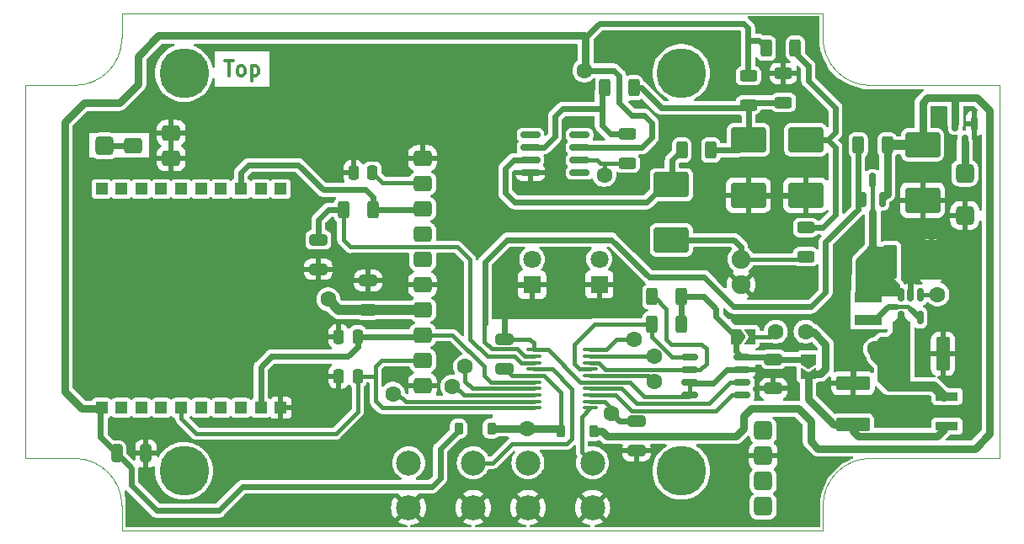
<source format=gbr>
%TF.GenerationSoftware,KiCad,Pcbnew,7.0.5*%
%TF.CreationDate,2023-12-19T11:27:29+01:00*%
%TF.ProjectId,RemoteDevice,52656d6f-7465-4446-9576-6963652e6b69,rev?*%
%TF.SameCoordinates,Original*%
%TF.FileFunction,Copper,L1,Top*%
%TF.FilePolarity,Positive*%
%FSLAX46Y46*%
G04 Gerber Fmt 4.6, Leading zero omitted, Abs format (unit mm)*
G04 Created by KiCad (PCBNEW 7.0.5) date 2023-12-19 11:27:29*
%MOMM*%
%LPD*%
G01*
G04 APERTURE LIST*
G04 Aperture macros list*
%AMRoundRect*
0 Rectangle with rounded corners*
0 $1 Rounding radius*
0 $2 $3 $4 $5 $6 $7 $8 $9 X,Y pos of 4 corners*
0 Add a 4 corners polygon primitive as box body*
4,1,4,$2,$3,$4,$5,$6,$7,$8,$9,$2,$3,0*
0 Add four circle primitives for the rounded corners*
1,1,$1+$1,$2,$3*
1,1,$1+$1,$4,$5*
1,1,$1+$1,$6,$7*
1,1,$1+$1,$8,$9*
0 Add four rect primitives between the rounded corners*
20,1,$1+$1,$2,$3,$4,$5,0*
20,1,$1+$1,$4,$5,$6,$7,0*
20,1,$1+$1,$6,$7,$8,$9,0*
20,1,$1+$1,$8,$9,$2,$3,0*%
%AMFreePoly0*
4,1,6,1.000000,0.000000,0.500000,-0.750000,-0.500000,-0.750000,-0.500000,0.750000,0.500000,0.750000,1.000000,0.000000,1.000000,0.000000,$1*%
%AMFreePoly1*
4,1,6,0.500000,-0.750000,-0.650000,-0.750000,-0.150000,0.000000,-0.650000,0.750000,0.500000,0.750000,0.500000,-0.750000,0.500000,-0.750000,$1*%
%AMFreePoly2*
4,1,9,5.362500,-0.866500,1.237500,-0.866500,1.237500,-0.450000,-1.237500,-0.450000,-1.237500,0.450000,1.237500,0.450000,1.237500,0.866500,5.362500,0.866500,5.362500,-0.866500,5.362500,-0.866500,$1*%
G04 Aperture macros list end*
%ADD10C,0.300000*%
%TA.AperFunction,NonConductor*%
%ADD11C,0.300000*%
%TD*%
%TA.AperFunction,ComponentPad*%
%ADD12C,2.500000*%
%TD*%
%TA.AperFunction,SMDPad,CuDef*%
%ADD13RoundRect,0.150000X0.150000X-0.587500X0.150000X0.587500X-0.150000X0.587500X-0.150000X-0.587500X0*%
%TD*%
%TA.AperFunction,SMDPad,CuDef*%
%ADD14RoundRect,0.249999X-1.500001X1.025001X-1.500001X-1.025001X1.500001X-1.025001X1.500001X1.025001X0*%
%TD*%
%TA.AperFunction,SMDPad,CuDef*%
%ADD15FreePoly0,0.000000*%
%TD*%
%TA.AperFunction,SMDPad,CuDef*%
%ADD16FreePoly1,0.000000*%
%TD*%
%TA.AperFunction,SMDPad,CuDef*%
%ADD17FreePoly0,270.000000*%
%TD*%
%TA.AperFunction,SMDPad,CuDef*%
%ADD18FreePoly1,270.000000*%
%TD*%
%TA.AperFunction,ComponentPad*%
%ADD19RoundRect,0.475000X-0.475000X-0.475000X0.475000X-0.475000X0.475000X0.475000X-0.475000X0.475000X0*%
%TD*%
%TA.AperFunction,SMDPad,CuDef*%
%ADD20RoundRect,0.250000X0.650000X-0.325000X0.650000X0.325000X-0.650000X0.325000X-0.650000X-0.325000X0*%
%TD*%
%TA.AperFunction,SMDPad,CuDef*%
%ADD21RoundRect,0.150000X-0.150000X0.587500X-0.150000X-0.587500X0.150000X-0.587500X0.150000X0.587500X0*%
%TD*%
%TA.AperFunction,SMDPad,CuDef*%
%ADD22RoundRect,0.250000X-0.312500X-0.625000X0.312500X-0.625000X0.312500X0.625000X-0.312500X0.625000X0*%
%TD*%
%TA.AperFunction,ComponentPad*%
%ADD23R,1.200000X1.200000*%
%TD*%
%TA.AperFunction,SMDPad,CuDef*%
%ADD24RoundRect,0.250000X0.312500X0.625000X-0.312500X0.625000X-0.312500X-0.625000X0.312500X-0.625000X0*%
%TD*%
%TA.AperFunction,SMDPad,CuDef*%
%ADD25RoundRect,0.225000X-0.225000X-0.375000X0.225000X-0.375000X0.225000X0.375000X-0.225000X0.375000X0*%
%TD*%
%TA.AperFunction,ComponentPad*%
%ADD26R,1.800000X1.800000*%
%TD*%
%TA.AperFunction,ComponentPad*%
%ADD27C,1.800000*%
%TD*%
%TA.AperFunction,SMDPad,CuDef*%
%ADD28RoundRect,0.150000X-0.825000X-0.150000X0.825000X-0.150000X0.825000X0.150000X-0.825000X0.150000X0*%
%TD*%
%TA.AperFunction,SMDPad,CuDef*%
%ADD29RoundRect,0.250000X-0.650000X0.325000X-0.650000X-0.325000X0.650000X-0.325000X0.650000X0.325000X0*%
%TD*%
%TA.AperFunction,SMDPad,CuDef*%
%ADD30R,2.750000X1.000000*%
%TD*%
%TA.AperFunction,SMDPad,CuDef*%
%ADD31RoundRect,0.250000X0.250000X0.475000X-0.250000X0.475000X-0.250000X-0.475000X0.250000X-0.475000X0*%
%TD*%
%TA.AperFunction,SMDPad,CuDef*%
%ADD32RoundRect,0.100000X-0.637500X-0.100000X0.637500X-0.100000X0.637500X0.100000X-0.637500X0.100000X0*%
%TD*%
%TA.AperFunction,SMDPad,CuDef*%
%ADD33RoundRect,0.249999X-0.450001X-1.450001X0.450001X-1.450001X0.450001X1.450001X-0.450001X1.450001X0*%
%TD*%
%TA.AperFunction,SMDPad,CuDef*%
%ADD34RoundRect,0.250000X-0.625000X0.312500X-0.625000X-0.312500X0.625000X-0.312500X0.625000X0.312500X0*%
%TD*%
%TA.AperFunction,SMDPad,CuDef*%
%ADD35RoundRect,0.150000X-0.675000X-0.150000X0.675000X-0.150000X0.675000X0.150000X-0.675000X0.150000X0*%
%TD*%
%TA.AperFunction,SMDPad,CuDef*%
%ADD36RoundRect,0.249999X1.500001X-1.025001X1.500001X1.025001X-1.500001X1.025001X-1.500001X-1.025001X0*%
%TD*%
%TA.AperFunction,SMDPad,CuDef*%
%ADD37RoundRect,0.225000X0.225000X0.375000X-0.225000X0.375000X-0.225000X-0.375000X0.225000X-0.375000X0*%
%TD*%
%TA.AperFunction,SMDPad,CuDef*%
%ADD38RoundRect,0.250000X-0.325000X-0.650000X0.325000X-0.650000X0.325000X0.650000X-0.325000X0.650000X0*%
%TD*%
%TA.AperFunction,SMDPad,CuDef*%
%ADD39RoundRect,0.250000X0.625000X-0.312500X0.625000X0.312500X-0.625000X0.312500X-0.625000X-0.312500X0*%
%TD*%
%TA.AperFunction,SMDPad,CuDef*%
%ADD40RoundRect,0.249999X1.450001X-0.450001X1.450001X0.450001X-1.450001X0.450001X-1.450001X-0.450001X0*%
%TD*%
%TA.AperFunction,ComponentPad*%
%ADD41RoundRect,0.400000X-0.550000X-0.400000X0.550000X-0.400000X0.550000X0.400000X-0.550000X0.400000X0*%
%TD*%
%TA.AperFunction,SMDPad,CuDef*%
%ADD42RoundRect,0.150000X-0.150000X0.512500X-0.150000X-0.512500X0.150000X-0.512500X0.150000X0.512500X0*%
%TD*%
%TA.AperFunction,SMDPad,CuDef*%
%ADD43R,2.300000X0.900000*%
%TD*%
%TA.AperFunction,SMDPad,CuDef*%
%ADD44FreePoly2,180.000000*%
%TD*%
%TA.AperFunction,ComponentPad*%
%ADD45C,1.900000*%
%TD*%
%TA.AperFunction,ViaPad*%
%ADD46C,5.000000*%
%TD*%
%TA.AperFunction,ViaPad*%
%ADD47C,1.600000*%
%TD*%
%TA.AperFunction,Conductor*%
%ADD48C,0.800000*%
%TD*%
%TA.AperFunction,Conductor*%
%ADD49C,0.600000*%
%TD*%
%TA.AperFunction,Conductor*%
%ADD50C,1.000000*%
%TD*%
%TA.AperFunction,Conductor*%
%ADD51C,0.400000*%
%TD*%
%TA.AperFunction,Profile*%
%ADD52C,0.100000*%
%TD*%
G04 APERTURE END LIST*
D10*
D11*
X43064286Y-67778328D02*
X43921429Y-67778328D01*
X43492857Y-69278328D02*
X43492857Y-67778328D01*
X44635714Y-69278328D02*
X44492857Y-69206900D01*
X44492857Y-69206900D02*
X44421428Y-69135471D01*
X44421428Y-69135471D02*
X44350000Y-68992614D01*
X44350000Y-68992614D02*
X44350000Y-68564042D01*
X44350000Y-68564042D02*
X44421428Y-68421185D01*
X44421428Y-68421185D02*
X44492857Y-68349757D01*
X44492857Y-68349757D02*
X44635714Y-68278328D01*
X44635714Y-68278328D02*
X44850000Y-68278328D01*
X44850000Y-68278328D02*
X44992857Y-68349757D01*
X44992857Y-68349757D02*
X45064286Y-68421185D01*
X45064286Y-68421185D02*
X45135714Y-68564042D01*
X45135714Y-68564042D02*
X45135714Y-68992614D01*
X45135714Y-68992614D02*
X45064286Y-69135471D01*
X45064286Y-69135471D02*
X44992857Y-69206900D01*
X44992857Y-69206900D02*
X44850000Y-69278328D01*
X44850000Y-69278328D02*
X44635714Y-69278328D01*
X45778571Y-68278328D02*
X45778571Y-69778328D01*
X45778571Y-68349757D02*
X45921429Y-68278328D01*
X45921429Y-68278328D02*
X46207143Y-68278328D01*
X46207143Y-68278328D02*
X46350000Y-68349757D01*
X46350000Y-68349757D02*
X46421429Y-68421185D01*
X46421429Y-68421185D02*
X46492857Y-68564042D01*
X46492857Y-68564042D02*
X46492857Y-68992614D01*
X46492857Y-68992614D02*
X46421429Y-69135471D01*
X46421429Y-69135471D02*
X46350000Y-69206900D01*
X46350000Y-69206900D02*
X46207143Y-69278328D01*
X46207143Y-69278328D02*
X45921429Y-69278328D01*
X45921429Y-69278328D02*
X45778571Y-69206900D01*
D12*
%TO.P,SW1,1*%
%TO.N,GND*%
X68076000Y-112690000D03*
%TO.P,SW1,2*%
X61576000Y-112690000D03*
%TO.P,SW1,3*%
%TO.N,/Reset*%
X68076000Y-108190000D03*
%TO.P,SW1,4*%
X61576000Y-108190000D03*
%TD*%
D13*
%TO.P,Q2,1,G*%
%TO.N,/BoostEn*%
X107300000Y-81687500D03*
%TO.P,Q2,2,S*%
%TO.N,+3V0*%
X109200000Y-81687500D03*
%TO.P,Q2,3,D*%
%TO.N,/Vbatt*%
X108250000Y-79812500D03*
%TD*%
D14*
%TO.P,C1,1*%
%TO.N,+3V0*%
X113250000Y-76225000D03*
%TO.P,C1,2*%
%TO.N,GND*%
X113250000Y-81775000D03*
%TD*%
D15*
%TO.P,JP2,1,A*%
%TO.N,/Pwr_ADT7410*%
X94525000Y-95500000D03*
D16*
%TO.P,JP2,2,B*%
%TO.N,VDD*%
X95975000Y-95500000D03*
%TD*%
D17*
%TO.P,JP1,1,A*%
%TO.N,/Pwr_ADT7410*%
X101750000Y-97775000D03*
D18*
%TO.P,JP1,2,B*%
%TO.N,+3V3*%
X101750000Y-99225000D03*
%TD*%
D19*
%TO.P,J1,1,Pin_1*%
%TO.N,/piles*%
X117500000Y-79063500D03*
%TD*%
D20*
%TO.P,C11,1*%
%TO.N,+5V*%
X57500000Y-92825000D03*
%TO.P,C11,2*%
%TO.N,GND*%
X57500000Y-89875000D03*
%TD*%
D21*
%TO.P,Q1,1,G*%
%TO.N,GND*%
X118450000Y-74062500D03*
%TO.P,Q1,2,S*%
%TO.N,+3V0*%
X116550000Y-74062500D03*
%TO.P,Q1,3,D*%
%TO.N,/piles*%
X117500000Y-75937500D03*
%TD*%
D22*
%TO.P,R13,1*%
%TO.N,+3V3*%
X97537500Y-66500000D03*
%TO.P,R13,2*%
%TO.N,Net-(C18-Pad1)*%
X100462500Y-66500000D03*
%TD*%
D23*
%TO.P,U10,1,VCC*%
%TO.N,+3V3*%
X30705000Y-102655000D03*
%TO.P,U10,2,DOUT*%
%TO.N,/DataOut*%
X32705000Y-102655000D03*
%TO.P,U10,3,DIN*%
%TO.N,/DataIn*%
X34705000Y-102655000D03*
%TO.P,U10,4,DIO12*%
%TO.N,unconnected-(U10-DIO12-Pad4)*%
X36705000Y-102655000D03*
%TO.P,U10,5,~{RESET}*%
%TO.N,/RxCmde*%
X38705000Y-102655000D03*
%TO.P,U10,6,RSSI*%
%TO.N,unconnected-(U10-RSSI-Pad6)*%
X40705000Y-102655000D03*
%TO.P,U10,7,DIO11*%
%TO.N,unconnected-(U10-DIO11-Pad7)*%
X42705000Y-102655000D03*
%TO.P,U10,8*%
%TO.N,N/C*%
X44705000Y-102655000D03*
%TO.P,U10,9,~{DTR}/SLEEP_REQ*%
%TO.N,/TxCmde*%
X46705000Y-102655000D03*
%TO.P,U10,10,GND*%
%TO.N,GND*%
X48705000Y-102655000D03*
%TO.P,U10,11,DIO4*%
%TO.N,unconnected-(U10-DIO4-Pad11)*%
X48705000Y-80655000D03*
%TO.P,U10,12,~{CTS}*%
%TO.N,unconnected-(U10-~{CTS}-Pad12)*%
X46705000Y-80655000D03*
%TO.P,U10,13,~{SLEEP}*%
%TO.N,/CD*%
X44705000Y-80655000D03*
%TO.P,U10,14*%
%TO.N,N/C*%
X42705000Y-80655000D03*
%TO.P,U10,15,ASSOCIATE*%
%TO.N,unconnected-(U10-ASSOCIATE-Pad15)*%
X40705000Y-80655000D03*
%TO.P,U10,16,~{RTS}*%
%TO.N,unconnected-(U10-~{RTS}-Pad16)*%
X38705000Y-80655000D03*
%TO.P,U10,17,DIO3*%
%TO.N,unconnected-(U10-DIO3-Pad17)*%
X36705000Y-80655000D03*
%TO.P,U10,18,DIO2*%
%TO.N,unconnected-(U10-DIO2-Pad18)*%
X34705000Y-80655000D03*
%TO.P,U10,19,DIO1*%
%TO.N,unconnected-(U10-DIO1-Pad19)*%
X32705000Y-80655000D03*
%TO.P,U10,20,DIO0*%
%TO.N,unconnected-(U10-DIO0-Pad20)*%
X30705000Y-80655000D03*
%TD*%
D24*
%TO.P,R1,1*%
%TO.N,/Pwr_ADT7410*%
X88962500Y-94250000D03*
%TO.P,R1,2*%
%TO.N,/SCL*%
X86037500Y-94250000D03*
%TD*%
D25*
%TO.P,D3,1,K*%
%TO.N,VDD*%
X76850000Y-105000000D03*
%TO.P,D3,2,A*%
%TO.N,+3V0*%
X80150000Y-105000000D03*
%TD*%
D26*
%TO.P,D2,1,K*%
%TO.N,GND*%
X80750000Y-90250000D03*
D27*
%TO.P,D2,2,A*%
%TO.N,/LED_Top*%
X80750000Y-87710000D03*
%TD*%
D28*
%TO.P,U5,1,NULL*%
%TO.N,unconnected-(U5-NULL-Pad1)*%
X73826250Y-75210000D03*
%TO.P,U5,2,-*%
%TO.N,/CR_AOP*%
X73826250Y-76480000D03*
%TO.P,U5,3,+*%
%TO.N,/MIC_InAOP*%
X73826250Y-77750000D03*
%TO.P,U5,4,V-*%
%TO.N,GND*%
X73826250Y-79020000D03*
%TO.P,U5,5,NULL*%
%TO.N,unconnected-(U5-NULL-Pad5)*%
X78776250Y-79020000D03*
%TO.P,U5,6*%
%TO.N,/Son*%
X78776250Y-77750000D03*
%TO.P,U5,7,V+*%
%TO.N,+3V3*%
X78776250Y-76480000D03*
%TO.P,U5,8,NC*%
%TO.N,unconnected-(U5-NC-Pad8)*%
X78776250Y-75210000D03*
%TD*%
D24*
%TO.P,R3,1*%
%TO.N,/Pwr_ADT7410*%
X88962500Y-91500000D03*
%TO.P,R3,2*%
%TO.N,/SDA*%
X86037500Y-91500000D03*
%TD*%
D20*
%TO.P,C5,1*%
%TO.N,VDD*%
X71250000Y-98725000D03*
%TO.P,C5,2*%
%TO.N,GND*%
X71250000Y-95775000D03*
%TD*%
D29*
%TO.P,C14,1*%
%TO.N,/CarrierDetect*%
X52500000Y-85775000D03*
%TO.P,C14,2*%
%TO.N,GND*%
X52500000Y-88725000D03*
%TD*%
D30*
%TO.P,L1,1,1*%
%TO.N,/Lx*%
X107800000Y-93850000D03*
%TO.P,L1,2,2*%
%TO.N,/Vbatt*%
X107800000Y-91550000D03*
%TD*%
D29*
%TO.P,C17,1*%
%TO.N,/MicroPhone*%
X84500000Y-104025000D03*
%TO.P,C17,2*%
%TO.N,GND*%
X84500000Y-106975000D03*
%TD*%
D31*
%TO.P,C9,1*%
%TO.N,/TxCmde*%
X56450000Y-95500000D03*
%TO.P,C9,2*%
%TO.N,GND*%
X54550000Y-95500000D03*
%TD*%
D29*
%TO.P,C7,1*%
%TO.N,/Pwr_ADT7410*%
X98250000Y-97775000D03*
%TO.P,C7,2*%
%TO.N,GND*%
X98250000Y-100725000D03*
%TD*%
D14*
%TO.P,C18,1*%
%TO.N,Net-(C18-Pad1)*%
X101500000Y-75725000D03*
%TO.P,C18,2*%
%TO.N,GND*%
X101500000Y-81275000D03*
%TD*%
D19*
%TO.P,J2,1,Pin_1*%
%TO.N,GND*%
X117500000Y-83313500D03*
%TD*%
D32*
%TO.P,U2,1,BOOT0*%
%TO.N,GND*%
X74137500Y-96825000D03*
%TO.P,U2,2,PC14*%
%TO.N,/BoostEn*%
X74137500Y-97475000D03*
%TO.P,U2,3,PC15*%
%TO.N,/CarrierDetect*%
X74137500Y-98125000D03*
%TO.P,U2,4,NRST*%
%TO.N,/Reset*%
X74137500Y-98775000D03*
%TO.P,U2,5,VDDA*%
%TO.N,VDD*%
X74137500Y-99425000D03*
%TO.P,U2,6,PA0*%
%TO.N,/TxCmde*%
X74137500Y-100075000D03*
%TO.P,U2,7,PA1*%
%TO.N,/CmdeLED_IR*%
X74137500Y-100725000D03*
%TO.P,U2,8,PA2*%
%TO.N,/DataIn*%
X74137500Y-101375000D03*
%TO.P,U2,9,PA3*%
%TO.N,/DataOut*%
X74137500Y-102025000D03*
%TO.P,U2,10,PA4*%
%TO.N,/RxCmde*%
X74137500Y-102675000D03*
%TO.P,U2,11,PA5*%
%TO.N,/UserBP*%
X79862500Y-102675000D03*
%TO.P,U2,12,PA6*%
%TO.N,/MicroPhone*%
X79862500Y-102025000D03*
%TO.P,U2,13,PA7*%
%TO.N,/INT*%
X79862500Y-101375000D03*
%TO.P,U2,14,PB1*%
%TO.N,/CT*%
X79862500Y-100725000D03*
%TO.P,U2,15,VSS*%
%TO.N,GND*%
X79862500Y-100075000D03*
%TO.P,U2,16,VDD*%
%TO.N,VDD*%
X79862500Y-99425000D03*
%TO.P,U2,17,PA9*%
%TO.N,/SCL*%
X79862500Y-98775000D03*
%TO.P,U2,18,PA10*%
%TO.N,/SDA*%
X79862500Y-98125000D03*
%TO.P,U2,19,PA13*%
%TO.N,/SWDIO*%
X79862500Y-97475000D03*
%TO.P,U2,20,PA14*%
%TO.N,/SWCLK*%
X79862500Y-96825000D03*
%TD*%
D33*
%TO.P,C6,1*%
%TO.N,+5V*%
X111200000Y-97250000D03*
%TO.P,C6,2*%
%TO.N,GND*%
X115300000Y-97250000D03*
%TD*%
D22*
%TO.P,R7,1*%
%TO.N,/MIC_InAOP*%
X89037500Y-76750000D03*
%TO.P,R7,2*%
%TO.N,/VtGND*%
X91962500Y-76750000D03*
%TD*%
D24*
%TO.P,R6,1*%
%TO.N,/VtGND*%
X84212500Y-70500000D03*
%TO.P,R6,2*%
%TO.N,/CR_AOP*%
X81287500Y-70500000D03*
%TD*%
%TO.P,R2,1*%
%TO.N,+3V0*%
X109712500Y-76250000D03*
%TO.P,R2,2*%
%TO.N,/BoostEn*%
X106787500Y-76250000D03*
%TD*%
D31*
%TO.P,C8,1*%
%TO.N,/DataIn*%
X57950000Y-79000000D03*
%TO.P,C8,2*%
%TO.N,GND*%
X56050000Y-79000000D03*
%TD*%
D34*
%TO.P,R5,1*%
%TO.N,/CR_AOP*%
X83551250Y-75152500D03*
%TO.P,R5,2*%
%TO.N,/Son*%
X83551250Y-78077500D03*
%TD*%
D35*
%TO.P,U4,1,SCL*%
%TO.N,/SCL*%
X89875000Y-97595000D03*
%TO.P,U4,2,SDA*%
%TO.N,/SDA*%
X89875000Y-98865000D03*
%TO.P,U4,3,A0*%
%TO.N,GND*%
X89875000Y-100135000D03*
%TO.P,U4,4,A1*%
X89875000Y-101405000D03*
%TO.P,U4,5,INT*%
%TO.N,/INT*%
X95125000Y-101405000D03*
%TO.P,U4,6,CT*%
%TO.N,/CT*%
X95125000Y-100135000D03*
%TO.P,U4,7,GND*%
%TO.N,GND*%
X95125000Y-98865000D03*
%TO.P,U4,8,VDD*%
%TO.N,/Pwr_ADT7410*%
X95125000Y-97595000D03*
%TD*%
D36*
%TO.P,C12,1*%
%TO.N,/MiC*%
X88000000Y-85775000D03*
%TO.P,C12,2*%
%TO.N,/MIC_InAOP*%
X88000000Y-80225000D03*
%TD*%
D37*
%TO.P,D4,1,K*%
%TO.N,VDD*%
X69900000Y-104750000D03*
%TO.P,D4,2,A*%
%TO.N,+3V3*%
X66600000Y-104750000D03*
%TD*%
D38*
%TO.P,C16,1*%
%TO.N,+3V3*%
X32225000Y-107250000D03*
%TO.P,C16,2*%
%TO.N,GND*%
X35175000Y-107250000D03*
%TD*%
D39*
%TO.P,R9,1*%
%TO.N,/VtGND*%
X99250000Y-71962500D03*
%TO.P,R9,2*%
%TO.N,GND*%
X99250000Y-69037500D03*
%TD*%
D40*
%TO.P,C15,1*%
%TO.N,+3V3*%
X106250000Y-104300000D03*
%TO.P,C15,2*%
%TO.N,GND*%
X106250000Y-100200000D03*
%TD*%
D14*
%TO.P,C13,1*%
%TO.N,/VtGND*%
X95750000Y-75725000D03*
%TO.P,C13,2*%
%TO.N,GND*%
X95750000Y-81275000D03*
%TD*%
D26*
%TO.P,D1,1,K*%
%TO.N,GND*%
X74000000Y-90275000D03*
D27*
%TO.P,D1,2,A*%
%TO.N,/LED_Side*%
X74000000Y-87735000D03*
%TD*%
D41*
%TO.P,U6,1,GND*%
%TO.N,GND*%
X62994000Y-77570000D03*
%TO.P,U6,2,DataIn*%
%TO.N,/DataIn*%
X62994000Y-80110000D03*
%TO.P,U6,3,CarrierDetect*%
%TO.N,/CD*%
X62994000Y-82650000D03*
%TO.P,U6,4,DataOut*%
%TO.N,/DataOut*%
X62994000Y-85190000D03*
%TO.P,U6,5,AudioOut*%
%TO.N,unconnected-(U6-AudioOut-Pad5)*%
X62994000Y-87730000D03*
%TO.P,U6,6,GND*%
%TO.N,GND*%
X62994000Y-90270000D03*
%TO.P,U6,7,Vdd*%
%TO.N,+5V*%
X62994000Y-92810000D03*
%TO.P,U6,8,TxCmd*%
%TO.N,/TxCmde*%
X62994000Y-95350000D03*
%TO.P,U6,9,RxCmd*%
%TO.N,/RxCmde*%
X62994000Y-97890000D03*
%TO.P,U6,10,GND*%
%TO.N,GND*%
X62994000Y-100430000D03*
%TO.P,U6,11,RFAnt*%
%TO.N,/Ant*%
X33894000Y-76300000D03*
%TO.P,U6,12,GND*%
%TO.N,GND*%
X37704000Y-75030000D03*
%TO.P,U6,13,GND*%
X37704000Y-77570000D03*
%TD*%
D12*
%TO.P,SW2,1*%
%TO.N,GND*%
X80076000Y-112690000D03*
%TO.P,SW2,2*%
X73576000Y-112690000D03*
%TO.P,SW2,3*%
%TO.N,/UserBP*%
X80076000Y-108190000D03*
%TO.P,SW2,4*%
X73576000Y-108190000D03*
%TD*%
D33*
%TO.P,C3,1*%
%TO.N,/Vbatt*%
X110000000Y-87950000D03*
%TO.P,C3,2*%
%TO.N,GND*%
X114100000Y-87950000D03*
%TD*%
D42*
%TO.P,U1,1,CE*%
%TO.N,/Vbatt*%
X113000000Y-91312500D03*
%TO.P,U1,2,GND*%
%TO.N,GND*%
X112050000Y-91312500D03*
%TO.P,U1,3,Vbatt*%
%TO.N,/Vbatt*%
X111100000Y-91312500D03*
%TO.P,U1,4,VOUT*%
%TO.N,+5V*%
X111100000Y-93587500D03*
%TO.P,U1,5,Lx*%
%TO.N,/Lx*%
X113000000Y-93587500D03*
%TD*%
D31*
%TO.P,C10,1*%
%TO.N,/RxCmde*%
X56450000Y-99500000D03*
%TO.P,C10,2*%
%TO.N,GND*%
X54550000Y-99500000D03*
%TD*%
D22*
%TO.P,R10,1*%
%TO.N,/CarrierDetect*%
X55037500Y-82750000D03*
%TO.P,R10,2*%
%TO.N,/CD*%
X57962500Y-82750000D03*
%TD*%
D43*
%TO.P,U8,1,OUT*%
%TO.N,+3V3*%
X115700000Y-104500000D03*
D44*
%TO.P,U8,2,GND*%
%TO.N,GND*%
X115612500Y-103000000D03*
D43*
%TO.P,U8,3,Vin*%
%TO.N,+5V*%
X115700000Y-101500000D03*
%TD*%
D19*
%TO.P,J3,1,Pin_1*%
%TO.N,/Ant*%
X31000000Y-76336500D03*
%TD*%
D34*
%TO.P,R8,1*%
%TO.N,+3V3*%
X95750000Y-69287500D03*
%TO.P,R8,2*%
%TO.N,/VtGND*%
X95750000Y-72212500D03*
%TD*%
%TO.P,R11,1*%
%TO.N,Net-(C18-Pad1)*%
X101500000Y-84537500D03*
%TO.P,R11,2*%
%TO.N,/MiC*%
X101500000Y-87462500D03*
%TD*%
D45*
%TO.P,U7,1,-*%
%TO.N,/MiC*%
X95000000Y-87730000D03*
%TO.P,U7,2,+*%
%TO.N,GND*%
X95000000Y-90270000D03*
%TD*%
D19*
%TO.P,U9,1*%
%TO.N,/SWCLK*%
X97224000Y-104964000D03*
%TO.P,U9,2*%
%TO.N,GND*%
X97224000Y-107504000D03*
%TO.P,U9,3*%
%TO.N,/SWDIO*%
X97224000Y-110044000D03*
%TO.P,U9,4*%
%TO.N,/Reset*%
X97224000Y-112576000D03*
%TD*%
D46*
%TO.N,*%
X39000000Y-109000000D03*
X89000000Y-109000000D03*
X89000000Y-69000000D03*
X39000000Y-69000000D03*
D47*
%TO.N,GND*%
X60200000Y-72250000D03*
X60250000Y-90000000D03*
X51900000Y-103300000D03*
X70100000Y-74600000D03*
X91600000Y-82650000D03*
X55400000Y-88150000D03*
X98150000Y-89900000D03*
X54250000Y-108550000D03*
X32650000Y-104750000D03*
X49300000Y-73650000D03*
X48300000Y-113150000D03*
X45250000Y-73600000D03*
X35250000Y-89500000D03*
X107750000Y-72750000D03*
X106000000Y-86250000D03*
X35050000Y-94550000D03*
X92850000Y-110600000D03*
X78500000Y-92750000D03*
X57750000Y-104500000D03*
X116500000Y-92750000D03*
X42450000Y-94700000D03*
X93250000Y-66500000D03*
X77700000Y-87950000D03*
X52750000Y-113250000D03*
X101350000Y-110350000D03*
X117900000Y-99950000D03*
X42700000Y-89800000D03*
X86550000Y-113750000D03*
%TO.N,/Vbatt*%
X107550000Y-88450000D03*
X114750000Y-91250000D03*
%TO.N,+5V*%
X53500000Y-91750000D03*
X108500000Y-96750000D03*
%TO.N,/DataIn*%
X66000000Y-100500000D03*
%TO.N,/SWCLK*%
X84250000Y-95750000D03*
%TO.N,/SWDIO*%
X86250000Y-97500000D03*
%TO.N,/MicroPhone*%
X82000000Y-103250000D03*
%TO.N,/CmdeLED_IR*%
X67250000Y-98500000D03*
%TO.N,/DataOut*%
X60000000Y-101250000D03*
%TO.N,VDD*%
X73500000Y-104750000D03*
X98500000Y-95000000D03*
X86250000Y-100000000D03*
%TO.N,+3V3*%
X101500000Y-95000000D03*
X79250000Y-68750000D03*
%TO.N,/Son*%
X81250000Y-79250000D03*
%TD*%
D48*
%TO.N,+3V0*%
X116550000Y-74062500D02*
X116550000Y-71700000D01*
D49*
X80400000Y-105250000D02*
X80150000Y-105000000D01*
D48*
X102000000Y-106000000D02*
X102750000Y-106750000D01*
X118500000Y-106750000D02*
X120000000Y-105250000D01*
X113750000Y-71500000D02*
X113250000Y-72000000D01*
X116550000Y-71700000D02*
X116750000Y-71500000D01*
X113250000Y-72000000D02*
X113250000Y-76025000D01*
X120000000Y-105250000D02*
X120000000Y-72750000D01*
X116750000Y-71500000D02*
X113750000Y-71500000D01*
X100750000Y-102750000D02*
X102000000Y-104000000D01*
D50*
X113475000Y-76250000D02*
X109712500Y-76250000D01*
D48*
X118750000Y-71500000D02*
X116750000Y-71500000D01*
X109712500Y-76250000D02*
X109712500Y-81175000D01*
X102750000Y-106750000D02*
X118500000Y-106750000D01*
D49*
X109712500Y-81175000D02*
X109200000Y-81687500D01*
D48*
X120000000Y-72750000D02*
X118750000Y-71500000D01*
X95250000Y-103500000D02*
X96000000Y-102750000D01*
X95250000Y-104750000D02*
X95250000Y-103500000D01*
X94500000Y-105500000D02*
X95250000Y-104750000D01*
X96000000Y-102750000D02*
X100750000Y-102750000D01*
X81000000Y-105000000D02*
X81500000Y-105500000D01*
X80150000Y-105000000D02*
X81000000Y-105000000D01*
X102000000Y-104000000D02*
X102000000Y-106000000D01*
X81500000Y-105500000D02*
X94500000Y-105500000D01*
D51*
%TO.N,GND*%
X89875000Y-100135000D02*
X89875000Y-101405000D01*
X78825000Y-100075000D02*
X79862500Y-100075000D01*
D49*
X92250000Y-100150000D02*
X89990000Y-100150000D01*
X106250000Y-96500000D02*
X105250000Y-95500000D01*
X95125000Y-98865000D02*
X93635000Y-98865000D01*
X71975000Y-90275000D02*
X74000000Y-90275000D01*
D51*
X75575000Y-96825000D02*
X78825000Y-100075000D01*
D49*
X105250000Y-95500000D02*
X105250000Y-87000000D01*
D51*
X85250000Y-101500000D02*
X89780000Y-101500000D01*
X83825000Y-100075000D02*
X85250000Y-101500000D01*
X74137500Y-96137500D02*
X73750000Y-95750000D01*
D49*
X93535000Y-98865000D02*
X93635000Y-98865000D01*
D51*
X74137500Y-96825000D02*
X74137500Y-96137500D01*
X74137500Y-96825000D02*
X75575000Y-96825000D01*
X71275000Y-95750000D02*
X71250000Y-95775000D01*
D49*
X71250000Y-91000000D02*
X71975000Y-90275000D01*
X95750000Y-81275000D02*
X101500000Y-81275000D01*
D51*
X89780000Y-101500000D02*
X89875000Y-101405000D01*
D49*
X105250000Y-87000000D02*
X106000000Y-86250000D01*
X112050000Y-88700000D02*
X112050000Y-91312500D01*
X106250000Y-100200000D02*
X106250000Y-96500000D01*
D51*
X79862500Y-100075000D02*
X83825000Y-100075000D01*
D49*
X71250000Y-95775000D02*
X71250000Y-91000000D01*
X114100000Y-87950000D02*
X112800000Y-87950000D01*
D51*
X73750000Y-95750000D02*
X71275000Y-95750000D01*
D49*
X92250000Y-100150000D02*
X93535000Y-98865000D01*
X112800000Y-87950000D02*
X112050000Y-88700000D01*
D51*
%TO.N,/Reset*%
X76025000Y-98775000D02*
X78000000Y-100750000D01*
X70060000Y-108190000D02*
X68076000Y-108190000D01*
X78000000Y-100750000D02*
X78000000Y-105750000D01*
X78000000Y-105750000D02*
X77500000Y-106250000D01*
X74137500Y-98775000D02*
X76025000Y-98775000D01*
X77500000Y-106250000D02*
X72000000Y-106250000D01*
X72000000Y-106250000D02*
X70060000Y-108190000D01*
D48*
%TO.N,/Vbatt*%
X109700000Y-87950000D02*
X110000000Y-87950000D01*
X108250000Y-83000000D02*
X108250000Y-86500000D01*
X107550000Y-87200000D02*
X107550000Y-88450000D01*
D51*
X114687500Y-91312500D02*
X114750000Y-91250000D01*
D48*
X108250000Y-86500000D02*
X107550000Y-87200000D01*
X108250000Y-86500000D02*
X109700000Y-87950000D01*
D51*
X108250000Y-79812500D02*
X108250000Y-83000000D01*
X113000000Y-91312500D02*
X114687500Y-91312500D01*
D50*
%TO.N,+5V*%
X110000000Y-100500000D02*
X114400000Y-100500000D01*
X114400000Y-100500000D02*
X115400000Y-101500000D01*
D49*
X57665000Y-92810000D02*
X57500000Y-92975000D01*
D50*
X108500000Y-97500000D02*
X109250000Y-98250000D01*
X57500000Y-92825000D02*
X54575000Y-92825000D01*
X108500000Y-96750000D02*
X108500000Y-97500000D01*
X62994000Y-92810000D02*
X57665000Y-92810000D01*
X54575000Y-92825000D02*
X53500000Y-91750000D01*
X109250000Y-98250000D02*
X109250000Y-99750000D01*
X109250000Y-99750000D02*
X110000000Y-100500000D01*
D51*
%TO.N,/UserBP*%
X79000000Y-103537500D02*
X79000000Y-107114000D01*
X79862500Y-102675000D02*
X79000000Y-103537500D01*
X79000000Y-107114000D02*
X80076000Y-108190000D01*
%TO.N,/DataIn*%
X62884000Y-80000000D02*
X58950000Y-80000000D01*
X67125000Y-101375000D02*
X66250000Y-100500000D01*
X66250000Y-100500000D02*
X66000000Y-100500000D01*
D49*
X62884000Y-80000000D02*
X62994000Y-80110000D01*
D51*
X58950000Y-80000000D02*
X57950000Y-79000000D01*
X74137500Y-101375000D02*
X67125000Y-101375000D01*
D49*
%TO.N,/TxCmde*%
X56450000Y-95500000D02*
X62844000Y-95500000D01*
X56450000Y-95500000D02*
X56450000Y-96550000D01*
D51*
X69152150Y-99402150D02*
X69825000Y-100075000D01*
D49*
X46705000Y-98545000D02*
X46705000Y-102655000D01*
X55500000Y-97500000D02*
X47750000Y-97500000D01*
X47750000Y-97500000D02*
X46705000Y-98545000D01*
X56450000Y-96550000D02*
X55500000Y-97500000D01*
X62844000Y-95500000D02*
X62994000Y-95350000D01*
D51*
X69825000Y-100075000D02*
X74137500Y-100075000D01*
X69152150Y-98500000D02*
X69152150Y-99402150D01*
X66002150Y-95350000D02*
X69152150Y-98500000D01*
X62994000Y-95350000D02*
X66002150Y-95350000D01*
%TO.N,/RxCmde*%
X58925000Y-102675000D02*
X58250000Y-102000000D01*
X38705000Y-103705000D02*
X38705000Y-102655000D01*
X58250000Y-102000000D02*
X58250000Y-98500000D01*
X58250000Y-98500000D02*
X58860000Y-97890000D01*
X54250000Y-105250000D02*
X40250000Y-105250000D01*
X56450000Y-99500000D02*
X56450000Y-103050000D01*
X56450000Y-99500000D02*
X58250000Y-99500000D01*
X58860000Y-97890000D02*
X62994000Y-97890000D01*
X40250000Y-105250000D02*
X38705000Y-103705000D01*
X56450000Y-103050000D02*
X54250000Y-105250000D01*
X74137500Y-102675000D02*
X58925000Y-102675000D01*
D49*
%TO.N,/MiC*%
X95000000Y-86500000D02*
X95000000Y-87730000D01*
X88000000Y-85775000D02*
X94275000Y-85775000D01*
D51*
X95000000Y-87730000D02*
X100980000Y-87730000D01*
D49*
X94275000Y-85775000D02*
X95000000Y-86500000D01*
%TO.N,/MIC_InAOP*%
X85500000Y-82000000D02*
X72218125Y-82000000D01*
X87275000Y-80225000D02*
X85500000Y-82000000D01*
X88037500Y-80187500D02*
X88037500Y-77750000D01*
X72166250Y-77750000D02*
X73826250Y-77750000D01*
X71301250Y-78615000D02*
X72166250Y-77750000D01*
X88037500Y-77750000D02*
X89037500Y-76750000D01*
X71301250Y-81083125D02*
X71301250Y-78615000D01*
X88000000Y-80225000D02*
X88037500Y-80187500D01*
X72218125Y-82000000D02*
X71301250Y-81083125D01*
X88000000Y-80225000D02*
X87275000Y-80225000D01*
%TO.N,/CarrierDetect*%
X52500000Y-83750000D02*
X53500000Y-82750000D01*
X52500000Y-85775000D02*
X52500000Y-83750000D01*
D51*
X67750000Y-95750000D02*
X67750000Y-87750000D01*
X55000000Y-82787500D02*
X55000000Y-85750000D01*
X55750000Y-86500000D02*
X66500000Y-86500000D01*
X55000000Y-85750000D02*
X55750000Y-86500000D01*
D49*
X53500000Y-82750000D02*
X55037500Y-82750000D01*
D51*
X55037500Y-82750000D02*
X55000000Y-82787500D01*
X72250000Y-97500000D02*
X72875000Y-98125000D01*
X69500000Y-97500000D02*
X67750000Y-95750000D01*
X66500000Y-86500000D02*
X67750000Y-87750000D01*
X72875000Y-98125000D02*
X74137500Y-98125000D01*
X72250000Y-97500000D02*
X69500000Y-97500000D01*
D49*
%TO.N,/VtGND*%
X95750000Y-73500000D02*
X95750000Y-72500000D01*
X84212500Y-70500000D02*
X85000000Y-70500000D01*
X95750000Y-75725000D02*
X95750000Y-73500000D01*
X87000000Y-72500000D02*
X95750000Y-72500000D01*
X95750000Y-72212500D02*
X96000000Y-71962500D01*
X96000000Y-71962500D02*
X99250000Y-71962500D01*
X95750000Y-72500000D02*
X95750000Y-72212500D01*
X94725000Y-76750000D02*
X95750000Y-75725000D01*
X85000000Y-70500000D02*
X87000000Y-72500000D01*
X91962500Y-76750000D02*
X94725000Y-76750000D01*
D51*
%TO.N,/SWCLK*%
X82500000Y-95750000D02*
X84250000Y-95750000D01*
X81425000Y-96825000D02*
X82500000Y-95750000D01*
X79862500Y-96825000D02*
X81425000Y-96825000D01*
%TO.N,/SWDIO*%
X79862500Y-97475000D02*
X86225000Y-97475000D01*
X86225000Y-97475000D02*
X86250000Y-97500000D01*
%TO.N,/Lx*%
X110550000Y-92450000D02*
X111550000Y-92450000D01*
D49*
X108400000Y-93850000D02*
X109800000Y-92450000D01*
X107800000Y-93850000D02*
X108400000Y-93850000D01*
X109800000Y-92450000D02*
X110550000Y-92450000D01*
X112937500Y-93587500D02*
X113000000Y-93587500D01*
D51*
X111550000Y-92450000D02*
X111800000Y-92450000D01*
D49*
X112050000Y-92700000D02*
X112937500Y-93587500D01*
D51*
X111800000Y-92450000D02*
X112050000Y-92700000D01*
D49*
%TO.N,/BoostEn*%
X82000000Y-85750000D02*
X85750000Y-89500000D01*
X103500000Y-86000000D02*
X106787500Y-82712500D01*
X106787500Y-82712500D02*
X106787500Y-76250000D01*
X69250000Y-94150000D02*
X69250000Y-88000000D01*
D51*
X69200000Y-96050000D02*
X69900000Y-96750000D01*
D49*
X91250000Y-89500000D02*
X94250000Y-92500000D01*
D51*
X69200000Y-94200000D02*
X69200000Y-96050000D01*
X72500000Y-96750000D02*
X73225000Y-97475000D01*
D49*
X102000000Y-92500000D02*
X103500000Y-91000000D01*
X103500000Y-91000000D02*
X103500000Y-86000000D01*
X94250000Y-92500000D02*
X102000000Y-92500000D01*
X71500000Y-85750000D02*
X82000000Y-85750000D01*
X85750000Y-89500000D02*
X91250000Y-89500000D01*
D51*
X73225000Y-97475000D02*
X74137500Y-97475000D01*
X69900000Y-96750000D02*
X72500000Y-96750000D01*
D49*
X69250000Y-88000000D02*
X71500000Y-85750000D01*
%TO.N,/CR_AOP*%
X76301250Y-73365000D02*
X76301250Y-75365000D01*
X83551250Y-75152500D02*
X81902500Y-75152500D01*
X81000000Y-70787500D02*
X81287500Y-70500000D01*
X81902500Y-75152500D02*
X81000000Y-74250000D01*
X81000000Y-74250000D02*
X81000000Y-72500000D01*
X76301250Y-75365000D02*
X75186250Y-76480000D01*
X81000000Y-72500000D02*
X81000000Y-70787500D01*
X77051250Y-72615000D02*
X80885000Y-72615000D01*
X80885000Y-72615000D02*
X81000000Y-72500000D01*
X77051250Y-72615000D02*
X76301250Y-73365000D01*
X75186250Y-76480000D02*
X73826250Y-76480000D01*
D51*
%TO.N,/MicroPhone*%
X79862500Y-102025000D02*
X81275000Y-102025000D01*
D49*
X82775000Y-104025000D02*
X82000000Y-103250000D01*
X84500000Y-104025000D02*
X82775000Y-104025000D01*
D51*
X81275000Y-102025000D02*
X82000000Y-102750000D01*
X82000000Y-102750000D02*
X82000000Y-103500000D01*
D49*
%TO.N,/CD*%
X45500000Y-78250000D02*
X44705000Y-79045000D01*
X57962500Y-82750000D02*
X57962500Y-81462500D01*
X44705000Y-79045000D02*
X44705000Y-80655000D01*
X53000000Y-80750000D02*
X50500000Y-78250000D01*
X57962500Y-81462500D02*
X57250000Y-80750000D01*
X62894000Y-82750000D02*
X62994000Y-82650000D01*
X57962500Y-82750000D02*
X62894000Y-82750000D01*
X50500000Y-78250000D02*
X45500000Y-78250000D01*
X57250000Y-80750000D02*
X53000000Y-80750000D01*
D51*
%TO.N,/CT*%
X93865000Y-100135000D02*
X95125000Y-100135000D01*
X91750000Y-102250000D02*
X93865000Y-100135000D01*
X82975000Y-100725000D02*
X84500000Y-102250000D01*
X84500000Y-102250000D02*
X91750000Y-102250000D01*
X79862500Y-100725000D02*
X82975000Y-100725000D01*
%TO.N,/INT*%
X95125000Y-101405000D02*
X94095000Y-101405000D01*
X92500000Y-103000000D02*
X84000000Y-103000000D01*
X94095000Y-101405000D02*
X92500000Y-103000000D01*
X82375000Y-101375000D02*
X79862500Y-101375000D01*
X84000000Y-103000000D02*
X82375000Y-101375000D01*
%TO.N,/CmdeLED_IR*%
X74137500Y-100725000D02*
X67975000Y-100725000D01*
X67250000Y-100000000D02*
X67250000Y-98500000D01*
X67975000Y-100725000D02*
X67250000Y-100000000D01*
%TO.N,/DataOut*%
X74137500Y-102025000D02*
X61275000Y-102025000D01*
X61275000Y-102025000D02*
X60500000Y-101250000D01*
X60500000Y-101250000D02*
X60000000Y-101250000D01*
%TO.N,/SCL*%
X80250000Y-94250000D02*
X86037500Y-94250000D01*
X79862500Y-98775000D02*
X78775000Y-98775000D01*
X78775000Y-98775000D02*
X78250000Y-98250000D01*
X89875000Y-97595000D02*
X88095000Y-97595000D01*
X78250000Y-96250000D02*
X80250000Y-94250000D01*
X78250000Y-98250000D02*
X78250000Y-96250000D01*
X86000000Y-94287500D02*
X86037500Y-94250000D01*
X86000000Y-95500000D02*
X86000000Y-94287500D01*
X88095000Y-97595000D02*
X86000000Y-95500000D01*
%TO.N,/SDA*%
X91500000Y-98250000D02*
X91500000Y-96750000D01*
X81331916Y-98800489D02*
X80656427Y-98125000D01*
X88000000Y-96250000D02*
X87500000Y-95750000D01*
X87500000Y-92750000D02*
X86250000Y-91500000D01*
X90885000Y-98865000D02*
X91500000Y-98250000D01*
X87500000Y-95750000D02*
X87500000Y-92750000D01*
X91000000Y-96250000D02*
X88000000Y-96250000D01*
X89810489Y-98800489D02*
X81331916Y-98800489D01*
X91500000Y-96750000D02*
X91000000Y-96250000D01*
X89875000Y-98865000D02*
X89810489Y-98800489D01*
X80656427Y-98125000D02*
X79862500Y-98125000D01*
X89875000Y-98865000D02*
X90885000Y-98865000D01*
D49*
%TO.N,/Ant*%
X31050000Y-76300000D02*
X33894000Y-76300000D01*
D48*
%TO.N,/piles*%
X117500000Y-79063500D02*
X117500000Y-75937500D01*
D51*
%TO.N,VDD*%
X74137500Y-99425000D02*
X75175000Y-99425000D01*
X76850000Y-101100000D02*
X76850000Y-105000000D01*
X76600000Y-104750000D02*
X76850000Y-105000000D01*
D48*
X69900000Y-104750000D02*
X73500000Y-104750000D01*
D51*
X79862500Y-99425000D02*
X85675000Y-99425000D01*
X85675000Y-99425000D02*
X86250000Y-100000000D01*
X98000000Y-95500000D02*
X96500000Y-95500000D01*
X75175000Y-99425000D02*
X76850000Y-101100000D01*
X98000000Y-95500000D02*
X98500000Y-95000000D01*
X74137500Y-99425000D02*
X71950000Y-99425000D01*
X71950000Y-99425000D02*
X71250000Y-98725000D01*
D48*
X73500000Y-104750000D02*
X76600000Y-104750000D01*
D49*
%TO.N,/Pwr_ADT7410*%
X99775000Y-97775000D02*
X98250000Y-97775000D01*
X92500000Y-93475000D02*
X92500000Y-92750000D01*
X94525000Y-95500000D02*
X92500000Y-93475000D01*
X94525000Y-95500000D02*
X94525000Y-96995000D01*
X98070000Y-97595000D02*
X98250000Y-97775000D01*
X94525000Y-96995000D02*
X95125000Y-97595000D01*
X100275000Y-97775000D02*
X99775000Y-97775000D01*
X91250000Y-91500000D02*
X88962500Y-91500000D01*
X88962500Y-91500000D02*
X88962500Y-94250000D01*
X95125000Y-97595000D02*
X98070000Y-97595000D01*
X92500000Y-92750000D02*
X91250000Y-91500000D01*
X101750000Y-97775000D02*
X100275000Y-97775000D01*
%TO.N,+3V3*%
X42500000Y-113000000D02*
X36250000Y-113000000D01*
X95712500Y-64462500D02*
X95250000Y-64000000D01*
D48*
X106750000Y-105500000D02*
X106250000Y-105000000D01*
D49*
X86000000Y-74000000D02*
X86000000Y-75500000D01*
D48*
X27000000Y-73950000D02*
X27000000Y-101000000D01*
X115400000Y-104850000D02*
X114750000Y-105500000D01*
X32500000Y-72000000D02*
X28950000Y-72000000D01*
D49*
X79250000Y-68750000D02*
X82250000Y-68750000D01*
X66600000Y-104750000D02*
X66600000Y-104900000D01*
D51*
X101750000Y-99225000D02*
X101750000Y-99750000D01*
D49*
X95712500Y-69250000D02*
X95750000Y-69287500D01*
X30610000Y-105635000D02*
X32225000Y-107250000D01*
X63921909Y-110578091D02*
X44921909Y-110578091D01*
D51*
X102250000Y-95000000D02*
X101500000Y-95000000D01*
D48*
X28950000Y-72000000D02*
X27000000Y-73950000D01*
X79250000Y-65250000D02*
X36450000Y-65250000D01*
X104550000Y-104300000D02*
X106250000Y-104300000D01*
D49*
X64750000Y-106750000D02*
X64750000Y-109750000D01*
D48*
X115400000Y-104500000D02*
X115400000Y-104850000D01*
X79375000Y-68625000D02*
X79375000Y-65375000D01*
X34400000Y-67300000D02*
X34400000Y-70100000D01*
D49*
X33700000Y-108725000D02*
X32225000Y-107250000D01*
X36250000Y-113000000D02*
X33700000Y-110450000D01*
X95250000Y-64000000D02*
X80750000Y-64000000D01*
X96787500Y-65750000D02*
X97537500Y-66500000D01*
X66600000Y-104900000D02*
X64750000Y-106750000D01*
X95712500Y-65750000D02*
X95712500Y-64462500D01*
D48*
X27000000Y-101000000D02*
X28750000Y-102750000D01*
X28750000Y-102750000D02*
X30610000Y-102750000D01*
D49*
X80750000Y-64000000D02*
X79375000Y-65375000D01*
X33700000Y-110450000D02*
X33700000Y-108725000D01*
X95712500Y-65750000D02*
X95712500Y-69250000D01*
X95712500Y-65750000D02*
X96787500Y-65750000D01*
X86000000Y-75500000D02*
X85020000Y-76480000D01*
X44921909Y-110578091D02*
X42500000Y-113000000D01*
D48*
X103500000Y-98750000D02*
X103500000Y-96250000D01*
D51*
X101750000Y-99225000D02*
X102475000Y-99225000D01*
D48*
X101750000Y-101750000D02*
X101750000Y-99750000D01*
X104300000Y-104300000D02*
X101750000Y-101750000D01*
X103500000Y-98750000D02*
X103000000Y-99250000D01*
D49*
X82750000Y-69250000D02*
X82750000Y-72000000D01*
D48*
X34400000Y-70100000D02*
X32500000Y-72000000D01*
D49*
X64750000Y-109750000D02*
X63921909Y-110578091D01*
X104550000Y-104300000D02*
X104300000Y-104300000D01*
X82250000Y-68750000D02*
X82750000Y-69250000D01*
D48*
X79250000Y-68750000D02*
X79375000Y-68625000D01*
D49*
X85250000Y-73250000D02*
X86000000Y-74000000D01*
D48*
X106250000Y-105000000D02*
X106250000Y-104300000D01*
D49*
X79375000Y-65375000D02*
X79250000Y-65250000D01*
D48*
X103000000Y-99250000D02*
X102500000Y-99250000D01*
D51*
X102475000Y-99225000D02*
X102500000Y-99250000D01*
D49*
X30610000Y-102750000D02*
X30610000Y-105635000D01*
D48*
X103500000Y-96250000D02*
X102250000Y-95000000D01*
D49*
X84000000Y-73250000D02*
X85250000Y-73250000D01*
X85020000Y-76480000D02*
X78776250Y-76480000D01*
X82750000Y-72000000D02*
X84000000Y-73250000D01*
D48*
X114750000Y-105500000D02*
X106750000Y-105500000D01*
X36450000Y-65250000D02*
X34400000Y-67300000D01*
D49*
%TO.N,Net-(C18-Pad1)*%
X104500000Y-76500000D02*
X103725000Y-75725000D01*
X103725000Y-75725000D02*
X101500000Y-75725000D01*
X100462500Y-66962500D02*
X101750000Y-68250000D01*
X100462500Y-66500000D02*
X100462500Y-66962500D01*
X101750000Y-68250000D02*
X101750000Y-69750000D01*
X104500000Y-74950000D02*
X103725000Y-75725000D01*
X104500000Y-83250000D02*
X104500000Y-76500000D01*
X103212500Y-84537500D02*
X104500000Y-83250000D01*
X104500000Y-72500000D02*
X104500000Y-74950000D01*
X101750000Y-69750000D02*
X104500000Y-72500000D01*
X101500000Y-84537500D02*
X103212500Y-84537500D01*
D51*
%TO.N,/Son*%
X81250000Y-78250000D02*
X81250000Y-79250000D01*
X78776250Y-77750000D02*
X80500000Y-77750000D01*
X80827500Y-78077500D02*
X83551250Y-78077500D01*
X80500000Y-77750000D02*
X80827500Y-78077500D01*
%TD*%
%TA.AperFunction,Conductor*%
%TO.N,GND*%
G36*
X115500000Y-89750000D02*
G01*
X112750000Y-89750000D01*
X112750000Y-85750000D01*
X115500000Y-85750000D01*
X115500000Y-89750000D01*
G37*
%TD.AperFunction*%
%TD*%
%TA.AperFunction,Conductor*%
%TO.N,GND*%
G36*
X33207605Y-110952235D02*
G01*
X33228152Y-110968809D01*
X35738392Y-113479048D01*
X35740928Y-113481742D01*
X35782071Y-113528183D01*
X35829631Y-113561011D01*
X35833115Y-113563416D01*
X35836120Y-113565626D01*
X35884944Y-113603878D01*
X35884946Y-113603879D01*
X35884949Y-113603881D01*
X35894177Y-113608034D01*
X35913731Y-113619062D01*
X35922066Y-113624816D01*
X35922068Y-113624816D01*
X35922070Y-113624818D01*
X35980079Y-113646817D01*
X35983476Y-113648224D01*
X36030770Y-113669509D01*
X36040064Y-113673693D01*
X36040065Y-113673693D01*
X36040069Y-113673695D01*
X36050034Y-113675521D01*
X36071656Y-113681548D01*
X36071667Y-113681552D01*
X36081128Y-113685140D01*
X36126251Y-113690618D01*
X36142674Y-113692613D01*
X36146371Y-113693175D01*
X36207394Y-113704358D01*
X36262752Y-113701009D01*
X36269303Y-113700613D01*
X36273048Y-113700500D01*
X42476952Y-113700500D01*
X42480697Y-113700613D01*
X42488042Y-113701057D01*
X42542606Y-113704358D01*
X42580314Y-113697447D01*
X42603621Y-113693177D01*
X42607325Y-113692613D01*
X42625170Y-113690446D01*
X42668872Y-113685140D01*
X42678335Y-113681550D01*
X42699961Y-113675522D01*
X42700893Y-113675351D01*
X42709932Y-113673695D01*
X42766512Y-113648229D01*
X42769942Y-113646809D01*
X42827930Y-113624818D01*
X42836266Y-113619062D01*
X42855821Y-113608034D01*
X42865057Y-113603878D01*
X42913896Y-113565613D01*
X42916876Y-113563421D01*
X42967929Y-113528183D01*
X43009065Y-113481748D01*
X43011599Y-113479056D01*
X45175746Y-111314910D01*
X45237069Y-111281425D01*
X45263427Y-111278591D01*
X60472438Y-111278591D01*
X60539477Y-111298276D01*
X60560119Y-111314910D01*
X61408375Y-112163165D01*
X61287542Y-112215651D01*
X61170261Y-112311066D01*
X61083072Y-112434585D01*
X61051161Y-112524371D01*
X60165671Y-111638881D01*
X60119399Y-111696905D01*
X59987655Y-111925092D01*
X59891394Y-112170361D01*
X59891388Y-112170380D01*
X59832759Y-112427253D01*
X59832758Y-112427258D01*
X59813070Y-112689995D01*
X59813070Y-112690004D01*
X59832758Y-112952741D01*
X59832759Y-112952746D01*
X59891388Y-113209619D01*
X59891394Y-113209638D01*
X59987655Y-113454907D01*
X59987654Y-113454907D01*
X60119398Y-113683093D01*
X60165670Y-113741118D01*
X61049097Y-112857692D01*
X61052884Y-112875915D01*
X61122442Y-113010156D01*
X61225638Y-113120652D01*
X61354819Y-113199209D01*
X61410421Y-113214788D01*
X60524437Y-114100770D01*
X60694532Y-114216739D01*
X60694543Y-114216746D01*
X60931926Y-114331063D01*
X60931924Y-114331063D01*
X61183709Y-114408729D01*
X61183715Y-114408731D01*
X61346061Y-114433200D01*
X61409418Y-114462656D01*
X61446792Y-114521689D01*
X61446317Y-114591557D01*
X61408144Y-114650078D01*
X61344393Y-114678670D01*
X61327669Y-114679815D01*
X33274089Y-114699911D01*
X33207035Y-114680274D01*
X33161243Y-114627503D01*
X33150000Y-114575911D01*
X33150000Y-112000002D01*
X33150000Y-112000000D01*
X33017717Y-111074022D01*
X33027723Y-111004877D01*
X33073526Y-110952114D01*
X33140583Y-110932490D01*
X33207605Y-110952235D01*
G37*
%TD.AperFunction*%
%TA.AperFunction,Conductor*%
G36*
X57592539Y-100120185D02*
G01*
X57638294Y-100172989D01*
X57649500Y-100224500D01*
X57649500Y-101956571D01*
X57648969Y-101964669D01*
X57644318Y-102000000D01*
X57653258Y-102067909D01*
X57664956Y-102156762D01*
X57725464Y-102302841D01*
X57821718Y-102428282D01*
X57849995Y-102449980D01*
X57856085Y-102455320D01*
X58198303Y-102797538D01*
X58469669Y-103068904D01*
X58475020Y-103075005D01*
X58496718Y-103103282D01*
X58558226Y-103150478D01*
X58566414Y-103156761D01*
X58566415Y-103156763D01*
X58609595Y-103189895D01*
X58622159Y-103199536D01*
X58622161Y-103199536D01*
X58622163Y-103199538D01*
X58695198Y-103229790D01*
X58768238Y-103260044D01*
X58841568Y-103269698D01*
X58924999Y-103280682D01*
X58925000Y-103280682D01*
X58960329Y-103276030D01*
X58968428Y-103275500D01*
X69876000Y-103275500D01*
X69943039Y-103295185D01*
X69988794Y-103347989D01*
X70000000Y-103399500D01*
X70000000Y-103625500D01*
X69980315Y-103692539D01*
X69927511Y-103738294D01*
X69876000Y-103749500D01*
X69611849Y-103749500D01*
X69611824Y-103749501D01*
X69576372Y-103752291D01*
X69424614Y-103796380D01*
X69424609Y-103796382D01*
X69288583Y-103876827D01*
X69288574Y-103876834D01*
X69176834Y-103988574D01*
X69176827Y-103988583D01*
X69096382Y-104124609D01*
X69096380Y-104124614D01*
X69052292Y-104276366D01*
X69052290Y-104276379D01*
X69049500Y-104311829D01*
X69049500Y-105188150D01*
X69049501Y-105188175D01*
X69052291Y-105223627D01*
X69096380Y-105375385D01*
X69096382Y-105375390D01*
X69176827Y-105511416D01*
X69176834Y-105511425D01*
X69288574Y-105623165D01*
X69288583Y-105623172D01*
X69322817Y-105643418D01*
X69424610Y-105703618D01*
X69576373Y-105747709D01*
X69611837Y-105750500D01*
X70188162Y-105750499D01*
X70223627Y-105747709D01*
X70375390Y-105703618D01*
X70511420Y-105623170D01*
X70547769Y-105586820D01*
X70609092Y-105553334D01*
X70635452Y-105550500D01*
X71559884Y-105550500D01*
X71626923Y-105570185D01*
X71672678Y-105622989D01*
X71682622Y-105692147D01*
X71653597Y-105755703D01*
X71635374Y-105772873D01*
X71594973Y-105803874D01*
X71571714Y-105821721D01*
X71550024Y-105849990D01*
X71544671Y-105856094D01*
X69847584Y-107553181D01*
X69786261Y-107586666D01*
X69759903Y-107589500D01*
X69696608Y-107589500D01*
X69629569Y-107569815D01*
X69583814Y-107517011D01*
X69582047Y-107512953D01*
X69551156Y-107438376D01*
X69537959Y-107416841D01*
X69415412Y-107216860D01*
X69246689Y-107019311D01*
X69049140Y-106850588D01*
X68827628Y-106714846D01*
X68827627Y-106714845D01*
X68827623Y-106714843D01*
X68653416Y-106642685D01*
X68587610Y-106615427D01*
X68587611Y-106615427D01*
X68384011Y-106566547D01*
X68334994Y-106554779D01*
X68334992Y-106554778D01*
X68334991Y-106554778D01*
X68100189Y-106536299D01*
X68076000Y-106534396D01*
X68075999Y-106534396D01*
X67817009Y-106554778D01*
X67564389Y-106615427D01*
X67324376Y-106714843D01*
X67102859Y-106850588D01*
X66905311Y-107019311D01*
X66736588Y-107216859D01*
X66600843Y-107438376D01*
X66501427Y-107678389D01*
X66440778Y-107931009D01*
X66420396Y-108190000D01*
X66440778Y-108448990D01*
X66501427Y-108701610D01*
X66600843Y-108941623D01*
X66600845Y-108941627D01*
X66600846Y-108941628D01*
X66736588Y-109163140D01*
X66905311Y-109360689D01*
X67102860Y-109529412D01*
X67324372Y-109665154D01*
X67324374Y-109665154D01*
X67324376Y-109665156D01*
X67341836Y-109672388D01*
X67564390Y-109764573D01*
X67817006Y-109825221D01*
X68076000Y-109845604D01*
X68334994Y-109825221D01*
X68587610Y-109764573D01*
X68827628Y-109665154D01*
X69049140Y-109529412D01*
X69246689Y-109360689D01*
X69415412Y-109163140D01*
X69551154Y-108941628D01*
X69568397Y-108900000D01*
X69582047Y-108867047D01*
X69625888Y-108812644D01*
X69692182Y-108790579D01*
X69696608Y-108790500D01*
X70016572Y-108790500D01*
X70024670Y-108791030D01*
X70060000Y-108795682D01*
X70060001Y-108795682D01*
X70112253Y-108788802D01*
X70216762Y-108775044D01*
X70362841Y-108714536D01*
X70488282Y-108618282D01*
X70509984Y-108589998D01*
X70515310Y-108583923D01*
X72078203Y-107021030D01*
X72139525Y-106987547D01*
X72209217Y-106992531D01*
X72265150Y-107034403D01*
X72289567Y-107099867D01*
X72274715Y-107168140D01*
X72260175Y-107189243D01*
X72236588Y-107216860D01*
X72100843Y-107438376D01*
X72001427Y-107678389D01*
X71940778Y-107931009D01*
X71920396Y-108189999D01*
X71940778Y-108448990D01*
X72001427Y-108701610D01*
X72100843Y-108941623D01*
X72100845Y-108941627D01*
X72100846Y-108941628D01*
X72236588Y-109163140D01*
X72405311Y-109360689D01*
X72602860Y-109529412D01*
X72824372Y-109665154D01*
X72824374Y-109665154D01*
X72824376Y-109665156D01*
X72841836Y-109672388D01*
X73064390Y-109764573D01*
X73317006Y-109825221D01*
X73576000Y-109845604D01*
X73834994Y-109825221D01*
X74087610Y-109764573D01*
X74327628Y-109665154D01*
X74549140Y-109529412D01*
X74746689Y-109360689D01*
X74915412Y-109163140D01*
X75051154Y-108941628D01*
X75150573Y-108701610D01*
X75211221Y-108448994D01*
X75231604Y-108190000D01*
X75211221Y-107931006D01*
X75150573Y-107678390D01*
X75080973Y-107510361D01*
X75051156Y-107438376D01*
X75037959Y-107416841D01*
X74915412Y-107216860D01*
X74777196Y-107055030D01*
X74748626Y-106991270D01*
X74759063Y-106922185D01*
X74805194Y-106869709D01*
X74871487Y-106850500D01*
X77456572Y-106850500D01*
X77464670Y-106851030D01*
X77500000Y-106855682D01*
X77500001Y-106855682D01*
X77552254Y-106848802D01*
X77656762Y-106835044D01*
X77802841Y-106774536D01*
X77834817Y-106750000D01*
X77928282Y-106678282D01*
X77949983Y-106649999D01*
X77955319Y-106643914D01*
X78187819Y-106411415D01*
X78249142Y-106377930D01*
X78318834Y-106382914D01*
X78374767Y-106424786D01*
X78399184Y-106490250D01*
X78399500Y-106499096D01*
X78399500Y-107070571D01*
X78398969Y-107078669D01*
X78397278Y-107091518D01*
X78394318Y-107113999D01*
X78394318Y-107114000D01*
X78407860Y-107216861D01*
X78414955Y-107270760D01*
X78414956Y-107270762D01*
X78475464Y-107416842D01*
X78519100Y-107473709D01*
X78544294Y-107538878D01*
X78535285Y-107596647D01*
X78501426Y-107678388D01*
X78501426Y-107678389D01*
X78440778Y-107931009D01*
X78420396Y-108189999D01*
X78440778Y-108448990D01*
X78501427Y-108701610D01*
X78600843Y-108941623D01*
X78600845Y-108941627D01*
X78600846Y-108941628D01*
X78736588Y-109163140D01*
X78905311Y-109360689D01*
X79102860Y-109529412D01*
X79324372Y-109665154D01*
X79324374Y-109665154D01*
X79324376Y-109665156D01*
X79341836Y-109672388D01*
X79564390Y-109764573D01*
X79817006Y-109825221D01*
X80076000Y-109845604D01*
X80334994Y-109825221D01*
X80587610Y-109764573D01*
X80827628Y-109665154D01*
X81049140Y-109529412D01*
X81246689Y-109360689D01*
X81415412Y-109163140D01*
X81551154Y-108941628D01*
X81650573Y-108701610D01*
X81711221Y-108448994D01*
X81731604Y-108190000D01*
X81711221Y-107931006D01*
X81650573Y-107678390D01*
X81580973Y-107510361D01*
X81551156Y-107438376D01*
X81537959Y-107416841D01*
X81422851Y-107229000D01*
X83092000Y-107229000D01*
X83092000Y-107350515D01*
X83102606Y-107454325D01*
X83158341Y-107622522D01*
X83158343Y-107622527D01*
X83251366Y-107773340D01*
X83376659Y-107898633D01*
X83527472Y-107991656D01*
X83527477Y-107991658D01*
X83695674Y-108047393D01*
X83799484Y-108057999D01*
X83799497Y-108058000D01*
X84246000Y-108058000D01*
X84246000Y-107229000D01*
X84754000Y-107229000D01*
X84754000Y-108058000D01*
X85200503Y-108058000D01*
X85200515Y-108057999D01*
X85304325Y-108047393D01*
X85472522Y-107991658D01*
X85472527Y-107991656D01*
X85623340Y-107898633D01*
X85748633Y-107773340D01*
X85841656Y-107622527D01*
X85841658Y-107622522D01*
X85897393Y-107454325D01*
X85907999Y-107350515D01*
X85908000Y-107350502D01*
X85908000Y-107229000D01*
X84754000Y-107229000D01*
X84246000Y-107229000D01*
X83092000Y-107229000D01*
X81422851Y-107229000D01*
X81415412Y-107216860D01*
X81246689Y-107019311D01*
X81049140Y-106850588D01*
X80827628Y-106714846D01*
X80827627Y-106714845D01*
X80827623Y-106714843D01*
X80653416Y-106642685D01*
X80587610Y-106615427D01*
X80587611Y-106615427D01*
X80384011Y-106566547D01*
X80334994Y-106554779D01*
X80334992Y-106554778D01*
X80334991Y-106554778D01*
X80100189Y-106536299D01*
X80076000Y-106534396D01*
X80075999Y-106534396D01*
X79817008Y-106554778D01*
X79753447Y-106570038D01*
X79683664Y-106566547D01*
X79626847Y-106525883D01*
X79601034Y-106460956D01*
X79600500Y-106449464D01*
X79600500Y-106097239D01*
X79620185Y-106030200D01*
X79672989Y-105984445D01*
X79742147Y-105974501D01*
X79759094Y-105978162D01*
X79826373Y-105997709D01*
X79861837Y-106000500D01*
X80438162Y-106000499D01*
X80473627Y-105997709D01*
X80625390Y-105953618D01*
X80665858Y-105929684D01*
X80733577Y-105912502D01*
X80799840Y-105934661D01*
X80816658Y-105948736D01*
X80997739Y-106129817D01*
X80997742Y-106129819D01*
X81033089Y-106152029D01*
X81038763Y-106156055D01*
X81067856Y-106179255D01*
X81071414Y-106182092D01*
X81088435Y-106190289D01*
X81109033Y-106200209D01*
X81115122Y-106203574D01*
X81150471Y-106225785D01*
X81150474Y-106225786D01*
X81150478Y-106225789D01*
X81189899Y-106239583D01*
X81196307Y-106242238D01*
X81233939Y-106260360D01*
X81274641Y-106269650D01*
X81281328Y-106271576D01*
X81320742Y-106285367D01*
X81320745Y-106285368D01*
X81362241Y-106290043D01*
X81369093Y-106291207D01*
X81409806Y-106300500D01*
X81455046Y-106300500D01*
X82995561Y-106300500D01*
X83062600Y-106320185D01*
X83108355Y-106372989D01*
X83118299Y-106442147D01*
X83113266Y-106463505D01*
X83102606Y-106495672D01*
X83092000Y-106599484D01*
X83092000Y-106721000D01*
X85908000Y-106721000D01*
X85908000Y-106599497D01*
X85907999Y-106599484D01*
X85897393Y-106495672D01*
X85886734Y-106463505D01*
X85884331Y-106393677D01*
X85920062Y-106333635D01*
X85982582Y-106302442D01*
X86004439Y-106300500D01*
X87411852Y-106300500D01*
X87478891Y-106320185D01*
X87524646Y-106372989D01*
X87534590Y-106442147D01*
X87505565Y-106505703D01*
X87479993Y-106528098D01*
X87439430Y-106554778D01*
X87265001Y-106669500D01*
X87006191Y-106886669D01*
X87006181Y-106886679D01*
X86774323Y-107132432D01*
X86774318Y-107132438D01*
X86572560Y-107403446D01*
X86403627Y-107696047D01*
X86403621Y-107696060D01*
X86269801Y-108006289D01*
X86172899Y-108329968D01*
X86172896Y-108329982D01*
X86114230Y-108662690D01*
X86114229Y-108662701D01*
X86094584Y-108999996D01*
X86094584Y-109000003D01*
X86114229Y-109337298D01*
X86114230Y-109337309D01*
X86172896Y-109670017D01*
X86172899Y-109670031D01*
X86172900Y-109670035D01*
X86190502Y-109728831D01*
X86269801Y-109993710D01*
X86403621Y-110303939D01*
X86403627Y-110303952D01*
X86572560Y-110596553D01*
X86774318Y-110867561D01*
X86774323Y-110867567D01*
X86869841Y-110968809D01*
X87006183Y-111113323D01*
X87006189Y-111113328D01*
X87006191Y-111113330D01*
X87265001Y-111330499D01*
X87329561Y-111372960D01*
X87547292Y-111516164D01*
X87849224Y-111667800D01*
X88166717Y-111783358D01*
X88495480Y-111861276D01*
X88831065Y-111900500D01*
X88831072Y-111900500D01*
X89168928Y-111900500D01*
X89168935Y-111900500D01*
X89504520Y-111861276D01*
X89833283Y-111783358D01*
X90150776Y-111667800D01*
X90452708Y-111516164D01*
X90734994Y-111330502D01*
X90759428Y-111310000D01*
X90860851Y-111224895D01*
X90993817Y-111113323D01*
X91225678Y-110867565D01*
X91427440Y-110596552D01*
X91596375Y-110303948D01*
X91730198Y-109993711D01*
X91827100Y-109670035D01*
X91885771Y-109337298D01*
X91905416Y-109000000D01*
X91904183Y-108978838D01*
X91898560Y-108882289D01*
X91885771Y-108662702D01*
X91883819Y-108651634D01*
X91827103Y-108329982D01*
X91827102Y-108329981D01*
X91827100Y-108329965D01*
X91730198Y-108006289D01*
X91596375Y-107696052D01*
X91503604Y-107535368D01*
X91427439Y-107403446D01*
X91225681Y-107132438D01*
X91225676Y-107132432D01*
X91093685Y-106992531D01*
X90993817Y-106886677D01*
X90993810Y-106886671D01*
X90993808Y-106886669D01*
X90734998Y-106669500D01*
X90618845Y-106593105D01*
X90520007Y-106528099D01*
X90474815Y-106474816D01*
X90465604Y-106405556D01*
X90495299Y-106342311D01*
X90554473Y-106305160D01*
X90588148Y-106300500D01*
X94590194Y-106300500D01*
X94630903Y-106291208D01*
X94637760Y-106290043D01*
X94679255Y-106285368D01*
X94718680Y-106271571D01*
X94725321Y-106269658D01*
X94766061Y-106260360D01*
X94803693Y-106242236D01*
X94810105Y-106239580D01*
X94849522Y-106225789D01*
X94884889Y-106203565D01*
X94890961Y-106200209D01*
X94928587Y-106182091D01*
X94961236Y-106156052D01*
X94966895Y-106152037D01*
X95002262Y-106129816D01*
X95129816Y-106002262D01*
X95664273Y-105467804D01*
X95725594Y-105434321D01*
X95795285Y-105439305D01*
X95851219Y-105481176D01*
X95875636Y-105546641D01*
X95875668Y-105547098D01*
X95876399Y-105557886D01*
X95876399Y-105557887D01*
X95906172Y-105677603D01*
X95922264Y-105742313D01*
X95922360Y-105742696D01*
X96006967Y-105913292D01*
X96006969Y-105913295D01*
X96126277Y-106061721D01*
X96126278Y-106061722D01*
X96134541Y-106068364D01*
X96174460Y-106125707D01*
X96177040Y-106195529D01*
X96141462Y-106255662D01*
X96135216Y-106261112D01*
X96050330Y-106330328D01*
X95923992Y-106485270D01*
X95831426Y-106662478D01*
X95776428Y-106854689D01*
X95766000Y-106971989D01*
X95766000Y-107250000D01*
X96792884Y-107250000D01*
X96764507Y-107294156D01*
X96724000Y-107432111D01*
X96724000Y-107575889D01*
X96764507Y-107713844D01*
X96792884Y-107758000D01*
X95766000Y-107758000D01*
X95766000Y-108036010D01*
X95776428Y-108153310D01*
X95831426Y-108345521D01*
X95923992Y-108522729D01*
X96050331Y-108677672D01*
X96135215Y-108746885D01*
X96174733Y-108804505D01*
X96176825Y-108874344D01*
X96140827Y-108934227D01*
X96134547Y-108939630D01*
X96126280Y-108946275D01*
X96126277Y-108946278D01*
X96006969Y-109094704D01*
X96006967Y-109094707D01*
X95922360Y-109265302D01*
X95876400Y-109450107D01*
X95873500Y-109492879D01*
X95873500Y-110595122D01*
X95873501Y-110595125D01*
X95876399Y-110637886D01*
X95876399Y-110637887D01*
X95922360Y-110822696D01*
X96006967Y-110993292D01*
X96006969Y-110993295D01*
X96126277Y-111141721D01*
X96126278Y-111141722D01*
X96215391Y-111213353D01*
X96255310Y-111270696D01*
X96257890Y-111340518D01*
X96222312Y-111400651D01*
X96215391Y-111406647D01*
X96126278Y-111478277D01*
X96126277Y-111478278D01*
X96006969Y-111626704D01*
X96006967Y-111626707D01*
X95922360Y-111797302D01*
X95876400Y-111982107D01*
X95873500Y-112024879D01*
X95873500Y-113127122D01*
X95873501Y-113127125D01*
X95876399Y-113169886D01*
X95876399Y-113169887D01*
X95922360Y-113354696D01*
X96006967Y-113525292D01*
X96006969Y-113525295D01*
X96126277Y-113673721D01*
X96126278Y-113673722D01*
X96274704Y-113793030D01*
X96274707Y-113793032D01*
X96445302Y-113877639D01*
X96445303Y-113877639D01*
X96445307Y-113877641D01*
X96630111Y-113923600D01*
X96672877Y-113926500D01*
X97775122Y-113926499D01*
X97817889Y-113923600D01*
X98002693Y-113877641D01*
X98173296Y-113793030D01*
X98321722Y-113673722D01*
X98441030Y-113525296D01*
X98525641Y-113354693D01*
X98571600Y-113169889D01*
X98574500Y-113127123D01*
X98574499Y-112024878D01*
X98571600Y-111982111D01*
X98525641Y-111797307D01*
X98518722Y-111783357D01*
X98441032Y-111626707D01*
X98441030Y-111626704D01*
X98321722Y-111478278D01*
X98321721Y-111478277D01*
X98232609Y-111406647D01*
X98192690Y-111349304D01*
X98190110Y-111279482D01*
X98225688Y-111219349D01*
X98232609Y-111213353D01*
X98271652Y-111181969D01*
X98321722Y-111141722D01*
X98441030Y-110993296D01*
X98525641Y-110822693D01*
X98571600Y-110637889D01*
X98574500Y-110595123D01*
X98574499Y-109492878D01*
X98571600Y-109450111D01*
X98525641Y-109265307D01*
X98474971Y-109163140D01*
X98441032Y-109094707D01*
X98441030Y-109094704D01*
X98321723Y-108946279D01*
X98313455Y-108939633D01*
X98273537Y-108882289D01*
X98270959Y-108812467D01*
X98306538Y-108752335D01*
X98312784Y-108746884D01*
X98397670Y-108677669D01*
X98524007Y-108522729D01*
X98616573Y-108345521D01*
X98671571Y-108153310D01*
X98681999Y-108036010D01*
X98682000Y-108036008D01*
X98682000Y-107758000D01*
X97655116Y-107758000D01*
X97683493Y-107713844D01*
X97724000Y-107575889D01*
X97724000Y-107432111D01*
X97683493Y-107294156D01*
X97655116Y-107250000D01*
X98682000Y-107250000D01*
X98682000Y-106971992D01*
X98681999Y-106971989D01*
X98671571Y-106854689D01*
X98616573Y-106662478D01*
X98524007Y-106485270D01*
X98397670Y-106330329D01*
X98312784Y-106261114D01*
X98273267Y-106203493D01*
X98271175Y-106133654D01*
X98307173Y-106073772D01*
X98313461Y-106068362D01*
X98321722Y-106061722D01*
X98441030Y-105913296D01*
X98525641Y-105742693D01*
X98571600Y-105557889D01*
X98574500Y-105515123D01*
X98574499Y-104412878D01*
X98571600Y-104370111D01*
X98525641Y-104185307D01*
X98483420Y-104100175D01*
X98441032Y-104014707D01*
X98441030Y-104014704D01*
X98321722Y-103866278D01*
X98321721Y-103866277D01*
X98203374Y-103771147D01*
X98163455Y-103713804D01*
X98160875Y-103643982D01*
X98196454Y-103583849D01*
X98258894Y-103552497D01*
X98281061Y-103550500D01*
X100367060Y-103550500D01*
X100434099Y-103570185D01*
X100454741Y-103586819D01*
X101163181Y-104295259D01*
X101196666Y-104356582D01*
X101199500Y-104382940D01*
X101199500Y-106090191D01*
X101199501Y-106090200D01*
X101208791Y-106130908D01*
X101209955Y-106137763D01*
X101214632Y-106179259D01*
X101228420Y-106218662D01*
X101230345Y-106225345D01*
X101239639Y-106266061D01*
X101257759Y-106303688D01*
X101260421Y-106310114D01*
X101274212Y-106349525D01*
X101296422Y-106384872D01*
X101299787Y-106390959D01*
X101317910Y-106428589D01*
X101343940Y-106461229D01*
X101347966Y-106466904D01*
X101370182Y-106502259D01*
X101370184Y-106502262D01*
X101402174Y-106534252D01*
X102120184Y-107252262D01*
X102247738Y-107379816D01*
X102279866Y-107400003D01*
X102283089Y-107402028D01*
X102288765Y-107406055D01*
X102321411Y-107432090D01*
X102321412Y-107432091D01*
X102334464Y-107438376D01*
X102359035Y-107450208D01*
X102365112Y-107453567D01*
X102382635Y-107464577D01*
X102400477Y-107475789D01*
X102439891Y-107489581D01*
X102446320Y-107492244D01*
X102483941Y-107510361D01*
X102524641Y-107519650D01*
X102531328Y-107521576D01*
X102556850Y-107530506D01*
X102570745Y-107535368D01*
X102612241Y-107540043D01*
X102619093Y-107541207D01*
X102659806Y-107550500D01*
X102659808Y-107550500D01*
X106154870Y-107550500D01*
X106221909Y-107570185D01*
X106267664Y-107622989D01*
X106277608Y-107692147D01*
X106248583Y-107755703D01*
X106200923Y-107789630D01*
X106107550Y-107826980D01*
X105799997Y-107950001D01*
X105100004Y-108349996D01*
X105100002Y-108349998D01*
X104400001Y-108949998D01*
X104399992Y-108950008D01*
X103750002Y-109749996D01*
X103749999Y-109750001D01*
X103350000Y-110549998D01*
X103049998Y-111350004D01*
X102950000Y-111999998D01*
X102950000Y-114526088D01*
X102930315Y-114593127D01*
X102877511Y-114638882D01*
X102826089Y-114650088D01*
X80415224Y-114666142D01*
X80348170Y-114646505D01*
X80302378Y-114593734D01*
X80292385Y-114524583D01*
X80321364Y-114461006D01*
X80380115Y-114423190D01*
X80396655Y-114419527D01*
X80468282Y-114408731D01*
X80468290Y-114408729D01*
X80720074Y-114331063D01*
X80957464Y-114216742D01*
X80957467Y-114216741D01*
X81127561Y-114100770D01*
X80243624Y-113216834D01*
X80364458Y-113164349D01*
X80481739Y-113068934D01*
X80568928Y-112945415D01*
X80600837Y-112855628D01*
X81486327Y-113741118D01*
X81486328Y-113741117D01*
X81532594Y-113683103D01*
X81532601Y-113683092D01*
X81664344Y-113454907D01*
X81760605Y-113209638D01*
X81760611Y-113209619D01*
X81819240Y-112952746D01*
X81819241Y-112952741D01*
X81838930Y-112690004D01*
X81838930Y-112689995D01*
X81819241Y-112427258D01*
X81819240Y-112427253D01*
X81760611Y-112170380D01*
X81760605Y-112170361D01*
X81664344Y-111925092D01*
X81664345Y-111925092D01*
X81532598Y-111696902D01*
X81486328Y-111638880D01*
X80602902Y-112522306D01*
X80599116Y-112504085D01*
X80529558Y-112369844D01*
X80426362Y-112259348D01*
X80297181Y-112180791D01*
X80241577Y-112165211D01*
X81127561Y-111279228D01*
X80957458Y-111163254D01*
X80957456Y-111163253D01*
X80720073Y-111048936D01*
X80720075Y-111048936D01*
X80468290Y-110971270D01*
X80468284Y-110971268D01*
X80207751Y-110932000D01*
X79944248Y-110932000D01*
X79683715Y-110971268D01*
X79683709Y-110971270D01*
X79431925Y-111048936D01*
X79194543Y-111163253D01*
X79194534Y-111163258D01*
X79024437Y-111279228D01*
X79908374Y-112163166D01*
X79787542Y-112215651D01*
X79670261Y-112311066D01*
X79583072Y-112434585D01*
X79551161Y-112524371D01*
X78665671Y-111638881D01*
X78619399Y-111696905D01*
X78487655Y-111925092D01*
X78391394Y-112170361D01*
X78391388Y-112170380D01*
X78332759Y-112427253D01*
X78332758Y-112427258D01*
X78313070Y-112689995D01*
X78313070Y-112690004D01*
X78332758Y-112952741D01*
X78332759Y-112952746D01*
X78391388Y-113209619D01*
X78391394Y-113209638D01*
X78487655Y-113454907D01*
X78487654Y-113454907D01*
X78619398Y-113683093D01*
X78665670Y-113741118D01*
X79549097Y-112857692D01*
X79552884Y-112875915D01*
X79622442Y-113010156D01*
X79725638Y-113120652D01*
X79854819Y-113199209D01*
X79910421Y-113214788D01*
X79024437Y-114100770D01*
X79194532Y-114216739D01*
X79194543Y-114216746D01*
X79431926Y-114331063D01*
X79431924Y-114331063D01*
X79683709Y-114408729D01*
X79683716Y-114408731D01*
X79758552Y-114420010D01*
X79821909Y-114449465D01*
X79859283Y-114508498D01*
X79858809Y-114578366D01*
X79820637Y-114636887D01*
X79756886Y-114665480D01*
X79740161Y-114666625D01*
X73884185Y-114670820D01*
X73817131Y-114651183D01*
X73771339Y-114598412D01*
X73761346Y-114529261D01*
X73790325Y-114465684D01*
X73849076Y-114427868D01*
X73865616Y-114424205D01*
X73968282Y-114408731D01*
X73968290Y-114408729D01*
X74220074Y-114331063D01*
X74457464Y-114216742D01*
X74457467Y-114216741D01*
X74627561Y-114100770D01*
X73743624Y-113216834D01*
X73864458Y-113164349D01*
X73981739Y-113068934D01*
X74068928Y-112945415D01*
X74100837Y-112855628D01*
X74986327Y-113741118D01*
X74986328Y-113741117D01*
X75032594Y-113683103D01*
X75032601Y-113683092D01*
X75164344Y-113454907D01*
X75260605Y-113209638D01*
X75260611Y-113209619D01*
X75319240Y-112952746D01*
X75319241Y-112952741D01*
X75338930Y-112690004D01*
X75338930Y-112689995D01*
X75319241Y-112427258D01*
X75319240Y-112427253D01*
X75260611Y-112170380D01*
X75260605Y-112170361D01*
X75164344Y-111925092D01*
X75164345Y-111925092D01*
X75032598Y-111696902D01*
X74986328Y-111638880D01*
X74102902Y-112522306D01*
X74099116Y-112504085D01*
X74029558Y-112369844D01*
X73926362Y-112259348D01*
X73797181Y-112180791D01*
X73741578Y-112165211D01*
X74627561Y-111279228D01*
X74457458Y-111163254D01*
X74457456Y-111163253D01*
X74220073Y-111048936D01*
X74220075Y-111048936D01*
X73968290Y-110971270D01*
X73968284Y-110971268D01*
X73707751Y-110932000D01*
X73444248Y-110932000D01*
X73183715Y-110971268D01*
X73183709Y-110971270D01*
X72931925Y-111048936D01*
X72694543Y-111163253D01*
X72694534Y-111163258D01*
X72524437Y-111279228D01*
X73408375Y-112163165D01*
X73287542Y-112215651D01*
X73170261Y-112311066D01*
X73083072Y-112434585D01*
X73051161Y-112524371D01*
X72165671Y-111638881D01*
X72119399Y-111696905D01*
X71987655Y-111925092D01*
X71891394Y-112170361D01*
X71891388Y-112170380D01*
X71832759Y-112427253D01*
X71832758Y-112427258D01*
X71813070Y-112689995D01*
X71813070Y-112690004D01*
X71832758Y-112952741D01*
X71832759Y-112952746D01*
X71891388Y-113209619D01*
X71891394Y-113209638D01*
X71987655Y-113454907D01*
X71987654Y-113454907D01*
X72119398Y-113683093D01*
X72165670Y-113741118D01*
X73049097Y-112857692D01*
X73052884Y-112875915D01*
X73122442Y-113010156D01*
X73225638Y-113120652D01*
X73354819Y-113199209D01*
X73410421Y-113214788D01*
X72524437Y-114100770D01*
X72694532Y-114216739D01*
X72694543Y-114216746D01*
X72931926Y-114331063D01*
X72931924Y-114331063D01*
X73183709Y-114408729D01*
X73183715Y-114408731D01*
X73289299Y-114424645D01*
X73352656Y-114454101D01*
X73390030Y-114513135D01*
X73389555Y-114583003D01*
X73351382Y-114641523D01*
X73287630Y-114670115D01*
X73270907Y-114671260D01*
X68357920Y-114674779D01*
X68290866Y-114655142D01*
X68245074Y-114602371D01*
X68235081Y-114533220D01*
X68264060Y-114469643D01*
X68322811Y-114431827D01*
X68339351Y-114428164D01*
X68468282Y-114408731D01*
X68468290Y-114408729D01*
X68720074Y-114331063D01*
X68957464Y-114216742D01*
X68957467Y-114216741D01*
X69127561Y-114100770D01*
X68243624Y-113216834D01*
X68364458Y-113164349D01*
X68481739Y-113068934D01*
X68568928Y-112945415D01*
X68600838Y-112855628D01*
X69486327Y-113741118D01*
X69486328Y-113741117D01*
X69532594Y-113683103D01*
X69532601Y-113683092D01*
X69664344Y-113454907D01*
X69760605Y-113209638D01*
X69760611Y-113209619D01*
X69819240Y-112952746D01*
X69819241Y-112952741D01*
X69838930Y-112690004D01*
X69838930Y-112689995D01*
X69819241Y-112427258D01*
X69819240Y-112427253D01*
X69760611Y-112170380D01*
X69760605Y-112170361D01*
X69664344Y-111925092D01*
X69664345Y-111925092D01*
X69532598Y-111696902D01*
X69486328Y-111638880D01*
X68602902Y-112522306D01*
X68599116Y-112504085D01*
X68529558Y-112369844D01*
X68426362Y-112259348D01*
X68297181Y-112180791D01*
X68241578Y-112165211D01*
X69127561Y-111279228D01*
X68957458Y-111163254D01*
X68957456Y-111163253D01*
X68720073Y-111048936D01*
X68720075Y-111048936D01*
X68468290Y-110971270D01*
X68468284Y-110971268D01*
X68207751Y-110932000D01*
X67944248Y-110932000D01*
X67683715Y-110971268D01*
X67683709Y-110971270D01*
X67431925Y-111048936D01*
X67194543Y-111163253D01*
X67194534Y-111163258D01*
X67024437Y-111279228D01*
X67908375Y-112163165D01*
X67787542Y-112215651D01*
X67670261Y-112311066D01*
X67583072Y-112434585D01*
X67551161Y-112524371D01*
X66665671Y-111638881D01*
X66619399Y-111696905D01*
X66487655Y-111925092D01*
X66391394Y-112170361D01*
X66391388Y-112170380D01*
X66332759Y-112427253D01*
X66332758Y-112427258D01*
X66313070Y-112689995D01*
X66313070Y-112690004D01*
X66332758Y-112952741D01*
X66332759Y-112952746D01*
X66391388Y-113209619D01*
X66391394Y-113209638D01*
X66487655Y-113454907D01*
X66487654Y-113454907D01*
X66619398Y-113683093D01*
X66665670Y-113741118D01*
X67549097Y-112857692D01*
X67552884Y-112875915D01*
X67622442Y-113010156D01*
X67725638Y-113120652D01*
X67854819Y-113199209D01*
X67910421Y-113214788D01*
X67024437Y-114100770D01*
X67194532Y-114216739D01*
X67194543Y-114216746D01*
X67431926Y-114331063D01*
X67431924Y-114331063D01*
X67683709Y-114408729D01*
X67683715Y-114408731D01*
X67815315Y-114428566D01*
X67878672Y-114458022D01*
X67916046Y-114517055D01*
X67915571Y-114586924D01*
X67877398Y-114645444D01*
X67813647Y-114674036D01*
X67796923Y-114675181D01*
X61826880Y-114679457D01*
X61759826Y-114659820D01*
X61714034Y-114607049D01*
X61704041Y-114537898D01*
X61733020Y-114474321D01*
X61791771Y-114436505D01*
X61808311Y-114432842D01*
X61968282Y-114408731D01*
X61968290Y-114408729D01*
X62220074Y-114331063D01*
X62457464Y-114216742D01*
X62457467Y-114216741D01*
X62627561Y-114100770D01*
X61743624Y-113216834D01*
X61864458Y-113164349D01*
X61981739Y-113068934D01*
X62068928Y-112945415D01*
X62100837Y-112855628D01*
X62986327Y-113741118D01*
X62986328Y-113741117D01*
X63032594Y-113683103D01*
X63032601Y-113683092D01*
X63164344Y-113454907D01*
X63260605Y-113209638D01*
X63260611Y-113209619D01*
X63319240Y-112952746D01*
X63319241Y-112952741D01*
X63338930Y-112690004D01*
X63338930Y-112689995D01*
X63319241Y-112427258D01*
X63319240Y-112427253D01*
X63260611Y-112170380D01*
X63260605Y-112170361D01*
X63164344Y-111925092D01*
X63164345Y-111925092D01*
X63032598Y-111696902D01*
X62986328Y-111638880D01*
X62102902Y-112522306D01*
X62099116Y-112504085D01*
X62029558Y-112369844D01*
X61926362Y-112259348D01*
X61797181Y-112180791D01*
X61741578Y-112165211D01*
X62591879Y-111314910D01*
X62653202Y-111281425D01*
X62679560Y-111278591D01*
X63898861Y-111278591D01*
X63902606Y-111278704D01*
X63909951Y-111279148D01*
X63964515Y-111282449D01*
X64002223Y-111275538D01*
X64025530Y-111271268D01*
X64029234Y-111270704D01*
X64047079Y-111268537D01*
X64090781Y-111263231D01*
X64100244Y-111259641D01*
X64121870Y-111253613D01*
X64122802Y-111253442D01*
X64131841Y-111251786D01*
X64188421Y-111226320D01*
X64191851Y-111224900D01*
X64249839Y-111202909D01*
X64258175Y-111197153D01*
X64277730Y-111186125D01*
X64286966Y-111181969D01*
X64335805Y-111143704D01*
X64338785Y-111141512D01*
X64389838Y-111106274D01*
X64430974Y-111059839D01*
X64433508Y-111057147D01*
X65229048Y-110261606D01*
X65231740Y-110259072D01*
X65278183Y-110217929D01*
X65313427Y-110166867D01*
X65315634Y-110163869D01*
X65353878Y-110115056D01*
X65358037Y-110105813D01*
X65369061Y-110086268D01*
X65374818Y-110077930D01*
X65396810Y-110019939D01*
X65398232Y-110016503D01*
X65423695Y-109959931D01*
X65425522Y-109949959D01*
X65431546Y-109928347D01*
X65435140Y-109918872D01*
X65442613Y-109857324D01*
X65443177Y-109853619D01*
X65448381Y-109825221D01*
X65454358Y-109792606D01*
X65450613Y-109730696D01*
X65450500Y-109726951D01*
X65450500Y-107091518D01*
X65470185Y-107024479D01*
X65486814Y-107003842D01*
X66703838Y-105786817D01*
X66765161Y-105753333D01*
X66791519Y-105750499D01*
X66888150Y-105750499D01*
X66888162Y-105750499D01*
X66923627Y-105747709D01*
X67075390Y-105703618D01*
X67211420Y-105623170D01*
X67323170Y-105511420D01*
X67403618Y-105375390D01*
X67447709Y-105223627D01*
X67450500Y-105188163D01*
X67450499Y-104311838D01*
X67447709Y-104276373D01*
X67403618Y-104124610D01*
X67351804Y-104036998D01*
X67323172Y-103988583D01*
X67323165Y-103988574D01*
X67211425Y-103876834D01*
X67211416Y-103876827D01*
X67075390Y-103796382D01*
X67075385Y-103796380D01*
X66923633Y-103752292D01*
X66923620Y-103752290D01*
X66888163Y-103749500D01*
X66311849Y-103749500D01*
X66311824Y-103749501D01*
X66276372Y-103752291D01*
X66124614Y-103796380D01*
X66124609Y-103796382D01*
X65988583Y-103876827D01*
X65988574Y-103876834D01*
X65876834Y-103988574D01*
X65876827Y-103988583D01*
X65796382Y-104124609D01*
X65796380Y-104124614D01*
X65752292Y-104276366D01*
X65752290Y-104276379D01*
X65749500Y-104311829D01*
X65749499Y-104311844D01*
X65749499Y-104708480D01*
X65729814Y-104775520D01*
X65713180Y-104796161D01*
X64270966Y-106238375D01*
X64268240Y-106240942D01*
X64221818Y-106282068D01*
X64186586Y-106333109D01*
X64184368Y-106336124D01*
X64146124Y-106384939D01*
X64146119Y-106384948D01*
X64141960Y-106394188D01*
X64130942Y-106413723D01*
X64125187Y-106422061D01*
X64125183Y-106422067D01*
X64125182Y-106422070D01*
X64125180Y-106422074D01*
X64125179Y-106422077D01*
X64103189Y-106480055D01*
X64101757Y-106483513D01*
X64076305Y-106540068D01*
X64074477Y-106550042D01*
X64068453Y-106571653D01*
X64064860Y-106581127D01*
X64064859Y-106581128D01*
X64057384Y-106642685D01*
X64056821Y-106646386D01*
X64045642Y-106707390D01*
X64045642Y-106707395D01*
X64049387Y-106769302D01*
X64049500Y-106773047D01*
X64049500Y-109408480D01*
X64029815Y-109475519D01*
X64013181Y-109496161D01*
X63668071Y-109841272D01*
X63606748Y-109874757D01*
X63580390Y-109877591D01*
X62420634Y-109877591D01*
X62353595Y-109857906D01*
X62307840Y-109805102D01*
X62297896Y-109735944D01*
X62326921Y-109672388D01*
X62355844Y-109647863D01*
X62549140Y-109529412D01*
X62746689Y-109360689D01*
X62915412Y-109163140D01*
X63051154Y-108941628D01*
X63150573Y-108701610D01*
X63211221Y-108448994D01*
X63231604Y-108190000D01*
X63211221Y-107931006D01*
X63150573Y-107678390D01*
X63080973Y-107510361D01*
X63051156Y-107438376D01*
X63037959Y-107416841D01*
X62915412Y-107216860D01*
X62746689Y-107019311D01*
X62549140Y-106850588D01*
X62327628Y-106714846D01*
X62327627Y-106714845D01*
X62327623Y-106714843D01*
X62153416Y-106642685D01*
X62087610Y-106615427D01*
X62087611Y-106615427D01*
X61884011Y-106566547D01*
X61834994Y-106554779D01*
X61834992Y-106554778D01*
X61834991Y-106554778D01*
X61600189Y-106536299D01*
X61576000Y-106534396D01*
X61575999Y-106534396D01*
X61317009Y-106554778D01*
X61064389Y-106615427D01*
X60824376Y-106714843D01*
X60602859Y-106850588D01*
X60405311Y-107019311D01*
X60236588Y-107216859D01*
X60100843Y-107438376D01*
X60001427Y-107678389D01*
X59940778Y-107931009D01*
X59920396Y-108189999D01*
X59940778Y-108448990D01*
X60001427Y-108701610D01*
X60100843Y-108941623D01*
X60100845Y-108941627D01*
X60100846Y-108941628D01*
X60236588Y-109163140D01*
X60405311Y-109360689D01*
X60602860Y-109529412D01*
X60636457Y-109550000D01*
X60796156Y-109647863D01*
X60843031Y-109699675D01*
X60854454Y-109768605D01*
X60826797Y-109832768D01*
X60768841Y-109871793D01*
X60731366Y-109877591D01*
X44944957Y-109877591D01*
X44941212Y-109877478D01*
X44879305Y-109873733D01*
X44879298Y-109873733D01*
X44818295Y-109884912D01*
X44814594Y-109885475D01*
X44753037Y-109892950D01*
X44753030Y-109892952D01*
X44743556Y-109896545D01*
X44721958Y-109902566D01*
X44711978Y-109904395D01*
X44655428Y-109929846D01*
X44651969Y-109931279D01*
X44593980Y-109953272D01*
X44593972Y-109953276D01*
X44585630Y-109959034D01*
X44566098Y-109970051D01*
X44556855Y-109974211D01*
X44508044Y-110012451D01*
X44505029Y-110014670D01*
X44453981Y-110049907D01*
X44453974Y-110049913D01*
X44412844Y-110096339D01*
X44410277Y-110099065D01*
X42246162Y-112263181D01*
X42184839Y-112296666D01*
X42158481Y-112299500D01*
X36591518Y-112299500D01*
X36524479Y-112279815D01*
X36503837Y-112263181D01*
X34436819Y-110196162D01*
X34403334Y-110134839D01*
X34400500Y-110108481D01*
X34400500Y-108748047D01*
X34400613Y-108744303D01*
X34401624Y-108727584D01*
X34402423Y-108714376D01*
X34426119Y-108648649D01*
X34481590Y-108606165D01*
X34551222Y-108600416D01*
X34565202Y-108604158D01*
X34695676Y-108647393D01*
X34799484Y-108657999D01*
X34799497Y-108658000D01*
X34921000Y-108658000D01*
X35429000Y-108658000D01*
X35550503Y-108658000D01*
X35550515Y-108657999D01*
X35654325Y-108647393D01*
X35822522Y-108591658D01*
X35822527Y-108591656D01*
X35928682Y-108526179D01*
X35996074Y-108507739D01*
X36062738Y-108528661D01*
X36107508Y-108582303D01*
X36116169Y-108651634D01*
X36115895Y-108653249D01*
X36114230Y-108662687D01*
X36114229Y-108662701D01*
X36094584Y-108999996D01*
X36094584Y-109000003D01*
X36114229Y-109337298D01*
X36114230Y-109337309D01*
X36172896Y-109670017D01*
X36172899Y-109670031D01*
X36172900Y-109670035D01*
X36190502Y-109728831D01*
X36269801Y-109993710D01*
X36403621Y-110303939D01*
X36403627Y-110303952D01*
X36572560Y-110596553D01*
X36774318Y-110867561D01*
X36774323Y-110867567D01*
X36869841Y-110968809D01*
X37006183Y-111113323D01*
X37006189Y-111113328D01*
X37006191Y-111113330D01*
X37265001Y-111330499D01*
X37329561Y-111372960D01*
X37547292Y-111516164D01*
X37849224Y-111667800D01*
X38166717Y-111783358D01*
X38495480Y-111861276D01*
X38831065Y-111900500D01*
X38831072Y-111900500D01*
X39168928Y-111900500D01*
X39168935Y-111900500D01*
X39504520Y-111861276D01*
X39833283Y-111783358D01*
X40150776Y-111667800D01*
X40452708Y-111516164D01*
X40734994Y-111330502D01*
X40759428Y-111310000D01*
X40860851Y-111224895D01*
X40993817Y-111113323D01*
X41225678Y-110867565D01*
X41427440Y-110596552D01*
X41596375Y-110303948D01*
X41730198Y-109993711D01*
X41827100Y-109670035D01*
X41885771Y-109337298D01*
X41905416Y-109000000D01*
X41904183Y-108978838D01*
X41898560Y-108882289D01*
X41885771Y-108662702D01*
X41883819Y-108651634D01*
X41827103Y-108329982D01*
X41827102Y-108329981D01*
X41827100Y-108329965D01*
X41730198Y-108006289D01*
X41596375Y-107696052D01*
X41503604Y-107535368D01*
X41427439Y-107403446D01*
X41225681Y-107132438D01*
X41225676Y-107132432D01*
X41093685Y-106992531D01*
X40993817Y-106886677D01*
X40993810Y-106886671D01*
X40993808Y-106886669D01*
X40734998Y-106669500D01*
X40560570Y-106554778D01*
X40452708Y-106483836D01*
X40376721Y-106445674D01*
X40150783Y-106332203D01*
X40150777Y-106332200D01*
X39833284Y-106216642D01*
X39833281Y-106216641D01*
X39577645Y-106156055D01*
X39504520Y-106138724D01*
X39168935Y-106099500D01*
X38831065Y-106099500D01*
X38503702Y-106137763D01*
X38495480Y-106138724D01*
X38166718Y-106216641D01*
X38166715Y-106216642D01*
X37849222Y-106332200D01*
X37849216Y-106332203D01*
X37547295Y-106483834D01*
X37265001Y-106669500D01*
X37006191Y-106886669D01*
X37006181Y-106886679D01*
X36774323Y-107132432D01*
X36774318Y-107132438D01*
X36572560Y-107403446D01*
X36489387Y-107547507D01*
X36438820Y-107595723D01*
X36370213Y-107608946D01*
X36305348Y-107582977D01*
X36264820Y-107526063D01*
X36261738Y-107507738D01*
X36258000Y-107504000D01*
X35429000Y-107504000D01*
X35429000Y-108658000D01*
X34921000Y-108658000D01*
X34921000Y-107504000D01*
X34092000Y-107504000D01*
X34092000Y-107826980D01*
X34072315Y-107894019D01*
X34019511Y-107939774D01*
X33950353Y-107949718D01*
X33886797Y-107920693D01*
X33880319Y-107914661D01*
X33236819Y-107271161D01*
X33203334Y-107209838D01*
X33200500Y-107183480D01*
X33200500Y-106996000D01*
X34092000Y-106996000D01*
X34921000Y-106996000D01*
X34921000Y-105842000D01*
X35429000Y-105842000D01*
X35429000Y-106996000D01*
X36258000Y-106996000D01*
X36258000Y-106549497D01*
X36257999Y-106549484D01*
X36247393Y-106445674D01*
X36191658Y-106277477D01*
X36191656Y-106277472D01*
X36098633Y-106126659D01*
X35973340Y-106001366D01*
X35822527Y-105908343D01*
X35822522Y-105908341D01*
X35654325Y-105852606D01*
X35550515Y-105842000D01*
X35429000Y-105842000D01*
X34921000Y-105842000D01*
X34799484Y-105842000D01*
X34695674Y-105852606D01*
X34527477Y-105908341D01*
X34527472Y-105908343D01*
X34376659Y-106001366D01*
X34251366Y-106126659D01*
X34158343Y-106277472D01*
X34158341Y-106277477D01*
X34102606Y-106445674D01*
X34092000Y-106549484D01*
X34092000Y-106996000D01*
X33200500Y-106996000D01*
X33200500Y-106534313D01*
X33200499Y-106534298D01*
X33200495Y-106534252D01*
X33197598Y-106497431D01*
X33193648Y-106483836D01*
X33151745Y-106339606D01*
X33151744Y-106339603D01*
X33151744Y-106339602D01*
X33068081Y-106198135D01*
X33068079Y-106198133D01*
X33068076Y-106198129D01*
X32951870Y-106081923D01*
X32951862Y-106081917D01*
X32817172Y-106002262D01*
X32810398Y-105998256D01*
X32810397Y-105998255D01*
X32810396Y-105998255D01*
X32810393Y-105998254D01*
X32652573Y-105952402D01*
X32652567Y-105952401D01*
X32615701Y-105949500D01*
X32615694Y-105949500D01*
X31966519Y-105949500D01*
X31899480Y-105929815D01*
X31878838Y-105913181D01*
X31346818Y-105381161D01*
X31313333Y-105319838D01*
X31310499Y-105293480D01*
X31310499Y-104505357D01*
X31310499Y-103765523D01*
X31330184Y-103698488D01*
X31382988Y-103652733D01*
X31415100Y-103643053D01*
X31430304Y-103640646D01*
X31543342Y-103583050D01*
X31617319Y-103509072D01*
X31678640Y-103475589D01*
X31748332Y-103480573D01*
X31792680Y-103509073D01*
X31834107Y-103550499D01*
X31866658Y-103583050D01*
X31979694Y-103640645D01*
X31979698Y-103640647D01*
X32073475Y-103655499D01*
X32073481Y-103655500D01*
X33336518Y-103655499D01*
X33430304Y-103640646D01*
X33543342Y-103583050D01*
X33575893Y-103550499D01*
X33617319Y-103509074D01*
X33678642Y-103475589D01*
X33748334Y-103480573D01*
X33792681Y-103509074D01*
X33866652Y-103583045D01*
X33866654Y-103583046D01*
X33866658Y-103583050D01*
X33979694Y-103640645D01*
X33979698Y-103640647D01*
X34073475Y-103655499D01*
X34073481Y-103655500D01*
X35336518Y-103655499D01*
X35430304Y-103640646D01*
X35543342Y-103583050D01*
X35617319Y-103509072D01*
X35678640Y-103475589D01*
X35748332Y-103480573D01*
X35792680Y-103509073D01*
X35834107Y-103550499D01*
X35866658Y-103583050D01*
X35979694Y-103640645D01*
X35979698Y-103640647D01*
X36073475Y-103655499D01*
X36073481Y-103655500D01*
X37336518Y-103655499D01*
X37430304Y-103640646D01*
X37543342Y-103583050D01*
X37575893Y-103550499D01*
X37617319Y-103509074D01*
X37678642Y-103475589D01*
X37748334Y-103480573D01*
X37792681Y-103509074D01*
X37866652Y-103583045D01*
X37866654Y-103583046D01*
X37866658Y-103583050D01*
X37979696Y-103640646D01*
X38001755Y-103644139D01*
X38064889Y-103674067D01*
X38101822Y-103733378D01*
X38105298Y-103750427D01*
X38119956Y-103861760D01*
X38119956Y-103861762D01*
X38158595Y-103955046D01*
X38180464Y-104007841D01*
X38276718Y-104133282D01*
X38304995Y-104154980D01*
X38311085Y-104160320D01*
X39069186Y-104918421D01*
X39794669Y-105643904D01*
X39800020Y-105650005D01*
X39821718Y-105678282D01*
X39912197Y-105747709D01*
X39947157Y-105774535D01*
X39947158Y-105774535D01*
X39947159Y-105774536D01*
X40093238Y-105835044D01*
X40168330Y-105844930D01*
X40249999Y-105855682D01*
X40250000Y-105855682D01*
X40285329Y-105851030D01*
X40293428Y-105850500D01*
X54206572Y-105850500D01*
X54214670Y-105851030D01*
X54250000Y-105855682D01*
X54250001Y-105855682D01*
X54302254Y-105848802D01*
X54406762Y-105835044D01*
X54552841Y-105774536D01*
X54587803Y-105747709D01*
X54678282Y-105678282D01*
X54699983Y-105649999D01*
X54705311Y-105643922D01*
X56843922Y-103505311D01*
X56849999Y-103499983D01*
X56878282Y-103478282D01*
X56974536Y-103352841D01*
X57035044Y-103206762D01*
X57050500Y-103089361D01*
X57055682Y-103050000D01*
X57051030Y-103014669D01*
X57050500Y-103006571D01*
X57050500Y-100593670D01*
X57070185Y-100526631D01*
X57098507Y-100495685D01*
X57101858Y-100493084D01*
X57101865Y-100493081D01*
X57218081Y-100376865D01*
X57301744Y-100235398D01*
X57302951Y-100231245D01*
X57314962Y-100189904D01*
X57352569Y-100131019D01*
X57416041Y-100101813D01*
X57434038Y-100100500D01*
X57525500Y-100100500D01*
X57592539Y-100120185D01*
G37*
%TD.AperFunction*%
%TA.AperFunction,Conductor*%
G36*
X115692539Y-72320185D02*
G01*
X115738294Y-72372989D01*
X115749500Y-72424500D01*
X115749499Y-74107456D01*
X115749500Y-74107460D01*
X115764630Y-74241749D01*
X115764631Y-74241754D01*
X115824212Y-74412025D01*
X115830492Y-74422019D01*
X115849500Y-74487992D01*
X115849500Y-74693102D01*
X115853572Y-74727011D01*
X115860122Y-74781561D01*
X115860122Y-74781563D01*
X115860123Y-74781564D01*
X115866658Y-74798135D01*
X115915639Y-74922343D01*
X116007077Y-75042922D01*
X116127656Y-75134360D01*
X116127657Y-75134360D01*
X116127658Y-75134361D01*
X116268436Y-75189877D01*
X116356898Y-75200500D01*
X116356903Y-75200500D01*
X116675500Y-75200500D01*
X116742539Y-75220185D01*
X116788294Y-75272989D01*
X116799500Y-75324500D01*
X116799500Y-75512007D01*
X116780494Y-75577978D01*
X116774209Y-75587979D01*
X116714633Y-75758237D01*
X116714630Y-75758250D01*
X116699500Y-75892539D01*
X116699500Y-77695759D01*
X116679815Y-77762798D01*
X116630595Y-77806847D01*
X116550704Y-77846469D01*
X116402278Y-77965777D01*
X116402277Y-77965778D01*
X116282969Y-78114204D01*
X116282967Y-78114207D01*
X116198360Y-78284802D01*
X116152400Y-78469607D01*
X116149500Y-78512379D01*
X116149500Y-79614622D01*
X116149501Y-79614625D01*
X116152399Y-79657386D01*
X116152399Y-79657387D01*
X116179372Y-79765845D01*
X116194099Y-79825065D01*
X116198360Y-79842196D01*
X116282967Y-80012792D01*
X116282969Y-80012795D01*
X116402277Y-80161221D01*
X116402278Y-80161222D01*
X116550704Y-80280530D01*
X116550707Y-80280532D01*
X116721302Y-80365139D01*
X116721303Y-80365139D01*
X116721307Y-80365141D01*
X116906111Y-80411100D01*
X116948877Y-80414000D01*
X118051122Y-80413999D01*
X118093889Y-80411100D01*
X118278693Y-80365141D01*
X118449296Y-80280530D01*
X118597722Y-80161222D01*
X118717030Y-80012796D01*
X118801641Y-79842193D01*
X118847600Y-79657389D01*
X118850500Y-79614623D01*
X118850499Y-78512378D01*
X118847600Y-78469611D01*
X118801641Y-78284807D01*
X118755662Y-78192098D01*
X118717032Y-78114207D01*
X118717030Y-78114204D01*
X118597722Y-77965778D01*
X118597721Y-77965777D01*
X118449295Y-77846469D01*
X118369405Y-77806847D01*
X118318092Y-77759425D01*
X118300500Y-77695759D01*
X118300500Y-75892543D01*
X118300499Y-75892539D01*
X118285369Y-75758250D01*
X118285366Y-75758237D01*
X118225790Y-75587980D01*
X118225789Y-75587978D01*
X118219507Y-75577980D01*
X118200500Y-75512009D01*
X118200500Y-75306898D01*
X118196441Y-75273098D01*
X118195999Y-75265712D01*
X118196000Y-74316500D01*
X117642001Y-74316500D01*
X117642001Y-74675500D01*
X117622316Y-74742539D01*
X117569512Y-74788294D01*
X117518001Y-74799500D01*
X117374500Y-74799500D01*
X117307461Y-74779815D01*
X117261706Y-74727011D01*
X117250500Y-74675500D01*
X117250500Y-74487993D01*
X117269508Y-74422019D01*
X117275787Y-74412025D01*
X117275786Y-74412025D01*
X117275789Y-74412022D01*
X117335368Y-74241755D01*
X117335763Y-74238256D01*
X117345034Y-74155970D01*
X117350500Y-74107454D01*
X117350500Y-73808500D01*
X117642000Y-73808500D01*
X118196000Y-73808500D01*
X118196000Y-72820006D01*
X118036602Y-72866316D01*
X118036597Y-72866319D01*
X117893508Y-72950940D01*
X117893496Y-72950949D01*
X117775949Y-73068496D01*
X117775940Y-73068508D01*
X117691319Y-73211597D01*
X117691315Y-73211604D01*
X117644935Y-73371243D01*
X117644934Y-73371249D01*
X117642000Y-73408535D01*
X117642000Y-73808500D01*
X117350500Y-73808500D01*
X117350500Y-72424500D01*
X117370185Y-72357461D01*
X117422989Y-72311706D01*
X117474500Y-72300500D01*
X118367060Y-72300500D01*
X118434099Y-72320185D01*
X118454741Y-72336819D01*
X118736567Y-72618645D01*
X118770052Y-72679968D01*
X118765068Y-72749660D01*
X118723338Y-72805487D01*
X118703999Y-72820006D01*
X118704000Y-75304991D01*
X118704001Y-75304992D01*
X118863394Y-75258683D01*
X118863401Y-75258681D01*
X119012379Y-75170577D01*
X119080103Y-75153394D01*
X119146366Y-75175554D01*
X119190129Y-75230021D01*
X119199500Y-75277309D01*
X119199499Y-82702875D01*
X119179814Y-82769914D01*
X119127010Y-82815669D01*
X119057852Y-82825613D01*
X118994296Y-82796588D01*
X118956522Y-82737810D01*
X118951986Y-82713854D01*
X118947571Y-82664190D01*
X118947571Y-82664189D01*
X118892573Y-82471978D01*
X118800007Y-82294770D01*
X118673670Y-82139829D01*
X118518729Y-82013492D01*
X118341521Y-81920926D01*
X118149310Y-81865928D01*
X118032010Y-81855500D01*
X117754000Y-81855500D01*
X117754000Y-82879825D01*
X117642315Y-82828820D01*
X117535763Y-82813500D01*
X117464237Y-82813500D01*
X117357685Y-82828820D01*
X117245999Y-82879825D01*
X117246000Y-81855500D01*
X116967989Y-81855500D01*
X116850689Y-81865928D01*
X116658478Y-81920926D01*
X116481270Y-82013492D01*
X116326329Y-82139829D01*
X116199992Y-82294770D01*
X116107426Y-82471978D01*
X116052428Y-82664189D01*
X116042000Y-82781489D01*
X116042000Y-83059500D01*
X117068884Y-83059500D01*
X117040507Y-83103656D01*
X117000000Y-83241611D01*
X117000000Y-83385389D01*
X117040507Y-83523344D01*
X117068884Y-83567500D01*
X116042000Y-83567500D01*
X116042000Y-83845510D01*
X116052428Y-83962810D01*
X116107426Y-84155021D01*
X116199992Y-84332229D01*
X116326329Y-84487170D01*
X116481270Y-84613507D01*
X116658478Y-84706073D01*
X116850689Y-84761071D01*
X116967989Y-84771499D01*
X116967992Y-84771500D01*
X117246000Y-84771500D01*
X117245999Y-83747174D01*
X117357685Y-83798180D01*
X117464237Y-83813500D01*
X117535763Y-83813500D01*
X117642315Y-83798180D01*
X117754000Y-83747174D01*
X117754000Y-84771500D01*
X118032008Y-84771500D01*
X118032010Y-84771499D01*
X118149310Y-84761071D01*
X118341521Y-84706073D01*
X118518729Y-84613507D01*
X118673670Y-84487170D01*
X118800007Y-84332229D01*
X118892573Y-84155021D01*
X118947571Y-83962810D01*
X118947571Y-83962808D01*
X118951986Y-83913146D01*
X118977529Y-83848112D01*
X119034176Y-83807212D01*
X119103943Y-83803431D01*
X119164680Y-83837968D01*
X119197102Y-83899860D01*
X119199499Y-83924124D01*
X119199500Y-104867059D01*
X119179815Y-104934098D01*
X119163181Y-104954740D01*
X118204741Y-105913181D01*
X118143418Y-105946666D01*
X118117060Y-105949500D01*
X115731940Y-105949500D01*
X115664901Y-105929815D01*
X115619146Y-105877011D01*
X115609202Y-105807853D01*
X115638227Y-105744297D01*
X115644259Y-105737819D01*
X115995260Y-105386818D01*
X116056583Y-105353333D01*
X116082941Y-105350499D01*
X116881517Y-105350499D01*
X116881518Y-105350499D01*
X116975304Y-105335646D01*
X117088342Y-105278050D01*
X117178050Y-105188342D01*
X117235646Y-105075304D01*
X117235646Y-105075302D01*
X117235647Y-105075301D01*
X117250499Y-104981524D01*
X117250500Y-104981519D01*
X117250499Y-104018482D01*
X117235646Y-103924696D01*
X117178050Y-103811658D01*
X117178046Y-103811654D01*
X117178045Y-103811652D01*
X117088347Y-103721954D01*
X117088344Y-103721952D01*
X117088342Y-103721950D01*
X116994367Y-103674067D01*
X116975301Y-103664352D01*
X116881524Y-103649500D01*
X114518482Y-103649500D01*
X114437519Y-103662323D01*
X114424696Y-103664354D01*
X114311658Y-103721950D01*
X114311657Y-103721950D01*
X114311657Y-103721951D01*
X114311652Y-103721954D01*
X114221954Y-103811652D01*
X114221951Y-103811657D01*
X114164352Y-103924698D01*
X114149500Y-104018475D01*
X114149500Y-104018480D01*
X114149500Y-104018481D01*
X114149500Y-104356582D01*
X114149501Y-104575500D01*
X114129817Y-104642539D01*
X114077013Y-104688294D01*
X114025501Y-104699500D01*
X108474500Y-104699500D01*
X108407461Y-104679815D01*
X108361706Y-104627011D01*
X108350500Y-104575500D01*
X108350499Y-103784317D01*
X108350498Y-103784292D01*
X108349464Y-103771147D01*
X108347598Y-103747430D01*
X108301744Y-103589601D01*
X108218081Y-103448135D01*
X108218079Y-103448133D01*
X108218076Y-103448129D01*
X108101870Y-103331923D01*
X108101861Y-103331916D01*
X107980328Y-103260042D01*
X107960399Y-103248256D01*
X107960398Y-103248255D01*
X107960397Y-103248255D01*
X107960394Y-103248254D01*
X107802574Y-103202402D01*
X107802568Y-103202401D01*
X107765695Y-103199500D01*
X104734317Y-103199500D01*
X104734292Y-103199501D01*
X104697429Y-103202402D01*
X104539605Y-103248254D01*
X104539598Y-103248257D01*
X104522306Y-103258483D01*
X104454582Y-103275663D01*
X104388320Y-103253502D01*
X104371508Y-103239430D01*
X102586819Y-101454741D01*
X102553334Y-101393418D01*
X102550500Y-101367060D01*
X102550500Y-100454000D01*
X104042001Y-100454000D01*
X104042001Y-100700518D01*
X104052605Y-100804324D01*
X104052606Y-100804327D01*
X104108341Y-100972523D01*
X104108346Y-100972534D01*
X104201362Y-101123335D01*
X104201365Y-101123339D01*
X104326660Y-101248634D01*
X104326664Y-101248637D01*
X104477465Y-101341653D01*
X104477476Y-101341658D01*
X104645673Y-101397393D01*
X104749489Y-101407999D01*
X105995999Y-101407999D01*
X105996000Y-101407998D01*
X105996000Y-100454000D01*
X104042001Y-100454000D01*
X102550500Y-100454000D01*
X102550500Y-100224747D01*
X102570185Y-100157708D01*
X102618205Y-100114262D01*
X102625300Y-100110646D01*
X102625304Y-100110646D01*
X102716823Y-100064014D01*
X102773116Y-100050500D01*
X103090194Y-100050500D01*
X103130903Y-100041208D01*
X103137760Y-100040043D01*
X103179255Y-100035368D01*
X103218680Y-100021571D01*
X103225321Y-100019658D01*
X103266061Y-100010360D01*
X103303693Y-99992236D01*
X103310105Y-99989580D01*
X103349522Y-99975789D01*
X103384889Y-99953565D01*
X103390961Y-99950209D01*
X103428587Y-99932091D01*
X103461236Y-99906052D01*
X103466895Y-99902037D01*
X103502262Y-99879816D01*
X103629816Y-99752262D01*
X103629816Y-99752261D01*
X103836433Y-99545643D01*
X103897756Y-99512159D01*
X103967448Y-99517143D01*
X104023381Y-99559015D01*
X104047798Y-99624479D01*
X104047472Y-99645928D01*
X104042000Y-99699483D01*
X104042000Y-99946000D01*
X105996000Y-99946000D01*
X105996000Y-98992000D01*
X104749498Y-98992000D01*
X104749481Y-98992001D01*
X104645675Y-99002605D01*
X104645672Y-99002606D01*
X104477476Y-99058341D01*
X104477463Y-99058347D01*
X104471418Y-99062076D01*
X104404025Y-99080511D01*
X104337363Y-99059583D01*
X104292597Y-99005938D01*
X104283941Y-98936606D01*
X104285354Y-98929372D01*
X104285366Y-98929258D01*
X104285368Y-98929255D01*
X104290043Y-98887760D01*
X104291208Y-98880905D01*
X104297275Y-98854324D01*
X104300500Y-98840194D01*
X104300500Y-98659806D01*
X104300500Y-96205046D01*
X104300500Y-96205045D01*
X104300500Y-96159806D01*
X104291207Y-96119093D01*
X104290042Y-96112233D01*
X104289304Y-96105682D01*
X104285368Y-96070745D01*
X104285058Y-96069858D01*
X104271576Y-96031328D01*
X104269650Y-96024641D01*
X104260361Y-95983941D01*
X104242244Y-95946320D01*
X104239581Y-95939891D01*
X104225789Y-95900477D01*
X104214577Y-95882635D01*
X104203567Y-95865112D01*
X104200206Y-95859030D01*
X104182091Y-95821412D01*
X104182090Y-95821411D01*
X104156055Y-95788765D01*
X104152028Y-95783089D01*
X104129816Y-95747738D01*
X104019703Y-95637625D01*
X104019701Y-95637622D01*
X102784251Y-94402173D01*
X102702006Y-94336585D01*
X102678587Y-94317909D01*
X102678586Y-94317908D01*
X102678583Y-94317906D01*
X102516063Y-94239641D01*
X102516061Y-94239640D01*
X102473396Y-94229902D01*
X102455706Y-94225864D01*
X102394728Y-94191754D01*
X102391667Y-94188516D01*
X102390980Y-94187762D01*
X102226562Y-94037876D01*
X102226560Y-94037874D01*
X102037404Y-93920754D01*
X102037398Y-93920752D01*
X101829940Y-93840382D01*
X101611243Y-93799500D01*
X101388757Y-93799500D01*
X101170060Y-93840382D01*
X101038864Y-93891207D01*
X100962601Y-93920752D01*
X100962595Y-93920754D01*
X100773439Y-94037874D01*
X100773437Y-94037876D01*
X100609020Y-94187761D01*
X100474943Y-94365308D01*
X100474938Y-94365316D01*
X100375775Y-94564461D01*
X100375769Y-94564476D01*
X100314885Y-94778462D01*
X100314884Y-94778464D01*
X100294357Y-94999999D01*
X100294357Y-95000000D01*
X100314884Y-95221535D01*
X100314885Y-95221537D01*
X100375769Y-95435523D01*
X100375775Y-95435538D01*
X100474938Y-95634683D01*
X100474943Y-95634691D01*
X100609020Y-95812238D01*
X100773437Y-95962123D01*
X100773439Y-95962125D01*
X100962595Y-96079245D01*
X100962596Y-96079245D01*
X100962599Y-96079247D01*
X101170060Y-96159618D01*
X101388757Y-96200500D01*
X101388759Y-96200500D01*
X101611241Y-96200500D01*
X101611243Y-96200500D01*
X101829940Y-96159618D01*
X102037401Y-96079247D01*
X102051132Y-96070745D01*
X102052565Y-96069858D01*
X102119925Y-96051301D01*
X102186625Y-96072109D01*
X102205525Y-96087603D01*
X102663181Y-96545259D01*
X102696666Y-96606582D01*
X102699500Y-96632940D01*
X102699500Y-96755919D01*
X102679815Y-96822958D01*
X102627011Y-96868713D01*
X102557853Y-96878657D01*
X102556104Y-96878393D01*
X102500001Y-96869508D01*
X102500000Y-96869508D01*
X101000000Y-96869508D01*
X100999995Y-96869508D01*
X100874698Y-96889352D01*
X100824253Y-96915056D01*
X100761658Y-96946950D01*
X100761657Y-96946950D01*
X100761657Y-96946951D01*
X100761652Y-96946954D01*
X100670426Y-97038181D01*
X100609103Y-97071666D01*
X100582745Y-97074500D01*
X99495809Y-97074500D01*
X99428770Y-97054815D01*
X99408128Y-97038181D01*
X99301870Y-96931923D01*
X99301862Y-96931917D01*
X99205931Y-96875184D01*
X99160398Y-96848256D01*
X99160397Y-96848255D01*
X99160396Y-96848255D01*
X99160393Y-96848254D01*
X99002573Y-96802402D01*
X99002567Y-96802401D01*
X98965701Y-96799500D01*
X98965694Y-96799500D01*
X97534306Y-96799500D01*
X97534298Y-96799500D01*
X97497432Y-96802401D01*
X97497426Y-96802402D01*
X97339606Y-96848254D01*
X97339603Y-96848255D01*
X97299714Y-96871845D01*
X97294066Y-96875186D01*
X97290606Y-96877232D01*
X97227485Y-96894500D01*
X96541536Y-96894500D01*
X96474497Y-96874815D01*
X96428742Y-96822011D01*
X96418798Y-96752853D01*
X96447823Y-96689297D01*
X96506601Y-96651523D01*
X96522138Y-96648027D01*
X96600301Y-96635647D01*
X96600302Y-96635646D01*
X96600304Y-96635646D01*
X96713342Y-96578050D01*
X96803050Y-96488342D01*
X96860646Y-96375304D01*
X96860646Y-96375302D01*
X96860647Y-96375301D01*
X96880492Y-96250005D01*
X96880492Y-96224500D01*
X96900177Y-96157461D01*
X96952981Y-96111706D01*
X97004492Y-96100500D01*
X97956572Y-96100500D01*
X97964670Y-96101030D01*
X98000000Y-96105682D01*
X98007655Y-96105682D01*
X98052448Y-96114055D01*
X98056692Y-96115699D01*
X98170060Y-96159618D01*
X98388757Y-96200500D01*
X98388759Y-96200500D01*
X98611241Y-96200500D01*
X98611243Y-96200500D01*
X98829940Y-96159618D01*
X99037401Y-96079247D01*
X99226562Y-95962124D01*
X99380914Y-95821413D01*
X99390979Y-95812238D01*
X99399267Y-95801264D01*
X99525058Y-95634689D01*
X99624229Y-95435528D01*
X99685115Y-95221536D01*
X99705643Y-95000000D01*
X99696330Y-94899500D01*
X99685115Y-94778464D01*
X99685114Y-94778462D01*
X99684271Y-94775500D01*
X99624229Y-94564472D01*
X99597931Y-94511658D01*
X99525061Y-94365316D01*
X99525056Y-94365308D01*
X99390979Y-94187761D01*
X99226562Y-94037876D01*
X99226560Y-94037874D01*
X99037404Y-93920754D01*
X99037398Y-93920752D01*
X98829940Y-93840382D01*
X98611243Y-93799500D01*
X98388757Y-93799500D01*
X98170060Y-93840382D01*
X98038864Y-93891207D01*
X97962601Y-93920752D01*
X97962595Y-93920754D01*
X97773439Y-94037874D01*
X97773437Y-94037876D01*
X97609020Y-94187761D01*
X97474943Y-94365308D01*
X97474938Y-94365316D01*
X97375775Y-94564461D01*
X97375769Y-94564476D01*
X97314885Y-94778463D01*
X97314100Y-94786938D01*
X97288316Y-94851876D01*
X97231517Y-94892565D01*
X97190629Y-94899500D01*
X97004492Y-94899500D01*
X96937453Y-94879815D01*
X96891698Y-94827011D01*
X96880492Y-94775500D01*
X96880492Y-94749994D01*
X96860647Y-94624698D01*
X96848306Y-94600478D01*
X96803050Y-94511658D01*
X96803046Y-94511654D01*
X96803045Y-94511652D01*
X96713347Y-94421954D01*
X96713344Y-94421952D01*
X96713342Y-94421950D01*
X96636517Y-94382805D01*
X96600301Y-94364352D01*
X96475005Y-94344508D01*
X96475000Y-94344508D01*
X95325000Y-94344508D01*
X95324996Y-94344508D01*
X95324985Y-94344509D01*
X95215340Y-94359616D01*
X95208611Y-94361580D01*
X95154487Y-94365015D01*
X95025007Y-94344508D01*
X95025000Y-94344508D01*
X94411527Y-94344508D01*
X94344488Y-94324823D01*
X94323846Y-94308189D01*
X94040930Y-94025273D01*
X94007445Y-93963950D01*
X94004648Y-93940622D01*
X94000000Y-93750000D01*
X93817019Y-93750000D01*
X93749980Y-93730315D01*
X93729338Y-93713681D01*
X93236819Y-93221162D01*
X93203334Y-93159839D01*
X93200500Y-93133481D01*
X93200500Y-92773047D01*
X93200613Y-92769303D01*
X93201422Y-92755924D01*
X93202688Y-92734994D01*
X93226384Y-92669266D01*
X93281854Y-92626783D01*
X93351487Y-92621032D01*
X93413174Y-92653841D01*
X93414143Y-92654800D01*
X93738399Y-92979056D01*
X93740935Y-92981750D01*
X93782071Y-93028183D01*
X93833130Y-93063427D01*
X93836112Y-93065621D01*
X93869169Y-93091519D01*
X93884947Y-93103880D01*
X93884946Y-93103880D01*
X93894177Y-93108034D01*
X93913731Y-93119062D01*
X93922066Y-93124816D01*
X93922068Y-93124816D01*
X93922070Y-93124818D01*
X93980079Y-93146817D01*
X93983476Y-93148224D01*
X94030770Y-93169509D01*
X94040064Y-93173693D01*
X94040065Y-93173693D01*
X94040069Y-93173695D01*
X94050034Y-93175521D01*
X94071656Y-93181548D01*
X94071667Y-93181552D01*
X94081128Y-93185140D01*
X94126251Y-93190618D01*
X94142674Y-93192613D01*
X94146371Y-93193175D01*
X94207394Y-93204358D01*
X94262752Y-93201009D01*
X94269303Y-93200613D01*
X94273048Y-93200500D01*
X101976952Y-93200500D01*
X101980697Y-93200613D01*
X101988042Y-93201057D01*
X102042606Y-93204358D01*
X102080314Y-93197447D01*
X102103621Y-93193177D01*
X102107325Y-93192613D01*
X102125170Y-93190446D01*
X102168872Y-93185140D01*
X102178335Y-93181550D01*
X102199961Y-93175522D01*
X102200893Y-93175351D01*
X102209932Y-93173695D01*
X102266512Y-93148229D01*
X102269942Y-93146809D01*
X102327930Y-93124818D01*
X102336266Y-93119062D01*
X102355821Y-93108034D01*
X102365057Y-93103878D01*
X102413896Y-93065613D01*
X102416876Y-93063421D01*
X102467929Y-93028183D01*
X102509065Y-92981748D01*
X102511599Y-92979056D01*
X103979056Y-91511599D01*
X103981748Y-91509065D01*
X104028183Y-91467929D01*
X104063427Y-91416866D01*
X104065617Y-91413890D01*
X104103877Y-91365057D01*
X104108029Y-91355828D01*
X104119062Y-91336268D01*
X104119419Y-91335750D01*
X104124818Y-91327930D01*
X104146812Y-91269933D01*
X104148231Y-91266505D01*
X104173694Y-91209932D01*
X104175520Y-91199965D01*
X104181548Y-91178340D01*
X104185140Y-91168872D01*
X104192615Y-91107309D01*
X104193179Y-91103605D01*
X104197456Y-91080258D01*
X104204357Y-91042606D01*
X104203501Y-91028462D01*
X104200613Y-90980707D01*
X104200500Y-90976963D01*
X104200500Y-86341518D01*
X104220185Y-86274479D01*
X104236814Y-86253842D01*
X107237819Y-83252836D01*
X107299142Y-83219352D01*
X107368834Y-83224336D01*
X107424767Y-83266208D01*
X107449184Y-83331672D01*
X107449500Y-83340518D01*
X107449500Y-86117060D01*
X107429815Y-86184099D01*
X107413181Y-86204741D01*
X106920186Y-86697735D01*
X106920183Y-86697739D01*
X106897966Y-86733096D01*
X106893941Y-86738769D01*
X106867910Y-86771410D01*
X106849791Y-86809033D01*
X106846427Y-86815120D01*
X106824212Y-86850476D01*
X106824209Y-86850481D01*
X106817506Y-86869637D01*
X106789918Y-86914551D01*
X106285579Y-87439904D01*
X106285572Y-87439912D01*
X106277086Y-87449590D01*
X106273507Y-87453673D01*
X106253605Y-87478549D01*
X106253587Y-87478572D01*
X106253585Y-87478573D01*
X106238601Y-87498535D01*
X106182731Y-87612441D01*
X106182725Y-87612455D01*
X106161823Y-87680279D01*
X106161822Y-87680284D01*
X106154360Y-87727688D01*
X106144652Y-87789361D01*
X106143873Y-87794308D01*
X106143872Y-87794311D01*
X106104205Y-90769280D01*
X106090701Y-90823922D01*
X106039352Y-90924698D01*
X106024500Y-91018475D01*
X106024500Y-91674137D01*
X106004815Y-91741176D01*
X106000000Y-91747151D01*
X106000000Y-91750000D01*
X106000000Y-94750000D01*
X106384686Y-94750000D01*
X106389549Y-94750191D01*
X106393473Y-94750498D01*
X106393481Y-94750500D01*
X109206518Y-94750499D01*
X109206521Y-94750499D01*
X109210436Y-94750191D01*
X109215299Y-94750000D01*
X109627174Y-94750000D01*
X109694213Y-94769685D01*
X109739968Y-94822489D01*
X109749912Y-94891647D01*
X109720887Y-94955203D01*
X109714855Y-94961681D01*
X109618355Y-95058181D01*
X109557032Y-95091666D01*
X109530674Y-95094500D01*
X109041332Y-95094500D01*
X109030329Y-95095089D01*
X109019655Y-95095661D01*
X109019626Y-95095663D01*
X108982067Y-95099702D01*
X108982036Y-95099706D01*
X108950557Y-95104346D01*
X108950553Y-95104347D01*
X108831074Y-95146979D01*
X108768751Y-95181011D01*
X108676364Y-95250172D01*
X108676352Y-95250182D01*
X108492503Y-95434031D01*
X108477988Y-95450190D01*
X108454252Y-95479643D01*
X108433520Y-95507546D01*
X108377736Y-95549617D01*
X108356776Y-95555478D01*
X108170060Y-95590382D01*
X108055706Y-95634683D01*
X107962601Y-95670752D01*
X107962595Y-95670754D01*
X107773439Y-95787874D01*
X107773437Y-95787876D01*
X107609020Y-95937761D01*
X107474943Y-96115308D01*
X107474938Y-96115316D01*
X107375775Y-96314461D01*
X107375769Y-96314476D01*
X107314885Y-96528462D01*
X107314884Y-96528464D01*
X107294357Y-96749999D01*
X107294357Y-96750000D01*
X107314884Y-96971535D01*
X107314885Y-96971537D01*
X107375769Y-97185523D01*
X107375775Y-97185538D01*
X107474938Y-97384683D01*
X107474947Y-97384697D01*
X107578077Y-97521264D01*
X107602769Y-97586625D01*
X107602953Y-97589498D01*
X107605686Y-97641643D01*
X107605688Y-97641653D01*
X107609315Y-97655189D01*
X107612860Y-97674314D01*
X107614274Y-97687761D01*
X107614326Y-97688256D01*
X107614328Y-97688262D01*
X107635784Y-97754298D01*
X107636705Y-97757409D01*
X107654679Y-97824486D01*
X107654684Y-97824498D01*
X107661043Y-97836978D01*
X107668488Y-97854949D01*
X107672820Y-97868282D01*
X107707537Y-97928414D01*
X107709085Y-97931266D01*
X107730992Y-97974259D01*
X107740617Y-97993149D01*
X107740619Y-97993151D01*
X107740620Y-97993153D01*
X107749438Y-98004043D01*
X107760454Y-98020070D01*
X107767465Y-98032213D01*
X107767470Y-98032220D01*
X107813939Y-98083831D01*
X107816043Y-98086295D01*
X107829882Y-98103382D01*
X107845423Y-98118922D01*
X107847657Y-98121277D01*
X107894128Y-98172887D01*
X107894129Y-98172888D01*
X107905468Y-98181126D01*
X107920265Y-98193764D01*
X108308181Y-98581680D01*
X108341666Y-98643003D01*
X108344500Y-98669361D01*
X108344500Y-99034763D01*
X108324815Y-99101802D01*
X108272011Y-99147557D01*
X108202853Y-99157501D01*
X108155403Y-99140302D01*
X108022528Y-99058343D01*
X108022523Y-99058341D01*
X107854326Y-99002606D01*
X107750516Y-98992000D01*
X106504000Y-98992000D01*
X106504000Y-101407999D01*
X107750502Y-101407999D01*
X107750518Y-101407998D01*
X107854324Y-101397394D01*
X107854327Y-101397393D01*
X108022523Y-101341658D01*
X108022534Y-101341653D01*
X108173335Y-101248637D01*
X108173339Y-101248634D01*
X108298634Y-101123339D01*
X108298637Y-101123335D01*
X108391653Y-100972534D01*
X108391658Y-100972523D01*
X108447393Y-100804326D01*
X108457999Y-100700516D01*
X108457999Y-100580827D01*
X108477683Y-100513787D01*
X108530487Y-100468032D01*
X108599645Y-100458088D01*
X108663201Y-100487112D01*
X108669680Y-100493145D01*
X109434031Y-101257496D01*
X109434040Y-101257504D01*
X109450193Y-101272014D01*
X109479620Y-101295729D01*
X109479639Y-101295743D01*
X109505189Y-101314728D01*
X109619824Y-101369072D01*
X109619835Y-101369076D01*
X109663802Y-101381985D01*
X109687948Y-101389075D01*
X109802190Y-101405500D01*
X109802193Y-101405500D01*
X111873998Y-101405500D01*
X111874000Y-101405500D01*
X111917207Y-101400855D01*
X111923839Y-101400500D01*
X113975639Y-101400500D01*
X114042678Y-101420185D01*
X114063320Y-101436819D01*
X114113181Y-101486680D01*
X114146666Y-101548003D01*
X114149500Y-101574361D01*
X114149500Y-101981517D01*
X114155647Y-102020327D01*
X114164354Y-102075304D01*
X114221950Y-102188342D01*
X114221952Y-102188344D01*
X114221954Y-102188347D01*
X114311652Y-102278045D01*
X114311654Y-102278046D01*
X114311658Y-102278050D01*
X114424694Y-102335645D01*
X114424698Y-102335647D01*
X114518475Y-102350499D01*
X114518481Y-102350500D01*
X115078516Y-102350499D01*
X115110610Y-102354724D01*
X115125579Y-102358735D01*
X115258355Y-102394313D01*
X115447388Y-102404219D01*
X115447388Y-102404218D01*
X115447389Y-102404219D01*
X115447389Y-102404218D01*
X115540869Y-102389412D01*
X115634347Y-102374608D01*
X115675698Y-102358735D01*
X115720136Y-102350499D01*
X116881517Y-102350499D01*
X116881518Y-102350499D01*
X116975304Y-102335646D01*
X117088342Y-102278050D01*
X117178050Y-102188342D01*
X117235646Y-102075304D01*
X117235646Y-102075302D01*
X117235647Y-102075301D01*
X117250499Y-101981524D01*
X117250500Y-101981519D01*
X117250499Y-101018482D01*
X117235646Y-100924696D01*
X117178050Y-100811658D01*
X117178046Y-100811654D01*
X117178045Y-100811652D01*
X117088347Y-100721954D01*
X117088344Y-100721952D01*
X117088342Y-100721950D01*
X117001933Y-100677922D01*
X116975301Y-100664352D01*
X116881524Y-100649500D01*
X116881519Y-100649500D01*
X115874362Y-100649500D01*
X115807323Y-100629815D01*
X115786681Y-100613181D01*
X115093764Y-99920265D01*
X115081126Y-99905468D01*
X115072887Y-99894128D01*
X115021277Y-99847657D01*
X115018922Y-99845423D01*
X115003382Y-99829882D01*
X114986295Y-99816043D01*
X114983831Y-99813939D01*
X114932220Y-99767470D01*
X114932213Y-99767465D01*
X114920070Y-99760454D01*
X114904043Y-99749438D01*
X114893153Y-99740620D01*
X114893151Y-99740619D01*
X114893149Y-99740617D01*
X114862499Y-99725000D01*
X114831266Y-99709085D01*
X114828423Y-99707542D01*
X114813087Y-99698688D01*
X114796976Y-99689386D01*
X114748760Y-99638819D01*
X114735537Y-99570212D01*
X114761505Y-99505347D01*
X114818420Y-99464819D01*
X114858976Y-99457999D01*
X115045999Y-99457999D01*
X115046000Y-99457998D01*
X115046000Y-97504000D01*
X115554000Y-97504000D01*
X115554000Y-99457999D01*
X115800502Y-99457999D01*
X115800518Y-99457998D01*
X115904324Y-99447394D01*
X115904327Y-99447393D01*
X116072523Y-99391658D01*
X116072534Y-99391653D01*
X116223335Y-99298637D01*
X116223339Y-99298634D01*
X116348634Y-99173339D01*
X116348637Y-99173335D01*
X116441653Y-99022534D01*
X116441658Y-99022523D01*
X116497393Y-98854326D01*
X116507999Y-98750516D01*
X116508000Y-98750500D01*
X116508000Y-97504000D01*
X115554000Y-97504000D01*
X115046000Y-97504000D01*
X114092001Y-97504000D01*
X114092001Y-98750518D01*
X114102605Y-98854324D01*
X114102606Y-98854327D01*
X114158341Y-99022523D01*
X114158346Y-99022534D01*
X114251362Y-99173335D01*
X114251365Y-99173339D01*
X114376659Y-99298633D01*
X114492299Y-99369961D01*
X114539024Y-99421909D01*
X114550245Y-99490872D01*
X114522402Y-99554954D01*
X114464333Y-99593810D01*
X114427202Y-99599500D01*
X114425203Y-99599500D01*
X114421959Y-99599415D01*
X114352612Y-99595781D01*
X114352611Y-99595781D01*
X114338772Y-99597973D01*
X114319373Y-99599500D01*
X112529500Y-99599500D01*
X112462461Y-99579815D01*
X112416706Y-99527011D01*
X112405500Y-99475500D01*
X112405500Y-96996000D01*
X114092000Y-96996000D01*
X115046000Y-96996000D01*
X115046000Y-95042000D01*
X115554000Y-95042000D01*
X115554000Y-96996000D01*
X116507999Y-96996000D01*
X116507999Y-95749498D01*
X116507998Y-95749481D01*
X116497394Y-95645675D01*
X116497393Y-95645672D01*
X116441658Y-95477476D01*
X116441653Y-95477465D01*
X116348637Y-95326664D01*
X116348634Y-95326660D01*
X116223339Y-95201365D01*
X116223335Y-95201362D01*
X116072534Y-95108346D01*
X116072523Y-95108341D01*
X115904326Y-95052606D01*
X115800516Y-95042000D01*
X115554000Y-95042000D01*
X115046000Y-95042000D01*
X114799499Y-95042000D01*
X114799480Y-95042001D01*
X114695675Y-95052605D01*
X114695672Y-95052606D01*
X114527476Y-95108341D01*
X114527465Y-95108346D01*
X114376664Y-95201362D01*
X114376660Y-95201365D01*
X114251365Y-95326660D01*
X114251362Y-95326664D01*
X114158346Y-95477465D01*
X114158341Y-95477476D01*
X114102606Y-95645673D01*
X114092000Y-95749483D01*
X114092000Y-96996000D01*
X112405500Y-96996000D01*
X112405500Y-94698663D01*
X112425185Y-94631624D01*
X112477989Y-94585869D01*
X112547147Y-94575925D01*
X112574990Y-94583309D01*
X112577658Y-94584361D01*
X112718436Y-94639877D01*
X112806898Y-94650500D01*
X112806903Y-94650500D01*
X113193097Y-94650500D01*
X113193102Y-94650500D01*
X113281564Y-94639877D01*
X113422342Y-94584361D01*
X113542922Y-94492922D01*
X113634361Y-94372342D01*
X113689877Y-94231564D01*
X113700500Y-94143102D01*
X113700500Y-93031898D01*
X113689877Y-92943436D01*
X113634361Y-92802658D01*
X113634360Y-92802657D01*
X113634360Y-92802656D01*
X113542922Y-92682077D01*
X113422341Y-92590638D01*
X113358224Y-92565353D01*
X113303080Y-92522447D01*
X113279888Y-92456539D01*
X113296009Y-92388554D01*
X113346326Y-92340078D01*
X113358213Y-92334650D01*
X113422342Y-92309361D01*
X113542922Y-92217922D01*
X113634361Y-92097342D01*
X113639430Y-92084485D01*
X113682334Y-92029341D01*
X113748241Y-92006146D01*
X113816226Y-92022265D01*
X113853738Y-92055243D01*
X113859020Y-92062238D01*
X114023437Y-92212123D01*
X114023439Y-92212125D01*
X114212595Y-92329245D01*
X114212596Y-92329245D01*
X114212599Y-92329247D01*
X114420060Y-92409618D01*
X114638757Y-92450500D01*
X114638759Y-92450500D01*
X114861241Y-92450500D01*
X114861243Y-92450500D01*
X115079940Y-92409618D01*
X115287401Y-92329247D01*
X115476562Y-92212124D01*
X115640981Y-92062236D01*
X115775058Y-91884689D01*
X115874229Y-91685528D01*
X115935115Y-91471536D01*
X115955643Y-91250000D01*
X115949002Y-91178336D01*
X115935115Y-91028464D01*
X115935114Y-91028462D01*
X115932602Y-91019634D01*
X115874229Y-90814472D01*
X115873408Y-90812823D01*
X115775061Y-90615316D01*
X115775056Y-90615308D01*
X115640979Y-90437761D01*
X115476562Y-90287876D01*
X115476560Y-90287874D01*
X115287404Y-90170754D01*
X115287395Y-90170750D01*
X115168829Y-90124818D01*
X115150463Y-90117703D01*
X115095063Y-90075131D01*
X115071472Y-90009365D01*
X115087183Y-89941284D01*
X115107578Y-89914395D01*
X115148635Y-89873338D01*
X115148637Y-89873335D01*
X115241653Y-89722534D01*
X115241658Y-89722523D01*
X115297393Y-89554326D01*
X115307999Y-89450516D01*
X115308000Y-89450503D01*
X115308000Y-88204000D01*
X112892001Y-88204000D01*
X112892001Y-89450518D01*
X112902605Y-89554324D01*
X112902606Y-89554327D01*
X112958341Y-89722523D01*
X112958346Y-89722534D01*
X113051362Y-89873335D01*
X113051365Y-89873339D01*
X113176661Y-89998635D01*
X113211237Y-90019962D01*
X113257961Y-90071910D01*
X113269182Y-90140873D01*
X113241339Y-90204955D01*
X113183269Y-90243810D01*
X113146139Y-90249500D01*
X112806898Y-90249500D01*
X112733179Y-90258352D01*
X112718435Y-90260123D01*
X112691637Y-90270690D01*
X112622051Y-90276969D01*
X112583031Y-90262066D01*
X112463402Y-90191319D01*
X112463397Y-90191316D01*
X112303999Y-90145006D01*
X112303999Y-90715707D01*
X112303557Y-90723102D01*
X112299499Y-90756897D01*
X112299500Y-91442500D01*
X112279815Y-91509539D01*
X112227011Y-91555294D01*
X112175500Y-91566500D01*
X111924500Y-91566500D01*
X111857461Y-91546815D01*
X111811706Y-91494011D01*
X111800500Y-91442500D01*
X111800500Y-90756901D01*
X111800233Y-90754680D01*
X111796442Y-90723102D01*
X111796000Y-90715707D01*
X111796000Y-90145006D01*
X111636603Y-90191316D01*
X111564304Y-90234073D01*
X111496580Y-90251254D01*
X111430317Y-90229094D01*
X111386555Y-90174628D01*
X111384395Y-90169009D01*
X111356341Y-90090382D01*
X111353020Y-90081073D01*
X111318996Y-90018762D01*
X111318995Y-90018760D01*
X111318993Y-90018757D01*
X111249834Y-89926371D01*
X111249818Y-89926353D01*
X111088317Y-89764852D01*
X111054832Y-89703529D01*
X111056922Y-89642575D01*
X111097598Y-89502570D01*
X111100500Y-89465695D01*
X111100499Y-87696000D01*
X112892000Y-87696000D01*
X113846000Y-87696000D01*
X113846000Y-85742000D01*
X114354000Y-85742000D01*
X114354000Y-87696000D01*
X115307999Y-87696000D01*
X115307999Y-86449498D01*
X115307998Y-86449481D01*
X115297394Y-86345675D01*
X115297393Y-86345672D01*
X115241658Y-86177476D01*
X115241653Y-86177465D01*
X115148637Y-86026664D01*
X115148634Y-86026660D01*
X115023339Y-85901365D01*
X115023335Y-85901362D01*
X114872534Y-85808346D01*
X114872523Y-85808341D01*
X114704326Y-85752606D01*
X114600516Y-85742000D01*
X114354000Y-85742000D01*
X113846000Y-85742000D01*
X113599499Y-85742000D01*
X113599480Y-85742001D01*
X113495675Y-85752605D01*
X113495672Y-85752606D01*
X113327476Y-85808341D01*
X113327465Y-85808346D01*
X113176664Y-85901362D01*
X113176660Y-85901365D01*
X113051365Y-86026660D01*
X113051362Y-86026664D01*
X112958346Y-86177465D01*
X112958341Y-86177476D01*
X112902606Y-86345673D01*
X112892000Y-86449483D01*
X112892000Y-87696000D01*
X111100499Y-87696000D01*
X111100499Y-86434306D01*
X111097598Y-86397430D01*
X111051744Y-86239601D01*
X110979273Y-86117060D01*
X110968083Y-86098138D01*
X110968076Y-86098129D01*
X110851870Y-85981923D01*
X110851861Y-85981916D01*
X110712502Y-85899500D01*
X110710399Y-85898256D01*
X110710398Y-85898255D01*
X110710397Y-85898255D01*
X110710394Y-85898254D01*
X110552574Y-85852402D01*
X110552568Y-85852401D01*
X110515695Y-85849500D01*
X109484317Y-85849500D01*
X109484292Y-85849501D01*
X109447429Y-85852402D01*
X109289605Y-85898254D01*
X109289604Y-85898254D01*
X109237619Y-85928998D01*
X109169895Y-85946180D01*
X109103633Y-85924019D01*
X109059870Y-85869553D01*
X109050499Y-85822265D01*
X109050500Y-84489605D01*
X109050500Y-82955046D01*
X109050499Y-82955045D01*
X109050500Y-82951567D01*
X109051719Y-82951567D01*
X109066476Y-82888411D01*
X109116633Y-82839769D01*
X109174384Y-82825500D01*
X109393097Y-82825500D01*
X109393102Y-82825500D01*
X109481564Y-82814877D01*
X109622342Y-82759361D01*
X109742922Y-82667922D01*
X109834361Y-82547342D01*
X109889877Y-82406564D01*
X109900500Y-82318102D01*
X109900499Y-82045289D01*
X109905282Y-82029000D01*
X110992001Y-82029000D01*
X110992001Y-82850518D01*
X111002605Y-82954324D01*
X111002606Y-82954327D01*
X111058341Y-83122523D01*
X111058346Y-83122534D01*
X111151362Y-83273335D01*
X111151365Y-83273339D01*
X111276660Y-83398634D01*
X111276664Y-83398637D01*
X111427465Y-83491653D01*
X111427476Y-83491658D01*
X111595673Y-83547393D01*
X111699489Y-83557999D01*
X112995999Y-83557999D01*
X112996000Y-83557998D01*
X112996000Y-82029000D01*
X113504000Y-82029000D01*
X113504000Y-83557999D01*
X114800502Y-83557999D01*
X114800518Y-83557998D01*
X114904324Y-83547394D01*
X114904327Y-83547393D01*
X115072523Y-83491658D01*
X115072534Y-83491653D01*
X115223335Y-83398637D01*
X115223339Y-83398634D01*
X115348634Y-83273339D01*
X115348637Y-83273335D01*
X115441653Y-83122534D01*
X115441658Y-83122523D01*
X115497393Y-82954326D01*
X115507999Y-82850516D01*
X115508000Y-82850503D01*
X115508000Y-82029000D01*
X113504000Y-82029000D01*
X112996000Y-82029000D01*
X110992001Y-82029000D01*
X109905282Y-82029000D01*
X109920183Y-81978251D01*
X109972987Y-81932496D01*
X109983538Y-81928250D01*
X110062022Y-81900789D01*
X110214762Y-81804816D01*
X110342316Y-81677262D01*
X110438289Y-81524522D01*
X110439521Y-81521000D01*
X110992000Y-81521000D01*
X112995999Y-81521000D01*
X112995999Y-79992000D01*
X113504000Y-79992000D01*
X113504000Y-81521000D01*
X115507999Y-81521000D01*
X115507999Y-80699498D01*
X115507998Y-80699481D01*
X115497394Y-80595675D01*
X115497393Y-80595672D01*
X115441658Y-80427476D01*
X115441653Y-80427465D01*
X115348637Y-80276664D01*
X115348634Y-80276660D01*
X115223339Y-80151365D01*
X115223335Y-80151362D01*
X115072534Y-80058346D01*
X115072523Y-80058341D01*
X114904326Y-80002606D01*
X114800516Y-79992000D01*
X113504000Y-79992000D01*
X112995999Y-79992000D01*
X111699498Y-79992000D01*
X111699481Y-79992001D01*
X111595675Y-80002605D01*
X111595672Y-80002606D01*
X111427476Y-80058341D01*
X111427465Y-80058346D01*
X111276664Y-80151362D01*
X111276660Y-80151365D01*
X111151365Y-80276660D01*
X111151362Y-80276664D01*
X111058346Y-80427465D01*
X111058341Y-80427476D01*
X111002606Y-80595673D01*
X110992000Y-80699483D01*
X110992000Y-81521000D01*
X110439521Y-81521000D01*
X110497868Y-81354255D01*
X110497911Y-81353879D01*
X110506439Y-81278182D01*
X110513000Y-81219954D01*
X110513000Y-77358100D01*
X110532685Y-77291061D01*
X110539021Y-77282099D01*
X110543080Y-77276866D01*
X110543081Y-77276865D01*
X110581809Y-77211378D01*
X110632878Y-77163696D01*
X110688541Y-77150500D01*
X110975501Y-77150500D01*
X111042540Y-77170185D01*
X111088295Y-77222989D01*
X111099501Y-77274500D01*
X111099501Y-77315707D01*
X111102402Y-77352570D01*
X111148254Y-77510394D01*
X111148255Y-77510397D01*
X111231916Y-77651861D01*
X111231923Y-77651870D01*
X111348129Y-77768076D01*
X111348138Y-77768083D01*
X111355901Y-77772674D01*
X111489601Y-77851744D01*
X111531223Y-77863836D01*
X111647425Y-77897597D01*
X111647428Y-77897597D01*
X111647430Y-77897598D01*
X111684305Y-77900500D01*
X114815694Y-77900499D01*
X114852570Y-77897598D01*
X115010399Y-77851744D01*
X115151865Y-77768081D01*
X115268081Y-77651865D01*
X115351744Y-77510399D01*
X115395394Y-77360156D01*
X115397597Y-77352574D01*
X115397598Y-77352568D01*
X115397782Y-77350230D01*
X115400500Y-77315695D01*
X115400499Y-75134306D01*
X115397598Y-75097430D01*
X115351744Y-74939601D01*
X115274414Y-74808844D01*
X115268083Y-74798138D01*
X115268076Y-74798129D01*
X115151870Y-74681923D01*
X115151861Y-74681916D01*
X115023177Y-74605813D01*
X115010399Y-74598256D01*
X115010398Y-74598255D01*
X115010397Y-74598255D01*
X115010394Y-74598254D01*
X114852574Y-74552402D01*
X114852568Y-74552401D01*
X114815702Y-74549500D01*
X114815695Y-74549500D01*
X114174500Y-74549500D01*
X114107461Y-74529815D01*
X114061706Y-74477011D01*
X114050500Y-74425500D01*
X114050500Y-72424500D01*
X114070185Y-72357461D01*
X114122989Y-72311706D01*
X114174500Y-72300500D01*
X115625500Y-72300500D01*
X115692539Y-72320185D01*
G37*
%TD.AperFunction*%
%TA.AperFunction,Conductor*%
G36*
X53822647Y-98220185D02*
G01*
X53868402Y-98272989D01*
X53878346Y-98342147D01*
X53849321Y-98405703D01*
X53831515Y-98420856D01*
X53832328Y-98421884D01*
X53826660Y-98426365D01*
X53701366Y-98551659D01*
X53608343Y-98702472D01*
X53608341Y-98702477D01*
X53552606Y-98870674D01*
X53542000Y-98974484D01*
X53542000Y-98974497D01*
X53541999Y-99245999D01*
X53542000Y-99246000D01*
X54680000Y-99246000D01*
X54747039Y-99265685D01*
X54792794Y-99318489D01*
X54804000Y-99370000D01*
X54803999Y-100733000D01*
X54850503Y-100733000D01*
X54850515Y-100732999D01*
X54954325Y-100722393D01*
X55122522Y-100666658D01*
X55122527Y-100666656D01*
X55273340Y-100573633D01*
X55398635Y-100448338D01*
X55457063Y-100353611D01*
X55509011Y-100306886D01*
X55577973Y-100295663D01*
X55642055Y-100323506D01*
X55669333Y-100355585D01*
X55681914Y-100376859D01*
X55681923Y-100376870D01*
X55798129Y-100493076D01*
X55801493Y-100495685D01*
X55803456Y-100498403D01*
X55803651Y-100498598D01*
X55803619Y-100498629D01*
X55842404Y-100552324D01*
X55849500Y-100593670D01*
X55849500Y-102749902D01*
X55829815Y-102816941D01*
X55813181Y-102837583D01*
X54037584Y-104613181D01*
X53976261Y-104646666D01*
X53949903Y-104649500D01*
X40550097Y-104649500D01*
X40483058Y-104629815D01*
X40462416Y-104613181D01*
X39575495Y-103726260D01*
X39542010Y-103664937D01*
X39546994Y-103595245D01*
X39575494Y-103550899D01*
X39617317Y-103509075D01*
X39678639Y-103475589D01*
X39748331Y-103480573D01*
X39792680Y-103509073D01*
X39834107Y-103550499D01*
X39866658Y-103583050D01*
X39979694Y-103640645D01*
X39979698Y-103640647D01*
X40073475Y-103655499D01*
X40073481Y-103655500D01*
X41336518Y-103655499D01*
X41430304Y-103640646D01*
X41543342Y-103583050D01*
X41575893Y-103550499D01*
X41617319Y-103509074D01*
X41678642Y-103475589D01*
X41748334Y-103480573D01*
X41792681Y-103509074D01*
X41866652Y-103583045D01*
X41866654Y-103583046D01*
X41866658Y-103583050D01*
X41979694Y-103640645D01*
X41979698Y-103640647D01*
X42073475Y-103655499D01*
X42073481Y-103655500D01*
X43336518Y-103655499D01*
X43430304Y-103640646D01*
X43543342Y-103583050D01*
X43617319Y-103509072D01*
X43678640Y-103475589D01*
X43748332Y-103480573D01*
X43792680Y-103509073D01*
X43834107Y-103550499D01*
X43866658Y-103583050D01*
X43979694Y-103640645D01*
X43979698Y-103640647D01*
X44073475Y-103655499D01*
X44073481Y-103655500D01*
X45336518Y-103655499D01*
X45430304Y-103640646D01*
X45543342Y-103583050D01*
X45575893Y-103550499D01*
X45617319Y-103509074D01*
X45678642Y-103475589D01*
X45748334Y-103480573D01*
X45792681Y-103509074D01*
X45866652Y-103583045D01*
X45866654Y-103583046D01*
X45866658Y-103583050D01*
X45979694Y-103640645D01*
X45979698Y-103640647D01*
X46073475Y-103655499D01*
X46073481Y-103655500D01*
X47336518Y-103655499D01*
X47430304Y-103640646D01*
X47543342Y-103583050D01*
X47543349Y-103583042D01*
X47551241Y-103577311D01*
X47552561Y-103579128D01*
X47602205Y-103552014D01*
X47671898Y-103556990D01*
X47727836Y-103598855D01*
X47727842Y-103598864D01*
X47742094Y-103617902D01*
X47859038Y-103705445D01*
X47859038Y-103705446D01*
X47995902Y-103756493D01*
X48056418Y-103762999D01*
X48056420Y-103763000D01*
X48451000Y-103763000D01*
X48451000Y-102900825D01*
X48536115Y-102967072D01*
X48646595Y-103005000D01*
X48734005Y-103005000D01*
X48820216Y-102990614D01*
X48922947Y-102935019D01*
X48946899Y-102909000D01*
X48959000Y-102909000D01*
X48959000Y-103763000D01*
X49353580Y-103763000D01*
X49353581Y-103762999D01*
X49414097Y-103756493D01*
X49550961Y-103705446D01*
X49550961Y-103705445D01*
X49667903Y-103617903D01*
X49755445Y-103500961D01*
X49755446Y-103500961D01*
X49806493Y-103364097D01*
X49812999Y-103303581D01*
X49813000Y-103303580D01*
X49813000Y-102909000D01*
X48959000Y-102909000D01*
X48946899Y-102909000D01*
X49002060Y-102849079D01*
X49048982Y-102742108D01*
X49058628Y-102625698D01*
X49029953Y-102512462D01*
X48966064Y-102414673D01*
X48873885Y-102342928D01*
X48763405Y-102305000D01*
X48675995Y-102305000D01*
X48589784Y-102319386D01*
X48487053Y-102374981D01*
X48451000Y-102414145D01*
X48451000Y-101547000D01*
X48959000Y-101547000D01*
X48959000Y-102401000D01*
X49813000Y-102401000D01*
X49813000Y-102006420D01*
X49812999Y-102006418D01*
X49806493Y-101945902D01*
X49755446Y-101809038D01*
X49667903Y-101692096D01*
X49550961Y-101604554D01*
X49550961Y-101604553D01*
X49414097Y-101553506D01*
X49353581Y-101547000D01*
X48959000Y-101547000D01*
X48451000Y-101547000D01*
X48056418Y-101547000D01*
X47995902Y-101553506D01*
X47859038Y-101604553D01*
X47859038Y-101604554D01*
X47742096Y-101692096D01*
X47727845Y-101711134D01*
X47671911Y-101753005D01*
X47602220Y-101757989D01*
X47552560Y-101730872D01*
X47551241Y-101732689D01*
X47543343Y-101726951D01*
X47543342Y-101726950D01*
X47541582Y-101726053D01*
X47473204Y-101691212D01*
X47422408Y-101643237D01*
X47405500Y-101580728D01*
X47405500Y-99754000D01*
X53542000Y-99754000D01*
X53542000Y-100025515D01*
X53552606Y-100129325D01*
X53608341Y-100297522D01*
X53608343Y-100297527D01*
X53701366Y-100448340D01*
X53826659Y-100573633D01*
X53977472Y-100666656D01*
X53977477Y-100666658D01*
X54145674Y-100722393D01*
X54249484Y-100732999D01*
X54249497Y-100733000D01*
X54296000Y-100733000D01*
X54296000Y-99754000D01*
X53542000Y-99754000D01*
X47405500Y-99754000D01*
X47405500Y-98886519D01*
X47425185Y-98819480D01*
X47441819Y-98798838D01*
X48003838Y-98236819D01*
X48065161Y-98203334D01*
X48091519Y-98200500D01*
X53755608Y-98200500D01*
X53822647Y-98220185D01*
G37*
%TD.AperFunction*%
%TA.AperFunction,Conductor*%
G36*
X37958000Y-77136325D02*
G01*
X37846315Y-77085320D01*
X37739763Y-77070000D01*
X37668237Y-77070000D01*
X37561685Y-77085320D01*
X37450000Y-77136325D01*
X37450000Y-75463674D01*
X37561685Y-75514680D01*
X37668237Y-75530000D01*
X37739763Y-75530000D01*
X37846315Y-75514680D01*
X37958000Y-75463674D01*
X37958000Y-77136325D01*
G37*
%TD.AperFunction*%
%TA.AperFunction,Conductor*%
G36*
X102843039Y-63269685D02*
G01*
X102888794Y-63322489D01*
X102900000Y-63374000D01*
X102900000Y-65949995D01*
X102900001Y-65950015D01*
X102999999Y-66749998D01*
X103047111Y-66883481D01*
X103300000Y-67600000D01*
X103523459Y-68006289D01*
X103833870Y-68570674D01*
X103850000Y-68600000D01*
X104750000Y-69500000D01*
X105650000Y-70050000D01*
X105815342Y-70118082D01*
X106499999Y-70400000D01*
X107400000Y-70600000D01*
X113240290Y-70600000D01*
X113307329Y-70619685D01*
X113353084Y-70672489D01*
X113363028Y-70741647D01*
X113334003Y-70805203D01*
X113317598Y-70820951D01*
X113288766Y-70843941D01*
X113283096Y-70847964D01*
X113247738Y-70870183D01*
X113247733Y-70870187D01*
X113157168Y-70960750D01*
X113157160Y-70960761D01*
X112730296Y-71387624D01*
X112730297Y-71387625D01*
X112620183Y-71497739D01*
X112597966Y-71533096D01*
X112593941Y-71538769D01*
X112567910Y-71571410D01*
X112549791Y-71609033D01*
X112546427Y-71615120D01*
X112524212Y-71650476D01*
X112524208Y-71650483D01*
X112510416Y-71689895D01*
X112507755Y-71696320D01*
X112489639Y-71733939D01*
X112480344Y-71774659D01*
X112478419Y-71781341D01*
X112464632Y-71820744D01*
X112459955Y-71862235D01*
X112458791Y-71869089D01*
X112449500Y-71909806D01*
X112449500Y-74425500D01*
X112429815Y-74492539D01*
X112377011Y-74538294D01*
X112325500Y-74549500D01*
X111684317Y-74549500D01*
X111684292Y-74549501D01*
X111647429Y-74552402D01*
X111489605Y-74598254D01*
X111489602Y-74598255D01*
X111348138Y-74681916D01*
X111348129Y-74681923D01*
X111231923Y-74798129D01*
X111231916Y-74798138D01*
X111148255Y-74939602D01*
X111148254Y-74939605D01*
X111102402Y-75097425D01*
X111102401Y-75097431D01*
X111099500Y-75134297D01*
X111099500Y-75225500D01*
X111079815Y-75292539D01*
X111027011Y-75338294D01*
X110975500Y-75349500D01*
X110688541Y-75349500D01*
X110621502Y-75329815D01*
X110581809Y-75288621D01*
X110580414Y-75286263D01*
X110543081Y-75223135D01*
X110543079Y-75223133D01*
X110543076Y-75223129D01*
X110426870Y-75106923D01*
X110426862Y-75106917D01*
X110336739Y-75053619D01*
X110285398Y-75023256D01*
X110285397Y-75023255D01*
X110285396Y-75023255D01*
X110285393Y-75023254D01*
X110127573Y-74977402D01*
X110127567Y-74977401D01*
X110090701Y-74974500D01*
X110090694Y-74974500D01*
X109334306Y-74974500D01*
X109334298Y-74974500D01*
X109297432Y-74977401D01*
X109297426Y-74977402D01*
X109139606Y-75023254D01*
X109139603Y-75023255D01*
X108998137Y-75106917D01*
X108998129Y-75106923D01*
X108881923Y-75223129D01*
X108881917Y-75223137D01*
X108798255Y-75364603D01*
X108798254Y-75364606D01*
X108752402Y-75522426D01*
X108752401Y-75522432D01*
X108749500Y-75559298D01*
X108749500Y-76940701D01*
X108752401Y-76977567D01*
X108752402Y-76977573D01*
X108798254Y-77135393D01*
X108798255Y-77135396D01*
X108798256Y-77135398D01*
X108809077Y-77153695D01*
X108881917Y-77276863D01*
X108885979Y-77282099D01*
X108911514Y-77347136D01*
X108912000Y-77358100D01*
X108912000Y-78672723D01*
X108892315Y-78739762D01*
X108839511Y-78785517D01*
X108770353Y-78795461D01*
X108713075Y-78771527D01*
X108672343Y-78740639D01*
X108531561Y-78685122D01*
X108485926Y-78679642D01*
X108443102Y-78674500D01*
X108056898Y-78674500D01*
X108017853Y-78679188D01*
X107968438Y-78685122D01*
X107827656Y-78740639D01*
X107707075Y-78832079D01*
X107701080Y-78838075D01*
X107698940Y-78835935D01*
X107654585Y-78868696D01*
X107584863Y-78873232D01*
X107523757Y-78839353D01*
X107490667Y-78777816D01*
X107488000Y-78752238D01*
X107488000Y-77458308D01*
X107507685Y-77391269D01*
X107524314Y-77370631D01*
X107618081Y-77276865D01*
X107701744Y-77135398D01*
X107738060Y-77010399D01*
X107747597Y-76977573D01*
X107747598Y-76977567D01*
X107750500Y-76940694D01*
X107750500Y-75559306D01*
X107747598Y-75522431D01*
X107745346Y-75514680D01*
X107701745Y-75364606D01*
X107701744Y-75364603D01*
X107701744Y-75364602D01*
X107618081Y-75223135D01*
X107618079Y-75223133D01*
X107618076Y-75223129D01*
X107501870Y-75106923D01*
X107501862Y-75106917D01*
X107411739Y-75053619D01*
X107360398Y-75023256D01*
X107360397Y-75023255D01*
X107360396Y-75023255D01*
X107360393Y-75023254D01*
X107202573Y-74977402D01*
X107202567Y-74977401D01*
X107165701Y-74974500D01*
X107165694Y-74974500D01*
X106409306Y-74974500D01*
X106409298Y-74974500D01*
X106372432Y-74977401D01*
X106372426Y-74977402D01*
X106214606Y-75023254D01*
X106214603Y-75023255D01*
X106073137Y-75106917D01*
X106073129Y-75106923D01*
X105956923Y-75223129D01*
X105956917Y-75223137D01*
X105873255Y-75364603D01*
X105873254Y-75364606D01*
X105827402Y-75522426D01*
X105827401Y-75522432D01*
X105824500Y-75559298D01*
X105824500Y-76940701D01*
X105827401Y-76977567D01*
X105827402Y-76977573D01*
X105873254Y-77135393D01*
X105873255Y-77135396D01*
X105873256Y-77135398D01*
X105895598Y-77173176D01*
X105956917Y-77276862D01*
X105956923Y-77276870D01*
X106050681Y-77370628D01*
X106084166Y-77431951D01*
X106087000Y-77458309D01*
X106087000Y-82370980D01*
X106067315Y-82438019D01*
X106050681Y-82458661D01*
X105412181Y-83097161D01*
X105350858Y-83130646D01*
X105281166Y-83125662D01*
X105225233Y-83083790D01*
X105200816Y-83018326D01*
X105200500Y-83009480D01*
X105200500Y-76523047D01*
X105200613Y-76519302D01*
X105204358Y-76457394D01*
X105193175Y-76396371D01*
X105192613Y-76392674D01*
X105190618Y-76376251D01*
X105185140Y-76331128D01*
X105181548Y-76321656D01*
X105175521Y-76300034D01*
X105173695Y-76290071D01*
X105173695Y-76290069D01*
X105148224Y-76233476D01*
X105146817Y-76230079D01*
X105124818Y-76172070D01*
X105124816Y-76172068D01*
X105124816Y-76172066D01*
X105119062Y-76163731D01*
X105108034Y-76144177D01*
X105103881Y-76134949D01*
X105103878Y-76134945D01*
X105103878Y-76134944D01*
X105065626Y-76086120D01*
X105063416Y-76083115D01*
X105058221Y-76075589D01*
X105028183Y-76032071D01*
X104981742Y-75990928D01*
X104979048Y-75988392D01*
X104803336Y-75812680D01*
X104769851Y-75751357D01*
X104774835Y-75681665D01*
X104803332Y-75637322D01*
X104979048Y-75461606D01*
X104981740Y-75459072D01*
X105028183Y-75417929D01*
X105063427Y-75366867D01*
X105065634Y-75363869D01*
X105068040Y-75360798D01*
X105103878Y-75315056D01*
X105108037Y-75305813D01*
X105119061Y-75286268D01*
X105124818Y-75277930D01*
X105146810Y-75219939D01*
X105148232Y-75216503D01*
X105173695Y-75159931D01*
X105175522Y-75149959D01*
X105181546Y-75128347D01*
X105185140Y-75118872D01*
X105192613Y-75057324D01*
X105193177Y-75053619D01*
X105199906Y-75016898D01*
X105204358Y-74992606D01*
X105200613Y-74930696D01*
X105200500Y-74926951D01*
X105200500Y-72523035D01*
X105200613Y-72519290D01*
X105204357Y-72457394D01*
X105193177Y-72396386D01*
X105192615Y-72392689D01*
X105186301Y-72340694D01*
X105185140Y-72331128D01*
X105181546Y-72321651D01*
X105175519Y-72300029D01*
X105173694Y-72290070D01*
X105173694Y-72290068D01*
X105148239Y-72233512D01*
X105146809Y-72230057D01*
X105124818Y-72172070D01*
X105119059Y-72163727D01*
X105108030Y-72144172D01*
X105103877Y-72134943D01*
X105103874Y-72134938D01*
X105065633Y-72086127D01*
X105063413Y-72083110D01*
X105040122Y-72049368D01*
X105028183Y-72032071D01*
X104981750Y-71990935D01*
X104979056Y-71988399D01*
X102486818Y-69496162D01*
X102453334Y-69434839D01*
X102450500Y-69408481D01*
X102450500Y-68273047D01*
X102450613Y-68269302D01*
X102454358Y-68207394D01*
X102443175Y-68146371D01*
X102442613Y-68142674D01*
X102437738Y-68102529D01*
X102435140Y-68081128D01*
X102432616Y-68074474D01*
X102431548Y-68071656D01*
X102425521Y-68050034D01*
X102423695Y-68040071D01*
X102423695Y-68040069D01*
X102398223Y-67983474D01*
X102396812Y-67980065D01*
X102374818Y-67922070D01*
X102369063Y-67913733D01*
X102358036Y-67894182D01*
X102353879Y-67884946D01*
X102353878Y-67884943D01*
X102319079Y-67840525D01*
X102315630Y-67836122D01*
X102313410Y-67833106D01*
X102282190Y-67787876D01*
X102278183Y-67782071D01*
X102231750Y-67740935D01*
X102229056Y-67738399D01*
X101461819Y-66971162D01*
X101428334Y-66909839D01*
X101425500Y-66883481D01*
X101425500Y-65809313D01*
X101425499Y-65809298D01*
X101422598Y-65772432D01*
X101422597Y-65772426D01*
X101376745Y-65614606D01*
X101376744Y-65614603D01*
X101376744Y-65614602D01*
X101293081Y-65473135D01*
X101293079Y-65473133D01*
X101293076Y-65473129D01*
X101176870Y-65356923D01*
X101176862Y-65356917D01*
X101035396Y-65273255D01*
X101035393Y-65273254D01*
X100877573Y-65227402D01*
X100877567Y-65227401D01*
X100840701Y-65224500D01*
X100840694Y-65224500D01*
X100084306Y-65224500D01*
X100084298Y-65224500D01*
X100047432Y-65227401D01*
X100047426Y-65227402D01*
X99889606Y-65273254D01*
X99889603Y-65273255D01*
X99748137Y-65356917D01*
X99748129Y-65356923D01*
X99631923Y-65473129D01*
X99631917Y-65473137D01*
X99548255Y-65614603D01*
X99548254Y-65614606D01*
X99502402Y-65772426D01*
X99502401Y-65772432D01*
X99499500Y-65809298D01*
X99499500Y-67190701D01*
X99502401Y-67227567D01*
X99502402Y-67227573D01*
X99548254Y-67385393D01*
X99548255Y-67385396D01*
X99548256Y-67385398D01*
X99631918Y-67526864D01*
X99631923Y-67526870D01*
X99748129Y-67643076D01*
X99748133Y-67643079D01*
X99748135Y-67643081D01*
X99889602Y-67726744D01*
X99889605Y-67726744D01*
X99895277Y-67729200D01*
X99948984Y-67773892D01*
X99970002Y-67840525D01*
X99951659Y-67907944D01*
X99899779Y-67954744D01*
X99846027Y-67967000D01*
X99504000Y-67967000D01*
X99504000Y-68783500D01*
X100633000Y-68783500D01*
X100633000Y-68674497D01*
X100632999Y-68674484D01*
X100622393Y-68570674D01*
X100566658Y-68402477D01*
X100563604Y-68395927D01*
X100565389Y-68395094D01*
X100549565Y-68337272D01*
X100570485Y-68270608D01*
X100624125Y-68225836D01*
X100693455Y-68217172D01*
X100756464Y-68247366D01*
X100761225Y-68251882D01*
X101013181Y-68503838D01*
X101046666Y-68565161D01*
X101049500Y-68591519D01*
X101049500Y-69726951D01*
X101049387Y-69730696D01*
X101046157Y-69784099D01*
X101045642Y-69792606D01*
X101051110Y-69822446D01*
X101056821Y-69853612D01*
X101057384Y-69857313D01*
X101064859Y-69918870D01*
X101064860Y-69918874D01*
X101068451Y-69928343D01*
X101074474Y-69949946D01*
X101076304Y-69959930D01*
X101101759Y-70016490D01*
X101103189Y-70019941D01*
X101125182Y-70077930D01*
X101125183Y-70077931D01*
X101130936Y-70086266D01*
X101141961Y-70105813D01*
X101146120Y-70115055D01*
X101146124Y-70115060D01*
X101184371Y-70163878D01*
X101186591Y-70166896D01*
X101221812Y-70217924D01*
X101221816Y-70217928D01*
X101221817Y-70217929D01*
X101268250Y-70259064D01*
X101270941Y-70261598D01*
X102525506Y-71516163D01*
X103763181Y-72753838D01*
X103796666Y-72815161D01*
X103799500Y-72841519D01*
X103799500Y-74320720D01*
X103779815Y-74387759D01*
X103727011Y-74433514D01*
X103657853Y-74443458D01*
X103594297Y-74414433D01*
X103568768Y-74383841D01*
X103518083Y-74298138D01*
X103518076Y-74298129D01*
X103401870Y-74181923D01*
X103401861Y-74181916D01*
X103260397Y-74098255D01*
X103260394Y-74098254D01*
X103102574Y-74052402D01*
X103102568Y-74052401D01*
X103065695Y-74049500D01*
X99934317Y-74049500D01*
X99934292Y-74049501D01*
X99897429Y-74052402D01*
X99739605Y-74098254D01*
X99739602Y-74098255D01*
X99598138Y-74181916D01*
X99598129Y-74181923D01*
X99481923Y-74298129D01*
X99481916Y-74298138D01*
X99398255Y-74439602D01*
X99398254Y-74439605D01*
X99352402Y-74597425D01*
X99352401Y-74597431D01*
X99349500Y-74634297D01*
X99349500Y-76815682D01*
X99349501Y-76815707D01*
X99352402Y-76852570D01*
X99398254Y-77010394D01*
X99398255Y-77010397D01*
X99398256Y-77010399D01*
X99411395Y-77032616D01*
X99481916Y-77151861D01*
X99481923Y-77151870D01*
X99598129Y-77268076D01*
X99598138Y-77268083D01*
X99612996Y-77276870D01*
X99739601Y-77351744D01*
X99768555Y-77360156D01*
X99897425Y-77397597D01*
X99897428Y-77397597D01*
X99897430Y-77397598D01*
X99934305Y-77400500D01*
X103065694Y-77400499D01*
X103102570Y-77397598D01*
X103260399Y-77351744D01*
X103401865Y-77268081D01*
X103518081Y-77151865D01*
X103568768Y-77066157D01*
X103619837Y-77018475D01*
X103688579Y-77005971D01*
X103753168Y-77032616D01*
X103793098Y-77089952D01*
X103799500Y-77129279D01*
X103799500Y-79678164D01*
X103779815Y-79745203D01*
X103727011Y-79790958D01*
X103657853Y-79800902D01*
X103594297Y-79771877D01*
X103587819Y-79765845D01*
X103473339Y-79651365D01*
X103473335Y-79651362D01*
X103322534Y-79558346D01*
X103322523Y-79558341D01*
X103154326Y-79502606D01*
X103050516Y-79492000D01*
X101753999Y-79492000D01*
X101754000Y-81021000D01*
X101753999Y-83057999D01*
X103050502Y-83057999D01*
X103050518Y-83057998D01*
X103154324Y-83047394D01*
X103154327Y-83047393D01*
X103322523Y-82991658D01*
X103322534Y-82991653D01*
X103473334Y-82898638D01*
X103587818Y-82784154D01*
X103649141Y-82750669D01*
X103718833Y-82755653D01*
X103774767Y-82797524D01*
X103799184Y-82862988D01*
X103799500Y-82871835D01*
X103799500Y-82908481D01*
X103779815Y-82975520D01*
X103763181Y-82996162D01*
X102958662Y-83800681D01*
X102897339Y-83834166D01*
X102870981Y-83837000D01*
X102708308Y-83837000D01*
X102641269Y-83817315D01*
X102620631Y-83800685D01*
X102526865Y-83706919D01*
X102481034Y-83679815D01*
X102405929Y-83635398D01*
X102385398Y-83623256D01*
X102385397Y-83623255D01*
X102385396Y-83623255D01*
X102385393Y-83623254D01*
X102227573Y-83577402D01*
X102227567Y-83577401D01*
X102190701Y-83574500D01*
X102190694Y-83574500D01*
X100809306Y-83574500D01*
X100809298Y-83574500D01*
X100772432Y-83577401D01*
X100772426Y-83577402D01*
X100614606Y-83623254D01*
X100614603Y-83623255D01*
X100473137Y-83706917D01*
X100473129Y-83706923D01*
X100356923Y-83823129D01*
X100356917Y-83823137D01*
X100273255Y-83964603D01*
X100273254Y-83964606D01*
X100227402Y-84122426D01*
X100227401Y-84122432D01*
X100224500Y-84159298D01*
X100224500Y-84915701D01*
X100227401Y-84952567D01*
X100227402Y-84952573D01*
X100273254Y-85110393D01*
X100273255Y-85110396D01*
X100356917Y-85251862D01*
X100356923Y-85251870D01*
X100473129Y-85368076D01*
X100473133Y-85368079D01*
X100473135Y-85368081D01*
X100614602Y-85451744D01*
X100656224Y-85463836D01*
X100772426Y-85497597D01*
X100772429Y-85497597D01*
X100772431Y-85497598D01*
X100809306Y-85500500D01*
X100809314Y-85500500D01*
X102190686Y-85500500D01*
X102190694Y-85500500D01*
X102227569Y-85497598D01*
X102227571Y-85497597D01*
X102227573Y-85497597D01*
X102269191Y-85485505D01*
X102385398Y-85451744D01*
X102526865Y-85368081D01*
X102620628Y-85274317D01*
X102681949Y-85240834D01*
X102708308Y-85238000D01*
X102971980Y-85238000D01*
X103039019Y-85257685D01*
X103084774Y-85310489D01*
X103094718Y-85379647D01*
X103065693Y-85443203D01*
X103059660Y-85449682D01*
X103020965Y-85488376D01*
X103018240Y-85490942D01*
X102971818Y-85532068D01*
X102936586Y-85583109D01*
X102934368Y-85586124D01*
X102896124Y-85634939D01*
X102896119Y-85634948D01*
X102891960Y-85644188D01*
X102880942Y-85663723D01*
X102875187Y-85672061D01*
X102875183Y-85672067D01*
X102875182Y-85672070D01*
X102875180Y-85672074D01*
X102875179Y-85672077D01*
X102853189Y-85730055D01*
X102851757Y-85733513D01*
X102826305Y-85790068D01*
X102824477Y-85800042D01*
X102818453Y-85821653D01*
X102814860Y-85831127D01*
X102814859Y-85831128D01*
X102807384Y-85892685D01*
X102806821Y-85896386D01*
X102795642Y-85957390D01*
X102795642Y-85957395D01*
X102799387Y-86019302D01*
X102799500Y-86023047D01*
X102799500Y-86605191D01*
X102779815Y-86672230D01*
X102727011Y-86717985D01*
X102657853Y-86727929D01*
X102594297Y-86698904D01*
X102587819Y-86692872D01*
X102526870Y-86631923D01*
X102526862Y-86631917D01*
X102385396Y-86548255D01*
X102385393Y-86548254D01*
X102227573Y-86502402D01*
X102227567Y-86502401D01*
X102190701Y-86499500D01*
X102190694Y-86499500D01*
X100809306Y-86499500D01*
X100809298Y-86499500D01*
X100772432Y-86502401D01*
X100772426Y-86502402D01*
X100614606Y-86548254D01*
X100614603Y-86548255D01*
X100473137Y-86631917D01*
X100473129Y-86631923D01*
X100356923Y-86748129D01*
X100356917Y-86748137D01*
X100273255Y-86889603D01*
X100273254Y-86889606D01*
X100229533Y-87040095D01*
X100191927Y-87098981D01*
X100128454Y-87128187D01*
X100110457Y-87129500D01*
X96289091Y-87129500D01*
X96222052Y-87109815D01*
X96176711Y-87057909D01*
X96174037Y-87052175D01*
X96174034Y-87052170D01*
X96174033Y-87052169D01*
X96116001Y-86969290D01*
X96038494Y-86858597D01*
X95871404Y-86691508D01*
X95871401Y-86691505D01*
X95820271Y-86655703D01*
X95754398Y-86609578D01*
X95710774Y-86555001D01*
X95701749Y-86500515D01*
X95704358Y-86457394D01*
X95693175Y-86396371D01*
X95692613Y-86392674D01*
X95688694Y-86360398D01*
X95685140Y-86331128D01*
X95681548Y-86321656D01*
X95675521Y-86300034D01*
X95673695Y-86290071D01*
X95673695Y-86290069D01*
X95648224Y-86233476D01*
X95646817Y-86230079D01*
X95624818Y-86172070D01*
X95624816Y-86172068D01*
X95624816Y-86172066D01*
X95619062Y-86163731D01*
X95608034Y-86144177D01*
X95603880Y-86134947D01*
X95603878Y-86134944D01*
X95565621Y-86086112D01*
X95563427Y-86083130D01*
X95528183Y-86032071D01*
X95481750Y-85990935D01*
X95479056Y-85988399D01*
X94786598Y-85295941D01*
X94784064Y-85293250D01*
X94742929Y-85246817D01*
X94742928Y-85246816D01*
X94742924Y-85246812D01*
X94691896Y-85211591D01*
X94688887Y-85209377D01*
X94640060Y-85171124D01*
X94640055Y-85171120D01*
X94630813Y-85166961D01*
X94611266Y-85155936D01*
X94602931Y-85150183D01*
X94602932Y-85150183D01*
X94602930Y-85150182D01*
X94544941Y-85128189D01*
X94541490Y-85126759D01*
X94484930Y-85101304D01*
X94474946Y-85099474D01*
X94453343Y-85093451D01*
X94443874Y-85089860D01*
X94443870Y-85089859D01*
X94382313Y-85082384D01*
X94378612Y-85081821D01*
X94317608Y-85070642D01*
X94317603Y-85070642D01*
X94255697Y-85074387D01*
X94251952Y-85074500D01*
X90274499Y-85074500D01*
X90207460Y-85054815D01*
X90161705Y-85002011D01*
X90150499Y-84950500D01*
X90150499Y-84684317D01*
X90150498Y-84684292D01*
X90150210Y-84680638D01*
X90147598Y-84647430D01*
X90101744Y-84489601D01*
X90018081Y-84348135D01*
X90018079Y-84348133D01*
X90018076Y-84348129D01*
X89901870Y-84231923D01*
X89901861Y-84231916D01*
X89760397Y-84148255D01*
X89760394Y-84148254D01*
X89602574Y-84102402D01*
X89602568Y-84102401D01*
X89565695Y-84099500D01*
X86434317Y-84099500D01*
X86434292Y-84099501D01*
X86397429Y-84102402D01*
X86239605Y-84148254D01*
X86239602Y-84148255D01*
X86098138Y-84231916D01*
X86098129Y-84231923D01*
X85981923Y-84348129D01*
X85981916Y-84348138D01*
X85898255Y-84489602D01*
X85898254Y-84489605D01*
X85852402Y-84647425D01*
X85852401Y-84647431D01*
X85849500Y-84684297D01*
X85849500Y-86865682D01*
X85849501Y-86865707D01*
X85852402Y-86902570D01*
X85898254Y-87060394D01*
X85898255Y-87060397D01*
X85981916Y-87201861D01*
X85981923Y-87201870D01*
X86098129Y-87318076D01*
X86098138Y-87318083D01*
X86137225Y-87341199D01*
X86239601Y-87401744D01*
X86281223Y-87413836D01*
X86397425Y-87447597D01*
X86397428Y-87447597D01*
X86397430Y-87447598D01*
X86434305Y-87450500D01*
X89565694Y-87450499D01*
X89602570Y-87447598D01*
X89760399Y-87401744D01*
X89901865Y-87318081D01*
X90018081Y-87201865D01*
X90101744Y-87060399D01*
X90147598Y-86902570D01*
X90150500Y-86865695D01*
X90150500Y-86599500D01*
X90170185Y-86532461D01*
X90222989Y-86486706D01*
X90274500Y-86475500D01*
X93933481Y-86475500D01*
X94000520Y-86495185D01*
X94021162Y-86511819D01*
X94077042Y-86567699D01*
X94110527Y-86629022D01*
X94105543Y-86698714D01*
X94077042Y-86743061D01*
X93961505Y-86858597D01*
X93825965Y-87052169D01*
X93825964Y-87052171D01*
X93726098Y-87266335D01*
X93726094Y-87266344D01*
X93664938Y-87494586D01*
X93664936Y-87494596D01*
X93644341Y-87729999D01*
X93644341Y-87730000D01*
X93664936Y-87965403D01*
X93664938Y-87965413D01*
X93726094Y-88193655D01*
X93726096Y-88193659D01*
X93726097Y-88193663D01*
X93804936Y-88362734D01*
X93825965Y-88407830D01*
X93825967Y-88407834D01*
X93961501Y-88601395D01*
X93961506Y-88601402D01*
X94128597Y-88768493D01*
X94128603Y-88768498D01*
X94218172Y-88831215D01*
X94261797Y-88885792D01*
X94268991Y-88955290D01*
X94237468Y-89017645D01*
X94206070Y-89041843D01*
X94199820Y-89045225D01*
X94163052Y-89073842D01*
X95000000Y-89910790D01*
X95000001Y-89910790D01*
X95836946Y-89073842D01*
X95800181Y-89045226D01*
X95800178Y-89045224D01*
X95793933Y-89041845D01*
X95744342Y-88992626D01*
X95729234Y-88924410D01*
X95753404Y-88858854D01*
X95781825Y-88831216D01*
X95871401Y-88768495D01*
X96038495Y-88601401D01*
X96174035Y-88407830D01*
X96176707Y-88402097D01*
X96222878Y-88349658D01*
X96289091Y-88330500D01*
X100502485Y-88330500D01*
X100565605Y-88347767D01*
X100614602Y-88376744D01*
X100656224Y-88388836D01*
X100772426Y-88422597D01*
X100772429Y-88422597D01*
X100772431Y-88422598D01*
X100809306Y-88425500D01*
X100809314Y-88425500D01*
X102190686Y-88425500D01*
X102190694Y-88425500D01*
X102227569Y-88422598D01*
X102227571Y-88422597D01*
X102227573Y-88422597D01*
X102269191Y-88410505D01*
X102385398Y-88376744D01*
X102526865Y-88293081D01*
X102545468Y-88274478D01*
X102587819Y-88232128D01*
X102649142Y-88198643D01*
X102718834Y-88203627D01*
X102774767Y-88245499D01*
X102799184Y-88310963D01*
X102799500Y-88319809D01*
X102799500Y-90658480D01*
X102779815Y-90725519D01*
X102763181Y-90746161D01*
X101746162Y-91763181D01*
X101684839Y-91796666D01*
X101658481Y-91799500D01*
X95726761Y-91799500D01*
X95659722Y-91779815D01*
X95613967Y-91727011D01*
X95604023Y-91657853D01*
X95633048Y-91594297D01*
X95667743Y-91566445D01*
X95800186Y-91494769D01*
X95800187Y-91494768D01*
X95836946Y-91466157D01*
X95836947Y-91466156D01*
X95000000Y-90629210D01*
X94990790Y-90620000D01*
X95029005Y-90620000D01*
X95115216Y-90605614D01*
X95217947Y-90550019D01*
X95297060Y-90464079D01*
X95343982Y-90357108D01*
X95351200Y-90270001D01*
X95359210Y-90270001D01*
X96195325Y-91106116D01*
X96286664Y-90966313D01*
X96286669Y-90966305D01*
X96383728Y-90745034D01*
X96443044Y-90510797D01*
X96462997Y-90270006D01*
X96462997Y-90269993D01*
X96443044Y-90029202D01*
X96383728Y-89794965D01*
X96286666Y-89573688D01*
X96195325Y-89433882D01*
X95359210Y-90269999D01*
X95359210Y-90270001D01*
X95351200Y-90270001D01*
X95353628Y-90240698D01*
X95324953Y-90127462D01*
X95261064Y-90029673D01*
X95168885Y-89957928D01*
X95058405Y-89920000D01*
X94970995Y-89920000D01*
X94884784Y-89934386D01*
X94782053Y-89989981D01*
X94702940Y-90075921D01*
X94656018Y-90182892D01*
X94648187Y-90277397D01*
X93804672Y-89433882D01*
X93713332Y-89573690D01*
X93616271Y-89794965D01*
X93556955Y-90029202D01*
X93537003Y-90269993D01*
X93537002Y-90269995D01*
X93556623Y-90506788D01*
X93542541Y-90575224D01*
X93493695Y-90625183D01*
X93425594Y-90640803D01*
X93359859Y-90617125D01*
X93345365Y-90604708D01*
X92555792Y-89815135D01*
X91761598Y-89020941D01*
X91759064Y-89018250D01*
X91717929Y-88971817D01*
X91717928Y-88971816D01*
X91717924Y-88971812D01*
X91671781Y-88939963D01*
X91666892Y-88936588D01*
X91663887Y-88934377D01*
X91636506Y-88912926D01*
X91615060Y-88896124D01*
X91615055Y-88896120D01*
X91605813Y-88891961D01*
X91586266Y-88880936D01*
X91577931Y-88875183D01*
X91577932Y-88875183D01*
X91577930Y-88875182D01*
X91519941Y-88853189D01*
X91516490Y-88851759D01*
X91459930Y-88826304D01*
X91449946Y-88824474D01*
X91428343Y-88818451D01*
X91418874Y-88814860D01*
X91418870Y-88814859D01*
X91357313Y-88807384D01*
X91353612Y-88806821D01*
X91292608Y-88795642D01*
X91292603Y-88795642D01*
X91230697Y-88799387D01*
X91226952Y-88799500D01*
X86091519Y-88799500D01*
X86024480Y-88779815D01*
X86003838Y-88763181D01*
X84265192Y-87024535D01*
X82511598Y-85270941D01*
X82509063Y-85268248D01*
X82467929Y-85221817D01*
X82467928Y-85221816D01*
X82467924Y-85221812D01*
X82416896Y-85186591D01*
X82413887Y-85184377D01*
X82370241Y-85150183D01*
X82365060Y-85146124D01*
X82365055Y-85146120D01*
X82355813Y-85141961D01*
X82336266Y-85130936D01*
X82331330Y-85127529D01*
X82327930Y-85125182D01*
X82269938Y-85103188D01*
X82266490Y-85101759D01*
X82209930Y-85076304D01*
X82199946Y-85074474D01*
X82178343Y-85068451D01*
X82168874Y-85064860D01*
X82168870Y-85064859D01*
X82107313Y-85057384D01*
X82103612Y-85056821D01*
X82042608Y-85045642D01*
X82042603Y-85045642D01*
X81980697Y-85049387D01*
X81976952Y-85049500D01*
X71523048Y-85049500D01*
X71519303Y-85049387D01*
X71457396Y-85045642D01*
X71457389Y-85045642D01*
X71396386Y-85056821D01*
X71392685Y-85057384D01*
X71331128Y-85064859D01*
X71331121Y-85064861D01*
X71321647Y-85068454D01*
X71300049Y-85074475D01*
X71290069Y-85076304D01*
X71233519Y-85101755D01*
X71230060Y-85103188D01*
X71172071Y-85125181D01*
X71172063Y-85125185D01*
X71163721Y-85130943D01*
X71144189Y-85141960D01*
X71134946Y-85146120D01*
X71086135Y-85184360D01*
X71083120Y-85186579D01*
X71032072Y-85221816D01*
X71032065Y-85221822D01*
X70990935Y-85268248D01*
X70988368Y-85270974D01*
X68770966Y-87488375D01*
X68768240Y-87490942D01*
X68721818Y-87532068D01*
X68686586Y-87583109D01*
X68684368Y-87586124D01*
X68646124Y-87634939D01*
X68646119Y-87634948D01*
X68641960Y-87644188D01*
X68630942Y-87663723D01*
X68625187Y-87672061D01*
X68625179Y-87672076D01*
X68603189Y-87730056D01*
X68601756Y-87733515D01*
X68588759Y-87762394D01*
X68543295Y-87815448D01*
X68476365Y-87835501D01*
X68409218Y-87816185D01*
X68363173Y-87763634D01*
X68352745Y-87727691D01*
X68335044Y-87593238D01*
X68299862Y-87508302D01*
X68274538Y-87447163D01*
X68274537Y-87447160D01*
X68261921Y-87430719D01*
X68178281Y-87321717D01*
X68150007Y-87300022D01*
X68143904Y-87294669D01*
X66955328Y-86106093D01*
X66949974Y-86099988D01*
X66928286Y-86071722D01*
X66928283Y-86071720D01*
X66928282Y-86071718D01*
X66802841Y-85975464D01*
X66759216Y-85957394D01*
X66656762Y-85914956D01*
X66656760Y-85914955D01*
X66594522Y-85906762D01*
X66500001Y-85894318D01*
X66500000Y-85894318D01*
X66464670Y-85898969D01*
X66456572Y-85899500D01*
X64453449Y-85899500D01*
X64386410Y-85879815D01*
X64340655Y-85827011D01*
X64330229Y-85761616D01*
X64335518Y-85714670D01*
X64344500Y-85634954D01*
X64344500Y-84745046D01*
X64337655Y-84684292D01*
X64329369Y-84610750D01*
X64329368Y-84610745D01*
X64269788Y-84440476D01*
X64211762Y-84348129D01*
X64173816Y-84287738D01*
X64046262Y-84160184D01*
X63949684Y-84099500D01*
X63893521Y-84064210D01*
X63815878Y-84037042D01*
X63759101Y-83996320D01*
X63733354Y-83931367D01*
X63746810Y-83862806D01*
X63795197Y-83812403D01*
X63815878Y-83802958D01*
X63843144Y-83793416D01*
X63893522Y-83775789D01*
X64046262Y-83679816D01*
X64173816Y-83552262D01*
X64269789Y-83399522D01*
X64329368Y-83229255D01*
X64329923Y-83224336D01*
X64336934Y-83162104D01*
X64344500Y-83094954D01*
X64344500Y-82205046D01*
X64337152Y-82139829D01*
X64329369Y-82070750D01*
X64329368Y-82070745D01*
X64321934Y-82049500D01*
X64269789Y-81900478D01*
X64267979Y-81897598D01*
X64230582Y-81838080D01*
X64173816Y-81747738D01*
X64046262Y-81620184D01*
X64001681Y-81592172D01*
X63893521Y-81524210D01*
X63815878Y-81497042D01*
X63759101Y-81456320D01*
X63733354Y-81391367D01*
X63746810Y-81322806D01*
X63795197Y-81272403D01*
X63815878Y-81262958D01*
X63847208Y-81251995D01*
X63893522Y-81235789D01*
X64046262Y-81139816D01*
X64173816Y-81012262D01*
X64269789Y-80859522D01*
X64329368Y-80689255D01*
X64330012Y-80683545D01*
X64344499Y-80554960D01*
X64344500Y-80554956D01*
X64344500Y-79665043D01*
X64344499Y-79665039D01*
X64343637Y-79657392D01*
X64334524Y-79576503D01*
X64329369Y-79530750D01*
X64329368Y-79530745D01*
X64315811Y-79492001D01*
X64269789Y-79360478D01*
X64173816Y-79207738D01*
X64046262Y-79080184D01*
X63926318Y-79004818D01*
X63880028Y-78952484D01*
X63869380Y-78883431D01*
X63897755Y-78819582D01*
X63935996Y-78789340D01*
X64041255Y-78735707D01*
X64041262Y-78735703D01*
X64189589Y-78615589D01*
X64309703Y-78467262D01*
X64309707Y-78467255D01*
X64396361Y-78297188D01*
X64445761Y-78112823D01*
X64445761Y-78112822D01*
X64451999Y-78033559D01*
X64452000Y-78033547D01*
X64452000Y-77824000D01*
X63425116Y-77824000D01*
X63453493Y-77779844D01*
X63494000Y-77641889D01*
X63494000Y-77498111D01*
X63453493Y-77360156D01*
X63425116Y-77316000D01*
X64452000Y-77316000D01*
X64452000Y-77106452D01*
X64451999Y-77106440D01*
X64445761Y-77027177D01*
X64445761Y-77027176D01*
X64396361Y-76842811D01*
X64309707Y-76672744D01*
X64309703Y-76672737D01*
X64189589Y-76524410D01*
X64041262Y-76404296D01*
X64041255Y-76404292D01*
X63871188Y-76317638D01*
X63686823Y-76268238D01*
X63607559Y-76262000D01*
X63248000Y-76262000D01*
X63248000Y-77136325D01*
X63136315Y-77085320D01*
X63029763Y-77070000D01*
X62958237Y-77070000D01*
X62851685Y-77085320D01*
X62740000Y-77136325D01*
X62740000Y-76262000D01*
X62380440Y-76262000D01*
X62301177Y-76268238D01*
X62301176Y-76268238D01*
X62116811Y-76317638D01*
X61946744Y-76404292D01*
X61946737Y-76404296D01*
X61798410Y-76524410D01*
X61678296Y-76672737D01*
X61678292Y-76672744D01*
X61591638Y-76842811D01*
X61542238Y-77027176D01*
X61542238Y-77027177D01*
X61536000Y-77106440D01*
X61536000Y-77316000D01*
X62562884Y-77316000D01*
X62534507Y-77360156D01*
X62494000Y-77498111D01*
X62494000Y-77641889D01*
X62534507Y-77779844D01*
X62562884Y-77824000D01*
X61536000Y-77824000D01*
X61536000Y-78033559D01*
X61542238Y-78112822D01*
X61542238Y-78112823D01*
X61591638Y-78297188D01*
X61678292Y-78467255D01*
X61678296Y-78467262D01*
X61798410Y-78615589D01*
X61946737Y-78735703D01*
X61946744Y-78735707D01*
X62052003Y-78789340D01*
X62102799Y-78837315D01*
X62119594Y-78905136D01*
X62097057Y-78971271D01*
X62061680Y-79004819D01*
X61941737Y-79080184D01*
X61814184Y-79207737D01*
X61775216Y-79269755D01*
X61730152Y-79341473D01*
X61677819Y-79387763D01*
X61625160Y-79399500D01*
X59250097Y-79399500D01*
X59183058Y-79379815D01*
X59162416Y-79363181D01*
X58886819Y-79087584D01*
X58853334Y-79026261D01*
X58850500Y-78999903D01*
X58850500Y-78459313D01*
X58850499Y-78459298D01*
X58850215Y-78455694D01*
X58847598Y-78422431D01*
X58845451Y-78415042D01*
X58807613Y-78284802D01*
X58801744Y-78264602D01*
X58718081Y-78123135D01*
X58718079Y-78123133D01*
X58718076Y-78123129D01*
X58601870Y-78006923D01*
X58601862Y-78006917D01*
X58493946Y-77943096D01*
X58460398Y-77923256D01*
X58460397Y-77923255D01*
X58460396Y-77923255D01*
X58460393Y-77923254D01*
X58302573Y-77877402D01*
X58302567Y-77877401D01*
X58265701Y-77874500D01*
X58265694Y-77874500D01*
X57634306Y-77874500D01*
X57634298Y-77874500D01*
X57597432Y-77877401D01*
X57597426Y-77877402D01*
X57439606Y-77923254D01*
X57439603Y-77923255D01*
X57298137Y-78006917D01*
X57298129Y-78006923D01*
X57181923Y-78123129D01*
X57181914Y-78123140D01*
X57169332Y-78144416D01*
X57118262Y-78192098D01*
X57049520Y-78204600D01*
X56984931Y-78177953D01*
X56957063Y-78146389D01*
X56898633Y-78051659D01*
X56773340Y-77926366D01*
X56622527Y-77833343D01*
X56622522Y-77833341D01*
X56454325Y-77777606D01*
X56350515Y-77767000D01*
X56304000Y-77767000D01*
X56304000Y-79130000D01*
X56284315Y-79197039D01*
X56231511Y-79242794D01*
X56180000Y-79254000D01*
X55042000Y-79254000D01*
X55042000Y-79525515D01*
X55052606Y-79629325D01*
X55108341Y-79797522D01*
X55108343Y-79797527D01*
X55147126Y-79860403D01*
X55165566Y-79927796D01*
X55144643Y-79994459D01*
X55091002Y-80039229D01*
X55041587Y-80049500D01*
X53341519Y-80049500D01*
X53274480Y-80029815D01*
X53253838Y-80013181D01*
X52145793Y-78905136D01*
X51986657Y-78746000D01*
X55042000Y-78746000D01*
X55796000Y-78746000D01*
X55796000Y-77767000D01*
X55749484Y-77767000D01*
X55645674Y-77777606D01*
X55477477Y-77833341D01*
X55477472Y-77833343D01*
X55326659Y-77926366D01*
X55201366Y-78051659D01*
X55108343Y-78202472D01*
X55108341Y-78202477D01*
X55052606Y-78370674D01*
X55042000Y-78474484D01*
X55042000Y-78746000D01*
X51986657Y-78746000D01*
X51011598Y-77770941D01*
X51009064Y-77768250D01*
X50967929Y-77721817D01*
X50967928Y-77721816D01*
X50967924Y-77721812D01*
X50916896Y-77686591D01*
X50913887Y-77684377D01*
X50872394Y-77651870D01*
X50865060Y-77646124D01*
X50865055Y-77646120D01*
X50855813Y-77641961D01*
X50836266Y-77630936D01*
X50834657Y-77629826D01*
X50827930Y-77625182D01*
X50769938Y-77603188D01*
X50766490Y-77601759D01*
X50709930Y-77576304D01*
X50699946Y-77574474D01*
X50678343Y-77568451D01*
X50668874Y-77564860D01*
X50668870Y-77564859D01*
X50607313Y-77557384D01*
X50603612Y-77556821D01*
X50542608Y-77545642D01*
X50542603Y-77545642D01*
X50480697Y-77549387D01*
X50476952Y-77549500D01*
X45523048Y-77549500D01*
X45519303Y-77549387D01*
X45457396Y-77545642D01*
X45457389Y-77545642D01*
X45396386Y-77556821D01*
X45392685Y-77557384D01*
X45331128Y-77564859D01*
X45331121Y-77564861D01*
X45321647Y-77568454D01*
X45300049Y-77574475D01*
X45290069Y-77576304D01*
X45233519Y-77601755D01*
X45230060Y-77603188D01*
X45172071Y-77625181D01*
X45172066Y-77625184D01*
X45163722Y-77630943D01*
X45144187Y-77641961D01*
X45134947Y-77646120D01*
X45134945Y-77646121D01*
X45086136Y-77684359D01*
X45083122Y-77686576D01*
X45032070Y-77721817D01*
X45032068Y-77721818D01*
X44990942Y-77768240D01*
X44988375Y-77770966D01*
X44225966Y-78533375D01*
X44223240Y-78535942D01*
X44176818Y-78577068D01*
X44141586Y-78628109D01*
X44139368Y-78631124D01*
X44101124Y-78679939D01*
X44101119Y-78679948D01*
X44096960Y-78689188D01*
X44085942Y-78708723D01*
X44080187Y-78717061D01*
X44080183Y-78717067D01*
X44080182Y-78717070D01*
X44080180Y-78717074D01*
X44080179Y-78717077D01*
X44058189Y-78775055D01*
X44056757Y-78778513D01*
X44031305Y-78835068D01*
X44029477Y-78845042D01*
X44023453Y-78866653D01*
X44019860Y-78876127D01*
X44019859Y-78876128D01*
X44012384Y-78937685D01*
X44011821Y-78941386D01*
X44000642Y-79002390D01*
X44000642Y-79002395D01*
X44004387Y-79064302D01*
X44004500Y-79068047D01*
X44004500Y-79580728D01*
X43984815Y-79647767D01*
X43936796Y-79691212D01*
X43866659Y-79726949D01*
X43866652Y-79726954D01*
X43792681Y-79800926D01*
X43731358Y-79834411D01*
X43661666Y-79829427D01*
X43617319Y-79800926D01*
X43543347Y-79726954D01*
X43543344Y-79726952D01*
X43543342Y-79726950D01*
X43447595Y-79678164D01*
X43430301Y-79669352D01*
X43336524Y-79654500D01*
X42073482Y-79654500D01*
X41992519Y-79667323D01*
X41979696Y-79669354D01*
X41866658Y-79726950D01*
X41866657Y-79726951D01*
X41866652Y-79726954D01*
X41792681Y-79800926D01*
X41731358Y-79834411D01*
X41661666Y-79829427D01*
X41617319Y-79800926D01*
X41543347Y-79726954D01*
X41543344Y-79726952D01*
X41543342Y-79726950D01*
X41447595Y-79678164D01*
X41430301Y-79669352D01*
X41336524Y-79654500D01*
X40073482Y-79654500D01*
X39992519Y-79667323D01*
X39979696Y-79669354D01*
X39866658Y-79726950D01*
X39866657Y-79726951D01*
X39866652Y-79726954D01*
X39792681Y-79800926D01*
X39731358Y-79834411D01*
X39661666Y-79829427D01*
X39617319Y-79800926D01*
X39543347Y-79726954D01*
X39543344Y-79726952D01*
X39543342Y-79726950D01*
X39447595Y-79678164D01*
X39430301Y-79669352D01*
X39336524Y-79654500D01*
X38073482Y-79654500D01*
X37992519Y-79667323D01*
X37979696Y-79669354D01*
X37866658Y-79726950D01*
X37866657Y-79726951D01*
X37866652Y-79726954D01*
X37792681Y-79800926D01*
X37731358Y-79834411D01*
X37661666Y-79829427D01*
X37617319Y-79800926D01*
X37543347Y-79726954D01*
X37543344Y-79726952D01*
X37543342Y-79726950D01*
X37447595Y-79678164D01*
X37430301Y-79669352D01*
X37336524Y-79654500D01*
X36073482Y-79654500D01*
X35992519Y-79667323D01*
X35979696Y-79669354D01*
X35866658Y-79726950D01*
X35866657Y-79726951D01*
X35866652Y-79726954D01*
X35792681Y-79800926D01*
X35731358Y-79834411D01*
X35661666Y-79829427D01*
X35617319Y-79800926D01*
X35543347Y-79726954D01*
X35543344Y-79726952D01*
X35543342Y-79726950D01*
X35447595Y-79678164D01*
X35430301Y-79669352D01*
X35336524Y-79654500D01*
X34073482Y-79654500D01*
X33992519Y-79667323D01*
X33979696Y-79669354D01*
X33866658Y-79726950D01*
X33866657Y-79726951D01*
X33866652Y-79726954D01*
X33792681Y-79800926D01*
X33731358Y-79834411D01*
X33661666Y-79829427D01*
X33617319Y-79800926D01*
X33543347Y-79726954D01*
X33543344Y-79726952D01*
X33543342Y-79726950D01*
X33447595Y-79678164D01*
X33430301Y-79669352D01*
X33336524Y-79654500D01*
X32073482Y-79654500D01*
X31992519Y-79667323D01*
X31979696Y-79669354D01*
X31866658Y-79726950D01*
X31866657Y-79726951D01*
X31866652Y-79726954D01*
X31792681Y-79800926D01*
X31731358Y-79834411D01*
X31661666Y-79829427D01*
X31617319Y-79800926D01*
X31543347Y-79726954D01*
X31543344Y-79726952D01*
X31543342Y-79726950D01*
X31447595Y-79678164D01*
X31430301Y-79669352D01*
X31336524Y-79654500D01*
X30073482Y-79654500D01*
X29992519Y-79667323D01*
X29979696Y-79669354D01*
X29866658Y-79726950D01*
X29866657Y-79726951D01*
X29866652Y-79726954D01*
X29776954Y-79816652D01*
X29776951Y-79816657D01*
X29776950Y-79816658D01*
X29763939Y-79842193D01*
X29719352Y-79929698D01*
X29704500Y-80023475D01*
X29704500Y-81286517D01*
X29710248Y-81322806D01*
X29719354Y-81380304D01*
X29776950Y-81493342D01*
X29776952Y-81493344D01*
X29776954Y-81493347D01*
X29866652Y-81583045D01*
X29866654Y-81583046D01*
X29866658Y-81583050D01*
X29957572Y-81629373D01*
X29979698Y-81640647D01*
X30073475Y-81655499D01*
X30073481Y-81655500D01*
X31336518Y-81655499D01*
X31430304Y-81640646D01*
X31543342Y-81583050D01*
X31575343Y-81551049D01*
X31617319Y-81509074D01*
X31678642Y-81475589D01*
X31748334Y-81480573D01*
X31792681Y-81509074D01*
X31866652Y-81583045D01*
X31866654Y-81583046D01*
X31866658Y-81583050D01*
X31957572Y-81629373D01*
X31979698Y-81640647D01*
X32073475Y-81655499D01*
X32073481Y-81655500D01*
X33336518Y-81655499D01*
X33430304Y-81640646D01*
X33543342Y-81583050D01*
X33617319Y-81509072D01*
X33678639Y-81475588D01*
X33748331Y-81480572D01*
X33792680Y-81509073D01*
X33866652Y-81583045D01*
X33866654Y-81583046D01*
X33866658Y-81583050D01*
X33957572Y-81629373D01*
X33979698Y-81640647D01*
X34073475Y-81655499D01*
X34073481Y-81655500D01*
X35336518Y-81655499D01*
X35430304Y-81640646D01*
X35543342Y-81583050D01*
X35575343Y-81551049D01*
X35617319Y-81509074D01*
X35678642Y-81475589D01*
X35748334Y-81480573D01*
X35792681Y-81509074D01*
X35866652Y-81583045D01*
X35866654Y-81583046D01*
X35866658Y-81583050D01*
X35957572Y-81629373D01*
X35979698Y-81640647D01*
X36073475Y-81655499D01*
X36073481Y-81655500D01*
X37336518Y-81655499D01*
X37430304Y-81640646D01*
X37543342Y-81583050D01*
X37617319Y-81509072D01*
X37678639Y-81475588D01*
X37748331Y-81480572D01*
X37792680Y-81509073D01*
X37866652Y-81583045D01*
X37866654Y-81583046D01*
X37866658Y-81583050D01*
X37957572Y-81629373D01*
X37979698Y-81640647D01*
X38073475Y-81655499D01*
X38073481Y-81655500D01*
X39336518Y-81655499D01*
X39430304Y-81640646D01*
X39543342Y-81583050D01*
X39575343Y-81551049D01*
X39617319Y-81509074D01*
X39678642Y-81475589D01*
X39748334Y-81480573D01*
X39792681Y-81509074D01*
X39866652Y-81583045D01*
X39866654Y-81583046D01*
X39866658Y-81583050D01*
X39957572Y-81629373D01*
X39979698Y-81640647D01*
X40073475Y-81655499D01*
X40073481Y-81655500D01*
X41336518Y-81655499D01*
X41430304Y-81640646D01*
X41543342Y-81583050D01*
X41617319Y-81509072D01*
X41678639Y-81475588D01*
X41748331Y-81480572D01*
X41792680Y-81509073D01*
X41866652Y-81583045D01*
X41866654Y-81583046D01*
X41866658Y-81583050D01*
X41957572Y-81629373D01*
X41979698Y-81640647D01*
X42073475Y-81655499D01*
X42073481Y-81655500D01*
X43336518Y-81655499D01*
X43430304Y-81640646D01*
X43543342Y-81583050D01*
X43575343Y-81551049D01*
X43617319Y-81509074D01*
X43678642Y-81475589D01*
X43748334Y-81480573D01*
X43792681Y-81509074D01*
X43866652Y-81583045D01*
X43866654Y-81583046D01*
X43866658Y-81583050D01*
X43957572Y-81629373D01*
X43979698Y-81640647D01*
X44073475Y-81655499D01*
X44073481Y-81655500D01*
X45336518Y-81655499D01*
X45430304Y-81640646D01*
X45543342Y-81583050D01*
X45617319Y-81509072D01*
X45678639Y-81475588D01*
X45748331Y-81480572D01*
X45792680Y-81509073D01*
X45866652Y-81583045D01*
X45866654Y-81583046D01*
X45866658Y-81583050D01*
X45957572Y-81629373D01*
X45979698Y-81640647D01*
X46073475Y-81655499D01*
X46073481Y-81655500D01*
X47336518Y-81655499D01*
X47430304Y-81640646D01*
X47543342Y-81583050D01*
X47575343Y-81551049D01*
X47617319Y-81509074D01*
X47678642Y-81475589D01*
X47748334Y-81480573D01*
X47792681Y-81509074D01*
X47866652Y-81583045D01*
X47866654Y-81583046D01*
X47866658Y-81583050D01*
X47957572Y-81629373D01*
X47979698Y-81640647D01*
X48073475Y-81655499D01*
X48073481Y-81655500D01*
X49336518Y-81655499D01*
X49430304Y-81640646D01*
X49543342Y-81583050D01*
X49633050Y-81493342D01*
X49690646Y-81380304D01*
X49690646Y-81380302D01*
X49690647Y-81380301D01*
X49704374Y-81293628D01*
X49705500Y-81286519D01*
X49705499Y-80023482D01*
X49690646Y-79929696D01*
X49633050Y-79816658D01*
X49633046Y-79816654D01*
X49633045Y-79816652D01*
X49543347Y-79726954D01*
X49543344Y-79726952D01*
X49543342Y-79726950D01*
X49447595Y-79678164D01*
X49430301Y-79669352D01*
X49336524Y-79654500D01*
X48073482Y-79654500D01*
X47992519Y-79667323D01*
X47979696Y-79669354D01*
X47866658Y-79726950D01*
X47866657Y-79726951D01*
X47866652Y-79726954D01*
X47792681Y-79800926D01*
X47731358Y-79834411D01*
X47661666Y-79829427D01*
X47617319Y-79800926D01*
X47543347Y-79726954D01*
X47543344Y-79726952D01*
X47543342Y-79726950D01*
X47447595Y-79678164D01*
X47430301Y-79669352D01*
X47336524Y-79654500D01*
X46073482Y-79654500D01*
X45992519Y-79667323D01*
X45979696Y-79669354D01*
X45866658Y-79726950D01*
X45866657Y-79726951D01*
X45866652Y-79726954D01*
X45792681Y-79800926D01*
X45731358Y-79834411D01*
X45661666Y-79829427D01*
X45617319Y-79800926D01*
X45543347Y-79726954D01*
X45543343Y-79726951D01*
X45543342Y-79726950D01*
X45509835Y-79709877D01*
X45473204Y-79691212D01*
X45422408Y-79643237D01*
X45405500Y-79580728D01*
X45405500Y-79386518D01*
X45425185Y-79319479D01*
X45441814Y-79298842D01*
X45753837Y-78986818D01*
X45815161Y-78953334D01*
X45841519Y-78950500D01*
X50158481Y-78950500D01*
X50225520Y-78970185D01*
X50246162Y-78986819D01*
X52488399Y-81229056D01*
X52490935Y-81231750D01*
X52532071Y-81278183D01*
X52578890Y-81310500D01*
X52583106Y-81313410D01*
X52586122Y-81315630D01*
X52595282Y-81322806D01*
X52634943Y-81353878D01*
X52641845Y-81356984D01*
X52644182Y-81358036D01*
X52663733Y-81369063D01*
X52672070Y-81374818D01*
X52730065Y-81396812D01*
X52733474Y-81398223D01*
X52780506Y-81419391D01*
X52790064Y-81423693D01*
X52790065Y-81423693D01*
X52790069Y-81423695D01*
X52800034Y-81425521D01*
X52821656Y-81431548D01*
X52824777Y-81432731D01*
X52831128Y-81435140D01*
X52876251Y-81440618D01*
X52892674Y-81442613D01*
X52896371Y-81443175D01*
X52957394Y-81454358D01*
X53012752Y-81451009D01*
X53019303Y-81450613D01*
X53023048Y-81450500D01*
X54180191Y-81450500D01*
X54247230Y-81470185D01*
X54292985Y-81522989D01*
X54302929Y-81592147D01*
X54273904Y-81655703D01*
X54267872Y-81662181D01*
X54206923Y-81723129D01*
X54206917Y-81723137D01*
X54123255Y-81864603D01*
X54123254Y-81864606D01*
X54095512Y-81960095D01*
X54057906Y-82018981D01*
X53994433Y-82048187D01*
X53976436Y-82049500D01*
X53523048Y-82049500D01*
X53519303Y-82049387D01*
X53457396Y-82045642D01*
X53457389Y-82045642D01*
X53396386Y-82056821D01*
X53392685Y-82057384D01*
X53331128Y-82064859D01*
X53331121Y-82064861D01*
X53321647Y-82068454D01*
X53300049Y-82074475D01*
X53290069Y-82076304D01*
X53233519Y-82101755D01*
X53230060Y-82103188D01*
X53172071Y-82125181D01*
X53172063Y-82125185D01*
X53163721Y-82130943D01*
X53144189Y-82141960D01*
X53134946Y-82146120D01*
X53086135Y-82184360D01*
X53083120Y-82186579D01*
X53032072Y-82221816D01*
X53032065Y-82221822D01*
X52990935Y-82268248D01*
X52988368Y-82270974D01*
X52020966Y-83238375D01*
X52018240Y-83240942D01*
X51971818Y-83282068D01*
X51936586Y-83333109D01*
X51934368Y-83336124D01*
X51896124Y-83384939D01*
X51896119Y-83384948D01*
X51891960Y-83394188D01*
X51880942Y-83413723D01*
X51875187Y-83422061D01*
X51875183Y-83422067D01*
X51875182Y-83422070D01*
X51875180Y-83422074D01*
X51875179Y-83422077D01*
X51853189Y-83480055D01*
X51851757Y-83483513D01*
X51826305Y-83540068D01*
X51824477Y-83550042D01*
X51818453Y-83571653D01*
X51814860Y-83581127D01*
X51814859Y-83581128D01*
X51807384Y-83642685D01*
X51806821Y-83646386D01*
X51795642Y-83707390D01*
X51795642Y-83707395D01*
X51799387Y-83769302D01*
X51799500Y-83773047D01*
X51799500Y-84694172D01*
X51779815Y-84761211D01*
X51727011Y-84806966D01*
X51710096Y-84813248D01*
X51589604Y-84848254D01*
X51589603Y-84848255D01*
X51448137Y-84931917D01*
X51448129Y-84931923D01*
X51331923Y-85048129D01*
X51331917Y-85048137D01*
X51248255Y-85189603D01*
X51248254Y-85189606D01*
X51202402Y-85347426D01*
X51202401Y-85347432D01*
X51199500Y-85384298D01*
X51199500Y-86165701D01*
X51202401Y-86202567D01*
X51202402Y-86202573D01*
X51248254Y-86360393D01*
X51248255Y-86360396D01*
X51248256Y-86360398D01*
X51270156Y-86397429D01*
X51331917Y-86501862D01*
X51331923Y-86501870D01*
X51448129Y-86618076D01*
X51448133Y-86618079D01*
X51448135Y-86618081D01*
X51589602Y-86701744D01*
X51617857Y-86709953D01*
X51747426Y-86747597D01*
X51747429Y-86747597D01*
X51747431Y-86747598D01*
X51784306Y-86750500D01*
X51784314Y-86750500D01*
X53215686Y-86750500D01*
X53215694Y-86750500D01*
X53252569Y-86747598D01*
X53252571Y-86747597D01*
X53252573Y-86747597D01*
X53294191Y-86735505D01*
X53410398Y-86701744D01*
X53551865Y-86618081D01*
X53668081Y-86501865D01*
X53751744Y-86360398D01*
X53789614Y-86230049D01*
X53797597Y-86202573D01*
X53797598Y-86202567D01*
X53797802Y-86199975D01*
X53800500Y-86165694D01*
X53800500Y-85384306D01*
X53797598Y-85347431D01*
X53786865Y-85310489D01*
X53751745Y-85189606D01*
X53751744Y-85189603D01*
X53751744Y-85189602D01*
X53668081Y-85048135D01*
X53668079Y-85048133D01*
X53668076Y-85048129D01*
X53551870Y-84931923D01*
X53551862Y-84931917D01*
X53410396Y-84848255D01*
X53410395Y-84848254D01*
X53289904Y-84813248D01*
X53231019Y-84775641D01*
X53201813Y-84712169D01*
X53200500Y-84694172D01*
X53200500Y-84091517D01*
X53220185Y-84024478D01*
X53236814Y-84003841D01*
X53753837Y-83486819D01*
X53815160Y-83453334D01*
X53841518Y-83450500D01*
X53976436Y-83450500D01*
X54043475Y-83470185D01*
X54089230Y-83522989D01*
X54095512Y-83539905D01*
X54123254Y-83635393D01*
X54123255Y-83635396D01*
X54123256Y-83635398D01*
X54128661Y-83644537D01*
X54206917Y-83776862D01*
X54206923Y-83776870D01*
X54323127Y-83893074D01*
X54323130Y-83893076D01*
X54323135Y-83893081D01*
X54338618Y-83902237D01*
X54386303Y-83953303D01*
X54399500Y-84008970D01*
X54399499Y-85706571D01*
X54398968Y-85714670D01*
X54395371Y-85742000D01*
X54394318Y-85750000D01*
X54404907Y-85830438D01*
X54407799Y-85852401D01*
X54414955Y-85906761D01*
X54463123Y-86023047D01*
X54475464Y-86052841D01*
X54571718Y-86178282D01*
X54599995Y-86199980D01*
X54606085Y-86205320D01*
X54952765Y-86552000D01*
X55294669Y-86893904D01*
X55300022Y-86900007D01*
X55321717Y-86928281D01*
X55408352Y-86994758D01*
X55408353Y-86994760D01*
X55439833Y-87018914D01*
X55447159Y-87024536D01*
X55447161Y-87024536D01*
X55447163Y-87024538D01*
X55502432Y-87047431D01*
X55593238Y-87085044D01*
X55671619Y-87095363D01*
X55749999Y-87105682D01*
X55750000Y-87105682D01*
X55785329Y-87101030D01*
X55793428Y-87100500D01*
X61525537Y-87100500D01*
X61592576Y-87120185D01*
X61638331Y-87172989D01*
X61648757Y-87238383D01*
X61643500Y-87285039D01*
X61643500Y-88174960D01*
X61658630Y-88309249D01*
X61658631Y-88309254D01*
X61718211Y-88479523D01*
X61777663Y-88574139D01*
X61814184Y-88632262D01*
X61941738Y-88759816D01*
X62061681Y-88835181D01*
X62107971Y-88887515D01*
X62118619Y-88956568D01*
X62090244Y-89020417D01*
X62052004Y-89050658D01*
X61946748Y-89104289D01*
X61946737Y-89104296D01*
X61798410Y-89224410D01*
X61678296Y-89372737D01*
X61678292Y-89372744D01*
X61591638Y-89542811D01*
X61542238Y-89727176D01*
X61542238Y-89727177D01*
X61536000Y-89806440D01*
X61536000Y-90016000D01*
X62562884Y-90016000D01*
X62534507Y-90060156D01*
X62494000Y-90198111D01*
X62494000Y-90341889D01*
X62534507Y-90479844D01*
X62562884Y-90524000D01*
X61536000Y-90524000D01*
X61536000Y-90733559D01*
X61542238Y-90812822D01*
X61542238Y-90812823D01*
X61591638Y-90997188D01*
X61678292Y-91167255D01*
X61678296Y-91167262D01*
X61798410Y-91315589D01*
X61946737Y-91435703D01*
X61946744Y-91435707D01*
X62052003Y-91489340D01*
X62102799Y-91537315D01*
X62119594Y-91605136D01*
X62097057Y-91671271D01*
X62061680Y-91704819D01*
X61941739Y-91780183D01*
X61848740Y-91873182D01*
X61787416Y-91906666D01*
X61761059Y-91909500D01*
X58462061Y-91909500D01*
X58417910Y-91900357D01*
X58417889Y-91900432D01*
X58416943Y-91900157D01*
X58412818Y-91899303D01*
X58410396Y-91898255D01*
X58252573Y-91852402D01*
X58252567Y-91852401D01*
X58215701Y-91849500D01*
X58215694Y-91849500D01*
X56784306Y-91849500D01*
X56784298Y-91849500D01*
X56747432Y-91852401D01*
X56747426Y-91852402D01*
X56589606Y-91898253D01*
X56583338Y-91901960D01*
X56574423Y-91907232D01*
X56511304Y-91924500D01*
X54999362Y-91924500D01*
X54932323Y-91904815D01*
X54911681Y-91888181D01*
X54730372Y-91706872D01*
X54696887Y-91645549D01*
X54694582Y-91630632D01*
X54694101Y-91625446D01*
X54685115Y-91528464D01*
X54624229Y-91314472D01*
X54609104Y-91284097D01*
X54525061Y-91115316D01*
X54525056Y-91115308D01*
X54390979Y-90937761D01*
X54226562Y-90787876D01*
X54226560Y-90787874D01*
X54037404Y-90670754D01*
X54037398Y-90670752D01*
X54031420Y-90668436D01*
X53829940Y-90590382D01*
X53611243Y-90549500D01*
X53388757Y-90549500D01*
X53170060Y-90590382D01*
X53069834Y-90629210D01*
X52962601Y-90670752D01*
X52962595Y-90670754D01*
X52773439Y-90787874D01*
X52773437Y-90787876D01*
X52609020Y-90937761D01*
X52474943Y-91115308D01*
X52474938Y-91115316D01*
X52375775Y-91314461D01*
X52375769Y-91314476D01*
X52314885Y-91528462D01*
X52314884Y-91528464D01*
X52294357Y-91749999D01*
X52294357Y-91750000D01*
X52314884Y-91971535D01*
X52314885Y-91971537D01*
X52375769Y-92185523D01*
X52375775Y-92185538D01*
X52474938Y-92384683D01*
X52474943Y-92384691D01*
X52609020Y-92562238D01*
X52726425Y-92669266D01*
X52768249Y-92707394D01*
X52773437Y-92712123D01*
X52773439Y-92712125D01*
X52962595Y-92829245D01*
X52962596Y-92829245D01*
X52962599Y-92829247D01*
X53170060Y-92909618D01*
X53388757Y-92950500D01*
X53388759Y-92950500D01*
X53394392Y-92951553D01*
X53394056Y-92953349D01*
X53451245Y-92976047D01*
X53462564Y-92986064D01*
X53881236Y-93404736D01*
X53893871Y-93419529D01*
X53902110Y-93430869D01*
X53902112Y-93430871D01*
X53953730Y-93477348D01*
X53956068Y-93479568D01*
X53971620Y-93495120D01*
X53988716Y-93508964D01*
X53991168Y-93511058D01*
X54013887Y-93531514D01*
X54042784Y-93557533D01*
X54046231Y-93559523D01*
X54054920Y-93564540D01*
X54070952Y-93575557D01*
X54081851Y-93584383D01*
X54081852Y-93584383D01*
X54081854Y-93584385D01*
X54143728Y-93615911D01*
X54146574Y-93617456D01*
X54206716Y-93652179D01*
X54220051Y-93656511D01*
X54238018Y-93663953D01*
X54250513Y-93670320D01*
X54317604Y-93688297D01*
X54320697Y-93689213D01*
X54386744Y-93710674D01*
X54400688Y-93712139D01*
X54419814Y-93715685D01*
X54429441Y-93718264D01*
X54433355Y-93719313D01*
X54502720Y-93722947D01*
X54505935Y-93723200D01*
X54527808Y-93725500D01*
X54549798Y-93725500D01*
X54553041Y-93725584D01*
X54622388Y-93729219D01*
X54636227Y-93727027D01*
X54655627Y-93725500D01*
X56511304Y-93725500D01*
X56574423Y-93742767D01*
X56589602Y-93751744D01*
X56589603Y-93751744D01*
X56589606Y-93751746D01*
X56747426Y-93797597D01*
X56747429Y-93797597D01*
X56747431Y-93797598D01*
X56784306Y-93800500D01*
X56784314Y-93800500D01*
X58215686Y-93800500D01*
X58215694Y-93800500D01*
X58252569Y-93797598D01*
X58252571Y-93797597D01*
X58252573Y-93797597D01*
X58294191Y-93785505D01*
X58410398Y-93751744D01*
X58450939Y-93727767D01*
X58514060Y-93710500D01*
X61761059Y-93710500D01*
X61828098Y-93730185D01*
X61848739Y-93746817D01*
X61941738Y-93839816D01*
X62070550Y-93920754D01*
X62094480Y-93935790D01*
X62172122Y-93962959D01*
X62228898Y-94003680D01*
X62254645Y-94068633D01*
X62241189Y-94137195D01*
X62192801Y-94187597D01*
X62172122Y-94197041D01*
X62094480Y-94224209D01*
X61941737Y-94320184D01*
X61814184Y-94447737D01*
X61718210Y-94600478D01*
X61695125Y-94666454D01*
X61677628Y-94716456D01*
X61636909Y-94773230D01*
X61571956Y-94798978D01*
X61560588Y-94799500D01*
X57393111Y-94799500D01*
X57326072Y-94779815D01*
X57286379Y-94738621D01*
X57243700Y-94666454D01*
X57218081Y-94623135D01*
X57218079Y-94623133D01*
X57218076Y-94623129D01*
X57101870Y-94506923D01*
X57101862Y-94506917D01*
X57001793Y-94447737D01*
X56960398Y-94423256D01*
X56960397Y-94423255D01*
X56960396Y-94423255D01*
X56960393Y-94423254D01*
X56802573Y-94377402D01*
X56802567Y-94377401D01*
X56765701Y-94374500D01*
X56765694Y-94374500D01*
X56134306Y-94374500D01*
X56134298Y-94374500D01*
X56097432Y-94377401D01*
X56097426Y-94377402D01*
X55939606Y-94423254D01*
X55939603Y-94423255D01*
X55798137Y-94506917D01*
X55798129Y-94506923D01*
X55681923Y-94623129D01*
X55681914Y-94623140D01*
X55669332Y-94644416D01*
X55618262Y-94692098D01*
X55549520Y-94704600D01*
X55484931Y-94677953D01*
X55457063Y-94646389D01*
X55398633Y-94551659D01*
X55273340Y-94426366D01*
X55122527Y-94333343D01*
X55122522Y-94333341D01*
X54954325Y-94277606D01*
X54850515Y-94267000D01*
X54804000Y-94267000D01*
X54804000Y-95630000D01*
X54784315Y-95697039D01*
X54731511Y-95742794D01*
X54680000Y-95754000D01*
X53542000Y-95754000D01*
X53542000Y-96025515D01*
X53552606Y-96129325D01*
X53608341Y-96297522D01*
X53608343Y-96297527D01*
X53701366Y-96448340D01*
X53826660Y-96573634D01*
X53832328Y-96578116D01*
X53830331Y-96580641D01*
X53867468Y-96621990D01*
X53878640Y-96690961D01*
X53850751Y-96755023D01*
X53792654Y-96793837D01*
X53755608Y-96799500D01*
X47773037Y-96799500D01*
X47769293Y-96799387D01*
X47707397Y-96795643D01*
X47707390Y-96795643D01*
X47646402Y-96806819D01*
X47642701Y-96807382D01*
X47581125Y-96814860D01*
X47571642Y-96818456D01*
X47550038Y-96824478D01*
X47548535Y-96824754D01*
X47540065Y-96826306D01*
X47483522Y-96851754D01*
X47480063Y-96853187D01*
X47443867Y-96866915D01*
X47422070Y-96875182D01*
X47422068Y-96875183D01*
X47422066Y-96875184D01*
X47422061Y-96875186D01*
X47413722Y-96880942D01*
X47394190Y-96891959D01*
X47384946Y-96896120D01*
X47336124Y-96934368D01*
X47333109Y-96936586D01*
X47282068Y-96971818D01*
X47240942Y-97018240D01*
X47238375Y-97020966D01*
X46225966Y-98033375D01*
X46223240Y-98035942D01*
X46176818Y-98077068D01*
X46141586Y-98128109D01*
X46139368Y-98131124D01*
X46101124Y-98179939D01*
X46101119Y-98179948D01*
X46096960Y-98189188D01*
X46085942Y-98208723D01*
X46080187Y-98217061D01*
X46080183Y-98217067D01*
X46080182Y-98217070D01*
X46080180Y-98217074D01*
X46080179Y-98217077D01*
X46058189Y-98275055D01*
X46056757Y-98278513D01*
X46031305Y-98335068D01*
X46029477Y-98345042D01*
X46023453Y-98366653D01*
X46019860Y-98376127D01*
X46019859Y-98376128D01*
X46012384Y-98437685D01*
X46011821Y-98441386D01*
X46000642Y-98502390D01*
X46000642Y-98502395D01*
X46004387Y-98564302D01*
X46004500Y-98568047D01*
X46004500Y-101580728D01*
X45984815Y-101647767D01*
X45936796Y-101691212D01*
X45866659Y-101726949D01*
X45866652Y-101726954D01*
X45792681Y-101800926D01*
X45731358Y-101834411D01*
X45661666Y-101829427D01*
X45617319Y-101800926D01*
X45543347Y-101726954D01*
X45543344Y-101726952D01*
X45543342Y-101726950D01*
X45462047Y-101685528D01*
X45430301Y-101669352D01*
X45336524Y-101654500D01*
X44073482Y-101654500D01*
X43992519Y-101667323D01*
X43979696Y-101669354D01*
X43866658Y-101726950D01*
X43866657Y-101726951D01*
X43866656Y-101726951D01*
X43792680Y-101800927D01*
X43731356Y-101834411D01*
X43661665Y-101829426D01*
X43617319Y-101800927D01*
X43543342Y-101726950D01*
X43485702Y-101697580D01*
X43430301Y-101669352D01*
X43336524Y-101654500D01*
X42073482Y-101654500D01*
X41992519Y-101667323D01*
X41979696Y-101669354D01*
X41866658Y-101726950D01*
X41866657Y-101726950D01*
X41866657Y-101726951D01*
X41866652Y-101726954D01*
X41792681Y-101800926D01*
X41731358Y-101834411D01*
X41661666Y-101829427D01*
X41617319Y-101800926D01*
X41543347Y-101726954D01*
X41543344Y-101726952D01*
X41543342Y-101726950D01*
X41462047Y-101685528D01*
X41430301Y-101669352D01*
X41336524Y-101654500D01*
X40073482Y-101654500D01*
X39992519Y-101667323D01*
X39979696Y-101669354D01*
X39866658Y-101726950D01*
X39866657Y-101726951D01*
X39866656Y-101726951D01*
X39792680Y-101800927D01*
X39731356Y-101834411D01*
X39661665Y-101829426D01*
X39617319Y-101800927D01*
X39543342Y-101726950D01*
X39485702Y-101697580D01*
X39430301Y-101669352D01*
X39336524Y-101654500D01*
X38073482Y-101654500D01*
X37992519Y-101667323D01*
X37979696Y-101669354D01*
X37866658Y-101726950D01*
X37866657Y-101726950D01*
X37866657Y-101726951D01*
X37866652Y-101726954D01*
X37792681Y-101800926D01*
X37731358Y-101834411D01*
X37661666Y-101829427D01*
X37617319Y-101800926D01*
X37543347Y-101726954D01*
X37543344Y-101726952D01*
X37543342Y-101726950D01*
X37462047Y-101685528D01*
X37430301Y-101669352D01*
X37336524Y-101654500D01*
X36073482Y-101654500D01*
X35992519Y-101667323D01*
X35979696Y-101669354D01*
X35866658Y-101726950D01*
X35866657Y-101726951D01*
X35866656Y-101726951D01*
X35792680Y-101800927D01*
X35731356Y-101834411D01*
X35661665Y-101829426D01*
X35617319Y-101800927D01*
X35543342Y-101726950D01*
X35485702Y-101697580D01*
X35430301Y-101669352D01*
X35336524Y-101654500D01*
X34073482Y-101654500D01*
X33992519Y-101667323D01*
X33979696Y-101669354D01*
X33866658Y-101726950D01*
X33866657Y-101726950D01*
X33866657Y-101726951D01*
X33866652Y-101726954D01*
X33792681Y-101800926D01*
X33731358Y-101834411D01*
X33661666Y-101829427D01*
X33617319Y-101800926D01*
X33543347Y-101726954D01*
X33543344Y-101726952D01*
X33543342Y-101726950D01*
X33462047Y-101685528D01*
X33430301Y-101669352D01*
X33336524Y-101654500D01*
X32073482Y-101654500D01*
X31992519Y-101667323D01*
X31979696Y-101669354D01*
X31866658Y-101726950D01*
X31866657Y-101726951D01*
X31866656Y-101726951D01*
X31792680Y-101800927D01*
X31731356Y-101834411D01*
X31661665Y-101829426D01*
X31617319Y-101800927D01*
X31543342Y-101726950D01*
X31485702Y-101697580D01*
X31430301Y-101669352D01*
X31336524Y-101654500D01*
X30073482Y-101654500D01*
X29992519Y-101667323D01*
X29979696Y-101669354D01*
X29866658Y-101726950D01*
X29866657Y-101726950D01*
X29866657Y-101726951D01*
X29866652Y-101726954D01*
X29776954Y-101816652D01*
X29776949Y-101816659D01*
X29743760Y-101881796D01*
X29695786Y-101932591D01*
X29633276Y-101949500D01*
X29132940Y-101949500D01*
X29065901Y-101929815D01*
X29045259Y-101913181D01*
X27836819Y-100704741D01*
X27803334Y-100643418D01*
X27800500Y-100617060D01*
X27800500Y-95245999D01*
X53541999Y-95245999D01*
X53542000Y-95246000D01*
X54296000Y-95246000D01*
X54296000Y-94267000D01*
X54249484Y-94267000D01*
X54145674Y-94277606D01*
X53977477Y-94333341D01*
X53977472Y-94333343D01*
X53826659Y-94426366D01*
X53701366Y-94551659D01*
X53608343Y-94702472D01*
X53608341Y-94702477D01*
X53552606Y-94870674D01*
X53542000Y-94974484D01*
X53542000Y-94974497D01*
X53541999Y-95245999D01*
X27800500Y-95245999D01*
X27800500Y-90129000D01*
X56092000Y-90129000D01*
X56092000Y-90250515D01*
X56102606Y-90354325D01*
X56158341Y-90522522D01*
X56158343Y-90522527D01*
X56251366Y-90673340D01*
X56376659Y-90798633D01*
X56527472Y-90891656D01*
X56527477Y-90891658D01*
X56695674Y-90947393D01*
X56799484Y-90957999D01*
X56799497Y-90958000D01*
X57246000Y-90958000D01*
X57246000Y-90129000D01*
X57754000Y-90129000D01*
X57754000Y-90958000D01*
X58200503Y-90958000D01*
X58200515Y-90957999D01*
X58304325Y-90947393D01*
X58472522Y-90891658D01*
X58472527Y-90891656D01*
X58623340Y-90798633D01*
X58748633Y-90673340D01*
X58841656Y-90522527D01*
X58841658Y-90522522D01*
X58897393Y-90354325D01*
X58907999Y-90250515D01*
X58908000Y-90250502D01*
X58908000Y-90129000D01*
X57754000Y-90129000D01*
X57246000Y-90129000D01*
X56092000Y-90129000D01*
X27800500Y-90129000D01*
X27800500Y-88979000D01*
X51092000Y-88979000D01*
X51092000Y-89100515D01*
X51102606Y-89204325D01*
X51158341Y-89372522D01*
X51158343Y-89372527D01*
X51251366Y-89523340D01*
X51376659Y-89648633D01*
X51527472Y-89741656D01*
X51527477Y-89741658D01*
X51695674Y-89797393D01*
X51799484Y-89807999D01*
X51799497Y-89808000D01*
X52246000Y-89808000D01*
X52246000Y-88979000D01*
X52754000Y-88979000D01*
X52754000Y-89808000D01*
X53200503Y-89808000D01*
X53200515Y-89807999D01*
X53304325Y-89797393D01*
X53472522Y-89741658D01*
X53472527Y-89741656D01*
X53623340Y-89648633D01*
X53650973Y-89621000D01*
X56092000Y-89621000D01*
X57246000Y-89621000D01*
X57246000Y-88792000D01*
X57754000Y-88792000D01*
X57754000Y-89621000D01*
X58908000Y-89621000D01*
X58908000Y-89499497D01*
X58907999Y-89499484D01*
X58897393Y-89395674D01*
X58841658Y-89227477D01*
X58841656Y-89227472D01*
X58748633Y-89076659D01*
X58623340Y-88951366D01*
X58472527Y-88858343D01*
X58472522Y-88858341D01*
X58304325Y-88802606D01*
X58200515Y-88792000D01*
X57754000Y-88792000D01*
X57246000Y-88792000D01*
X56799484Y-88792000D01*
X56695674Y-88802606D01*
X56527477Y-88858341D01*
X56527472Y-88858343D01*
X56376659Y-88951366D01*
X56251366Y-89076659D01*
X56158343Y-89227472D01*
X56158341Y-89227477D01*
X56102606Y-89395674D01*
X56092000Y-89499484D01*
X56092000Y-89621000D01*
X53650973Y-89621000D01*
X53748633Y-89523340D01*
X53841656Y-89372527D01*
X53841658Y-89372522D01*
X53897393Y-89204325D01*
X53907999Y-89100515D01*
X53908000Y-89100502D01*
X53908000Y-88979000D01*
X52754000Y-88979000D01*
X52246000Y-88979000D01*
X51092000Y-88979000D01*
X27800500Y-88979000D01*
X27800500Y-88470999D01*
X51091999Y-88470999D01*
X51092000Y-88471000D01*
X52246000Y-88471000D01*
X52246000Y-87642000D01*
X52754000Y-87642000D01*
X52754000Y-88471000D01*
X53907999Y-88471000D01*
X53908000Y-88349497D01*
X53907999Y-88349484D01*
X53897393Y-88245674D01*
X53841658Y-88077477D01*
X53841656Y-88077472D01*
X53748633Y-87926659D01*
X53623340Y-87801366D01*
X53472527Y-87708343D01*
X53472522Y-87708341D01*
X53304325Y-87652606D01*
X53200515Y-87642000D01*
X52754000Y-87642000D01*
X52246000Y-87642000D01*
X51799484Y-87642000D01*
X51695674Y-87652606D01*
X51527477Y-87708341D01*
X51527472Y-87708343D01*
X51376659Y-87801366D01*
X51251366Y-87926659D01*
X51158343Y-88077472D01*
X51158341Y-88077477D01*
X51102606Y-88245674D01*
X51092000Y-88349484D01*
X51092000Y-88349497D01*
X51091999Y-88470999D01*
X27800500Y-88470999D01*
X27800500Y-78033559D01*
X36246000Y-78033559D01*
X36252238Y-78112822D01*
X36252238Y-78112823D01*
X36301638Y-78297188D01*
X36388292Y-78467255D01*
X36388296Y-78467262D01*
X36508410Y-78615589D01*
X36656737Y-78735703D01*
X36656744Y-78735707D01*
X36826811Y-78822361D01*
X37011176Y-78871761D01*
X37090440Y-78877999D01*
X37090452Y-78878000D01*
X37450000Y-78878000D01*
X37450000Y-78003674D01*
X37561685Y-78054680D01*
X37668237Y-78070000D01*
X37739763Y-78070000D01*
X37846315Y-78054680D01*
X37958000Y-78003674D01*
X37958000Y-78878000D01*
X38317548Y-78878000D01*
X38317559Y-78877999D01*
X38396822Y-78871761D01*
X38396823Y-78871761D01*
X38581188Y-78822361D01*
X38751255Y-78735707D01*
X38751262Y-78735703D01*
X38899589Y-78615589D01*
X39019703Y-78467262D01*
X39019707Y-78467255D01*
X39106361Y-78297188D01*
X39155761Y-78112823D01*
X39155761Y-78112822D01*
X39161999Y-78033559D01*
X39162000Y-78033547D01*
X39162000Y-77824000D01*
X38135116Y-77824000D01*
X38163493Y-77779844D01*
X38204000Y-77641889D01*
X38204000Y-77498111D01*
X38163493Y-77360156D01*
X38135116Y-77316000D01*
X39162000Y-77316000D01*
X39162000Y-77106452D01*
X39161999Y-77106440D01*
X39155761Y-77027177D01*
X39155761Y-77027176D01*
X39106361Y-76842811D01*
X39019707Y-76672744D01*
X39019703Y-76672737D01*
X38899589Y-76524410D01*
X38751262Y-76404296D01*
X38750807Y-76404001D01*
X38750601Y-76403761D01*
X38746206Y-76400202D01*
X38746856Y-76399398D01*
X38705300Y-76350983D01*
X38695680Y-76281779D01*
X38725002Y-76218360D01*
X38746295Y-76199908D01*
X38746206Y-76199798D01*
X38749517Y-76197116D01*
X38750807Y-76195999D01*
X38751262Y-76195703D01*
X38899589Y-76075589D01*
X39019703Y-75927262D01*
X39019707Y-75927255D01*
X39106361Y-75757188D01*
X39155761Y-75572823D01*
X39155761Y-75572822D01*
X39161999Y-75493559D01*
X39162000Y-75493547D01*
X39162000Y-75284000D01*
X38135116Y-75284000D01*
X38163493Y-75239844D01*
X38204000Y-75101889D01*
X38204000Y-74958111D01*
X38163493Y-74820156D01*
X38135116Y-74776000D01*
X39162000Y-74776000D01*
X39162000Y-74566452D01*
X39161999Y-74566440D01*
X39155761Y-74487177D01*
X39155761Y-74487176D01*
X39106361Y-74302811D01*
X39019707Y-74132744D01*
X39019703Y-74132737D01*
X38899589Y-73984410D01*
X38751262Y-73864296D01*
X38751255Y-73864292D01*
X38581188Y-73777638D01*
X38396823Y-73728238D01*
X38317559Y-73722000D01*
X37958000Y-73722000D01*
X37958000Y-74596325D01*
X37846315Y-74545320D01*
X37739763Y-74530000D01*
X37668237Y-74530000D01*
X37561685Y-74545320D01*
X37450000Y-74596325D01*
X37450000Y-73722000D01*
X37090440Y-73722000D01*
X37011177Y-73728238D01*
X37011176Y-73728238D01*
X36826811Y-73777638D01*
X36656744Y-73864292D01*
X36656737Y-73864296D01*
X36508410Y-73984410D01*
X36388296Y-74132737D01*
X36388292Y-74132744D01*
X36301638Y-74302811D01*
X36252238Y-74487176D01*
X36252238Y-74487177D01*
X36246000Y-74566440D01*
X36246000Y-74776000D01*
X37272884Y-74776000D01*
X37244507Y-74820156D01*
X37204000Y-74958111D01*
X37204000Y-75101889D01*
X37244507Y-75239844D01*
X37272884Y-75284000D01*
X36246000Y-75284000D01*
X36246000Y-75493559D01*
X36252238Y-75572822D01*
X36252238Y-75572823D01*
X36301638Y-75757188D01*
X36388292Y-75927255D01*
X36388296Y-75927262D01*
X36508410Y-76075589D01*
X36656739Y-76195705D01*
X36657200Y-76196004D01*
X36657407Y-76196246D01*
X36661794Y-76199798D01*
X36661144Y-76200600D01*
X36702703Y-76249025D01*
X36712318Y-76318230D01*
X36682991Y-76381647D01*
X36661705Y-76400092D01*
X36661794Y-76400202D01*
X36658500Y-76402868D01*
X36657200Y-76403996D01*
X36656739Y-76404294D01*
X36508410Y-76524410D01*
X36388296Y-76672737D01*
X36388292Y-76672744D01*
X36301638Y-76842811D01*
X36252238Y-77027176D01*
X36252238Y-77027177D01*
X36246000Y-77106440D01*
X36246000Y-77316000D01*
X37272884Y-77316000D01*
X37244507Y-77360156D01*
X37204000Y-77498111D01*
X37204000Y-77641889D01*
X37244507Y-77779844D01*
X37272884Y-77824000D01*
X36246000Y-77824000D01*
X36246000Y-78033559D01*
X27800500Y-78033559D01*
X27800500Y-77500000D01*
X29500000Y-77500000D01*
X29940452Y-77500000D01*
X30007491Y-77519685D01*
X30018125Y-77527342D01*
X30046365Y-77550042D01*
X30050708Y-77553533D01*
X30221302Y-77638139D01*
X30221303Y-77638139D01*
X30221307Y-77638141D01*
X30406111Y-77684100D01*
X30448877Y-77687000D01*
X31551122Y-77686999D01*
X31593889Y-77684100D01*
X31778693Y-77638141D01*
X31893652Y-77581127D01*
X31949291Y-77553533D01*
X31949292Y-77553531D01*
X31949296Y-77553530D01*
X31981863Y-77527351D01*
X32046444Y-77500694D01*
X32059548Y-77500000D01*
X33291125Y-77500000D01*
X33298065Y-77500389D01*
X33299046Y-77500500D01*
X33299049Y-77500500D01*
X34488951Y-77500500D01*
X34488954Y-77500500D01*
X34489934Y-77500389D01*
X34496875Y-77500000D01*
X35500000Y-77500000D01*
X35500000Y-75000000D01*
X31653712Y-75000000D01*
X31623786Y-74996335D01*
X31593893Y-74988900D01*
X31569451Y-74987242D01*
X31551123Y-74986000D01*
X31551120Y-74986000D01*
X30448877Y-74986000D01*
X30448874Y-74986001D01*
X30406113Y-74988899D01*
X30406112Y-74988899D01*
X30376214Y-74996335D01*
X30346288Y-75000000D01*
X29500000Y-75000000D01*
X29500000Y-77500000D01*
X27800500Y-77500000D01*
X27800500Y-74332939D01*
X27820185Y-74265900D01*
X27836819Y-74245258D01*
X29245259Y-72836819D01*
X29306582Y-72803334D01*
X29332940Y-72800500D01*
X32590194Y-72800500D01*
X32630903Y-72791208D01*
X32637760Y-72790043D01*
X32679255Y-72785368D01*
X32718680Y-72771571D01*
X32725321Y-72769658D01*
X32766061Y-72760360D01*
X32803693Y-72742236D01*
X32810105Y-72739580D01*
X32849522Y-72725789D01*
X32884889Y-72703565D01*
X32890961Y-72700209D01*
X32928587Y-72682091D01*
X32961236Y-72656052D01*
X32966895Y-72652037D01*
X33002262Y-72629816D01*
X33129816Y-72502262D01*
X33129816Y-72502261D01*
X34997826Y-70634252D01*
X34997826Y-70634251D01*
X35013819Y-70618258D01*
X35029816Y-70602262D01*
X35052043Y-70566886D01*
X35056051Y-70561239D01*
X35082092Y-70528586D01*
X35100213Y-70490955D01*
X35103570Y-70484881D01*
X35125789Y-70449522D01*
X35139581Y-70410107D01*
X35142244Y-70403679D01*
X35144016Y-70400000D01*
X35160360Y-70366061D01*
X35169658Y-70325321D01*
X35171571Y-70318680D01*
X35185368Y-70279255D01*
X35190043Y-70237760D01*
X35191208Y-70230905D01*
X35194987Y-70214346D01*
X35200500Y-70190194D01*
X35200500Y-70009806D01*
X35200500Y-70009805D01*
X35200500Y-67682940D01*
X35220185Y-67615901D01*
X35236819Y-67595259D01*
X36745259Y-66086819D01*
X36806582Y-66053334D01*
X36832940Y-66050500D01*
X37919949Y-66050500D01*
X37986988Y-66070185D01*
X38032743Y-66122989D01*
X38042687Y-66192147D01*
X38013662Y-66255703D01*
X37962360Y-66291022D01*
X37849217Y-66332202D01*
X37849216Y-66332203D01*
X37547295Y-66483834D01*
X37265001Y-66669500D01*
X37006191Y-66886669D01*
X37006181Y-66886679D01*
X36774323Y-67132432D01*
X36774318Y-67132438D01*
X36572560Y-67403446D01*
X36403627Y-67696047D01*
X36403621Y-67696060D01*
X36269801Y-68006289D01*
X36172899Y-68329968D01*
X36172896Y-68329982D01*
X36114230Y-68662690D01*
X36114229Y-68662701D01*
X36094584Y-68999996D01*
X36094584Y-69000003D01*
X36114229Y-69337298D01*
X36114230Y-69337309D01*
X36172896Y-69670017D01*
X36172899Y-69670031D01*
X36172900Y-69670035D01*
X36190502Y-69728831D01*
X36269801Y-69993710D01*
X36403621Y-70303939D01*
X36403627Y-70303952D01*
X36572560Y-70596553D01*
X36774318Y-70867561D01*
X36774323Y-70867567D01*
X36862248Y-70960761D01*
X37006183Y-71113323D01*
X37006189Y-71113328D01*
X37006191Y-71113330D01*
X37265001Y-71330499D01*
X37265006Y-71330502D01*
X37547292Y-71516164D01*
X37849224Y-71667800D01*
X38166717Y-71783358D01*
X38495480Y-71861276D01*
X38831065Y-71900500D01*
X38831072Y-71900500D01*
X39168928Y-71900500D01*
X39168935Y-71900500D01*
X39504520Y-71861276D01*
X39833283Y-71783358D01*
X40150776Y-71667800D01*
X40452708Y-71516164D01*
X40734994Y-71330502D01*
X40773394Y-71298281D01*
X40891114Y-71199501D01*
X40993817Y-71113323D01*
X41225678Y-70867565D01*
X41427440Y-70596552D01*
X41596375Y-70303948D01*
X41730198Y-69993711D01*
X41827100Y-69670035D01*
X41831730Y-69643779D01*
X41835527Y-69622247D01*
X41866554Y-69559644D01*
X41926501Y-69523753D01*
X41996335Y-69525970D01*
X42053885Y-69565591D01*
X42080879Y-69630035D01*
X42081643Y-69643779D01*
X42081643Y-70339786D01*
X47618358Y-70339786D01*
X47618358Y-66860214D01*
X42081643Y-66860214D01*
X42081643Y-68356220D01*
X42061958Y-68423259D01*
X42009154Y-68469014D01*
X41939996Y-68478958D01*
X41876440Y-68449933D01*
X41838666Y-68391155D01*
X41835527Y-68377753D01*
X41827103Y-68329980D01*
X41827101Y-68329975D01*
X41827100Y-68329965D01*
X41730198Y-68006289D01*
X41596375Y-67696052D01*
X41441193Y-67427269D01*
X41427439Y-67403446D01*
X41225681Y-67132438D01*
X41225676Y-67132432D01*
X41091198Y-66989895D01*
X40993817Y-66886677D01*
X40993810Y-66886671D01*
X40993808Y-66886669D01*
X40734998Y-66669500D01*
X40521644Y-66529176D01*
X40452708Y-66483836D01*
X40386331Y-66450500D01*
X40150783Y-66332203D01*
X40150782Y-66332202D01*
X40037640Y-66291022D01*
X39981377Y-66249596D01*
X39956441Y-66184327D01*
X39970751Y-66115938D01*
X40019763Y-66066143D01*
X40080051Y-66050500D01*
X78450500Y-66050500D01*
X78517539Y-66070185D01*
X78563294Y-66122989D01*
X78574500Y-66174500D01*
X78574500Y-67687571D01*
X78554815Y-67754610D01*
X78527614Y-67783949D01*
X78527674Y-67784014D01*
X78526905Y-67784714D01*
X78525228Y-67786524D01*
X78523437Y-67787876D01*
X78359020Y-67937761D01*
X78224943Y-68115308D01*
X78224938Y-68115316D01*
X78125775Y-68314461D01*
X78125769Y-68314476D01*
X78064885Y-68528462D01*
X78064884Y-68528464D01*
X78044357Y-68749999D01*
X78044357Y-68750000D01*
X78064884Y-68971535D01*
X78064885Y-68971537D01*
X78125769Y-69185523D01*
X78125775Y-69185538D01*
X78224938Y-69384683D01*
X78224943Y-69384691D01*
X78359020Y-69562238D01*
X78479997Y-69672522D01*
X78512954Y-69702567D01*
X78523437Y-69712123D01*
X78523439Y-69712125D01*
X78712595Y-69829245D01*
X78712596Y-69829245D01*
X78712599Y-69829247D01*
X78920060Y-69909618D01*
X79138757Y-69950500D01*
X79138759Y-69950500D01*
X79361241Y-69950500D01*
X79361243Y-69950500D01*
X79579940Y-69909618D01*
X79787401Y-69829247D01*
X79976562Y-69712124D01*
X80137301Y-69565591D01*
X80140979Y-69562238D01*
X80144581Y-69558287D01*
X80204291Y-69522004D01*
X80274139Y-69523763D01*
X80331947Y-69563005D01*
X80359363Y-69627271D01*
X80355296Y-69676418D01*
X80327402Y-69772426D01*
X80327401Y-69772432D01*
X80324500Y-69809298D01*
X80324500Y-70570484D01*
X80316443Y-70614451D01*
X80314862Y-70618619D01*
X80314859Y-70618628D01*
X80307384Y-70680185D01*
X80306821Y-70683886D01*
X80295642Y-70744890D01*
X80295642Y-70744895D01*
X80299387Y-70806802D01*
X80299500Y-70810547D01*
X80299500Y-71790500D01*
X80279815Y-71857539D01*
X80227011Y-71903294D01*
X80175500Y-71914500D01*
X77074287Y-71914500D01*
X77070543Y-71914387D01*
X77008647Y-71910643D01*
X77008640Y-71910643D01*
X76947652Y-71921819D01*
X76943951Y-71922382D01*
X76882375Y-71929860D01*
X76872892Y-71933456D01*
X76851288Y-71939478D01*
X76849785Y-71939754D01*
X76841315Y-71941306D01*
X76784772Y-71966754D01*
X76781313Y-71968187D01*
X76748332Y-71980696D01*
X76723320Y-71990182D01*
X76723318Y-71990183D01*
X76723316Y-71990184D01*
X76723311Y-71990186D01*
X76714972Y-71995942D01*
X76695440Y-72006959D01*
X76686196Y-72011120D01*
X76637374Y-72049368D01*
X76634359Y-72051586D01*
X76583318Y-72086818D01*
X76542192Y-72133240D01*
X76539625Y-72135966D01*
X75822216Y-72853375D01*
X75819490Y-72855942D01*
X75773068Y-72897068D01*
X75737836Y-72948109D01*
X75735618Y-72951124D01*
X75697374Y-72999939D01*
X75697369Y-72999948D01*
X75693210Y-73009188D01*
X75682192Y-73028723D01*
X75676437Y-73037061D01*
X75676433Y-73037067D01*
X75676432Y-73037070D01*
X75676430Y-73037074D01*
X75676429Y-73037077D01*
X75654439Y-73095055D01*
X75653007Y-73098513D01*
X75627555Y-73155068D01*
X75625727Y-73165042D01*
X75619703Y-73186653D01*
X75616110Y-73196127D01*
X75616109Y-73196128D01*
X75608634Y-73257685D01*
X75608071Y-73261386D01*
X75596892Y-73322390D01*
X75596892Y-73322395D01*
X75600637Y-73384302D01*
X75600750Y-73388047D01*
X75600750Y-75023480D01*
X75581065Y-75090519D01*
X75564431Y-75111161D01*
X75413431Y-75262161D01*
X75352108Y-75295646D01*
X75282416Y-75290662D01*
X75226483Y-75248790D01*
X75202066Y-75183326D01*
X75201750Y-75174480D01*
X75201750Y-75016903D01*
X75201750Y-75016902D01*
X75201750Y-75016898D01*
X75191127Y-74928436D01*
X75135611Y-74787658D01*
X75135610Y-74787657D01*
X75135610Y-74787656D01*
X75044172Y-74667077D01*
X74923593Y-74575639D01*
X74782811Y-74520122D01*
X74737176Y-74514642D01*
X74694352Y-74509500D01*
X72958148Y-74509500D01*
X72919103Y-74514188D01*
X72869688Y-74520122D01*
X72728906Y-74575639D01*
X72608327Y-74667077D01*
X72516889Y-74787656D01*
X72461372Y-74928438D01*
X72457809Y-74958111D01*
X72450750Y-75016898D01*
X72450750Y-75403102D01*
X72452531Y-75417929D01*
X72461372Y-75491561D01*
X72461372Y-75491563D01*
X72461373Y-75491564D01*
X72473546Y-75522432D01*
X72516889Y-75632343D01*
X72608329Y-75752924D01*
X72612724Y-75757319D01*
X72646209Y-75818642D01*
X72641225Y-75888334D01*
X72612724Y-75932681D01*
X72608329Y-75937075D01*
X72516889Y-76057656D01*
X72461372Y-76198438D01*
X72457366Y-76231805D01*
X72450750Y-76286898D01*
X72450750Y-76673102D01*
X72456663Y-76722343D01*
X72461373Y-76761565D01*
X72508082Y-76880010D01*
X72514364Y-76949597D01*
X72482027Y-77011533D01*
X72421339Y-77046154D01*
X72392728Y-77049500D01*
X72189298Y-77049500D01*
X72185553Y-77049387D01*
X72123646Y-77045642D01*
X72123639Y-77045642D01*
X72062636Y-77056821D01*
X72058935Y-77057384D01*
X71997378Y-77064859D01*
X71997371Y-77064861D01*
X71987897Y-77068454D01*
X71966299Y-77074475D01*
X71956319Y-77076304D01*
X71899769Y-77101755D01*
X71896310Y-77103188D01*
X71838321Y-77125181D01*
X71838316Y-77125184D01*
X71829972Y-77130943D01*
X71810437Y-77141961D01*
X71801197Y-77146120D01*
X71801195Y-77146121D01*
X71752386Y-77184359D01*
X71749372Y-77186576D01*
X71698320Y-77221817D01*
X71698318Y-77221818D01*
X71657192Y-77268240D01*
X71654625Y-77270966D01*
X70822216Y-78103375D01*
X70819490Y-78105942D01*
X70773068Y-78147068D01*
X70737836Y-78198109D01*
X70735618Y-78201124D01*
X70697374Y-78249939D01*
X70697369Y-78249948D01*
X70693210Y-78259188D01*
X70682192Y-78278723D01*
X70676437Y-78287061D01*
X70676433Y-78287067D01*
X70676432Y-78287070D01*
X70676430Y-78287074D01*
X70676429Y-78287077D01*
X70654439Y-78345055D01*
X70653007Y-78348513D01*
X70627555Y-78405068D01*
X70625727Y-78415042D01*
X70619703Y-78436653D01*
X70616110Y-78446127D01*
X70616109Y-78446128D01*
X70608634Y-78507685D01*
X70608071Y-78511386D01*
X70596892Y-78572390D01*
X70596892Y-78572395D01*
X70600637Y-78634302D01*
X70600750Y-78638047D01*
X70600750Y-81060076D01*
X70600637Y-81063821D01*
X70596892Y-81125728D01*
X70596892Y-81125730D01*
X70608071Y-81186737D01*
X70608634Y-81190438D01*
X70616109Y-81251995D01*
X70616110Y-81251999D01*
X70619701Y-81261468D01*
X70625724Y-81283071D01*
X70627554Y-81293055D01*
X70653009Y-81349615D01*
X70654439Y-81353066D01*
X70676432Y-81411055D01*
X70676433Y-81411056D01*
X70682186Y-81419391D01*
X70693211Y-81438938D01*
X70697370Y-81448180D01*
X70697374Y-81448185D01*
X70710260Y-81464632D01*
X70732756Y-81493347D01*
X70735621Y-81497003D01*
X70737841Y-81500021D01*
X70773062Y-81551049D01*
X70773066Y-81551053D01*
X70773067Y-81551054D01*
X70819500Y-81592189D01*
X70822191Y-81594723D01*
X71706524Y-82479056D01*
X71709060Y-82481750D01*
X71750196Y-82528183D01*
X71777954Y-82547343D01*
X71801231Y-82563410D01*
X71804247Y-82565630D01*
X71830615Y-82586287D01*
X71853068Y-82603878D01*
X71859970Y-82606984D01*
X71862307Y-82608036D01*
X71881858Y-82619063D01*
X71890195Y-82624818D01*
X71948183Y-82646809D01*
X71951621Y-82648234D01*
X72008193Y-82673695D01*
X72018167Y-82675522D01*
X72039781Y-82681548D01*
X72049252Y-82685140D01*
X72110798Y-82692613D01*
X72114495Y-82693175D01*
X72175519Y-82704358D01*
X72230502Y-82701031D01*
X72237428Y-82700613D01*
X72241173Y-82700500D01*
X85476952Y-82700500D01*
X85480697Y-82700613D01*
X85488042Y-82701057D01*
X85542606Y-82704358D01*
X85580314Y-82697447D01*
X85603621Y-82693177D01*
X85607325Y-82692613D01*
X85625170Y-82690446D01*
X85668872Y-82685140D01*
X85678335Y-82681550D01*
X85699961Y-82675522D01*
X85700893Y-82675351D01*
X85709932Y-82673695D01*
X85766512Y-82648229D01*
X85769942Y-82646809D01*
X85827930Y-82624818D01*
X85836266Y-82619062D01*
X85855821Y-82608034D01*
X85865057Y-82603878D01*
X85913896Y-82565613D01*
X85916876Y-82563421D01*
X85967929Y-82528183D01*
X86009065Y-82481748D01*
X86011599Y-82479056D01*
X86553838Y-81936817D01*
X86615161Y-81903333D01*
X86641519Y-81900499D01*
X89565682Y-81900499D01*
X89565694Y-81900499D01*
X89565987Y-81900476D01*
X89566525Y-81900433D01*
X89602570Y-81897598D01*
X89760399Y-81851744D01*
X89901865Y-81768081D01*
X90018081Y-81651865D01*
X90090743Y-81529000D01*
X93492001Y-81529000D01*
X93492001Y-82350518D01*
X93502605Y-82454324D01*
X93502606Y-82454327D01*
X93558341Y-82622523D01*
X93558346Y-82622534D01*
X93651362Y-82773335D01*
X93651365Y-82773339D01*
X93776660Y-82898634D01*
X93776664Y-82898637D01*
X93927465Y-82991653D01*
X93927476Y-82991658D01*
X94095673Y-83047393D01*
X94199489Y-83057999D01*
X95495999Y-83057999D01*
X95496000Y-83057998D01*
X95496000Y-81529000D01*
X96004000Y-81529000D01*
X96004000Y-83057999D01*
X97300502Y-83057999D01*
X97300518Y-83057998D01*
X97404324Y-83047394D01*
X97404327Y-83047393D01*
X97572523Y-82991658D01*
X97572534Y-82991653D01*
X97723335Y-82898637D01*
X97723339Y-82898634D01*
X97848634Y-82773339D01*
X97848637Y-82773335D01*
X97941653Y-82622534D01*
X97941658Y-82622523D01*
X97997393Y-82454326D01*
X98007999Y-82350516D01*
X98008000Y-82350503D01*
X98008000Y-81529000D01*
X99242001Y-81529000D01*
X99242001Y-82350518D01*
X99252605Y-82454324D01*
X99252606Y-82454327D01*
X99308341Y-82622523D01*
X99308346Y-82622534D01*
X99401362Y-82773335D01*
X99401365Y-82773339D01*
X99526660Y-82898634D01*
X99526664Y-82898637D01*
X99677465Y-82991653D01*
X99677476Y-82991658D01*
X99845673Y-83047393D01*
X99949489Y-83057999D01*
X101245999Y-83057999D01*
X101245999Y-83057998D01*
X101246000Y-81529000D01*
X99242001Y-81529000D01*
X98008000Y-81529000D01*
X96004000Y-81529000D01*
X95496000Y-81529000D01*
X93492001Y-81529000D01*
X90090743Y-81529000D01*
X90101744Y-81510399D01*
X90136326Y-81391367D01*
X90147597Y-81352574D01*
X90147598Y-81352568D01*
X90147696Y-81351325D01*
X90150500Y-81315695D01*
X90150500Y-81021000D01*
X93492000Y-81021000D01*
X95495999Y-81021000D01*
X95495999Y-79492000D01*
X96004000Y-79492000D01*
X96004000Y-81021000D01*
X98007999Y-81021000D01*
X99242000Y-81021000D01*
X101246000Y-81021000D01*
X101246000Y-79492000D01*
X99949498Y-79492000D01*
X99949481Y-79492001D01*
X99845675Y-79502605D01*
X99845672Y-79502606D01*
X99677476Y-79558341D01*
X99677465Y-79558346D01*
X99526664Y-79651362D01*
X99526660Y-79651365D01*
X99401365Y-79776660D01*
X99401362Y-79776664D01*
X99308346Y-79927465D01*
X99308341Y-79927476D01*
X99252606Y-80095673D01*
X992420
... [52969 chars truncated]
</source>
